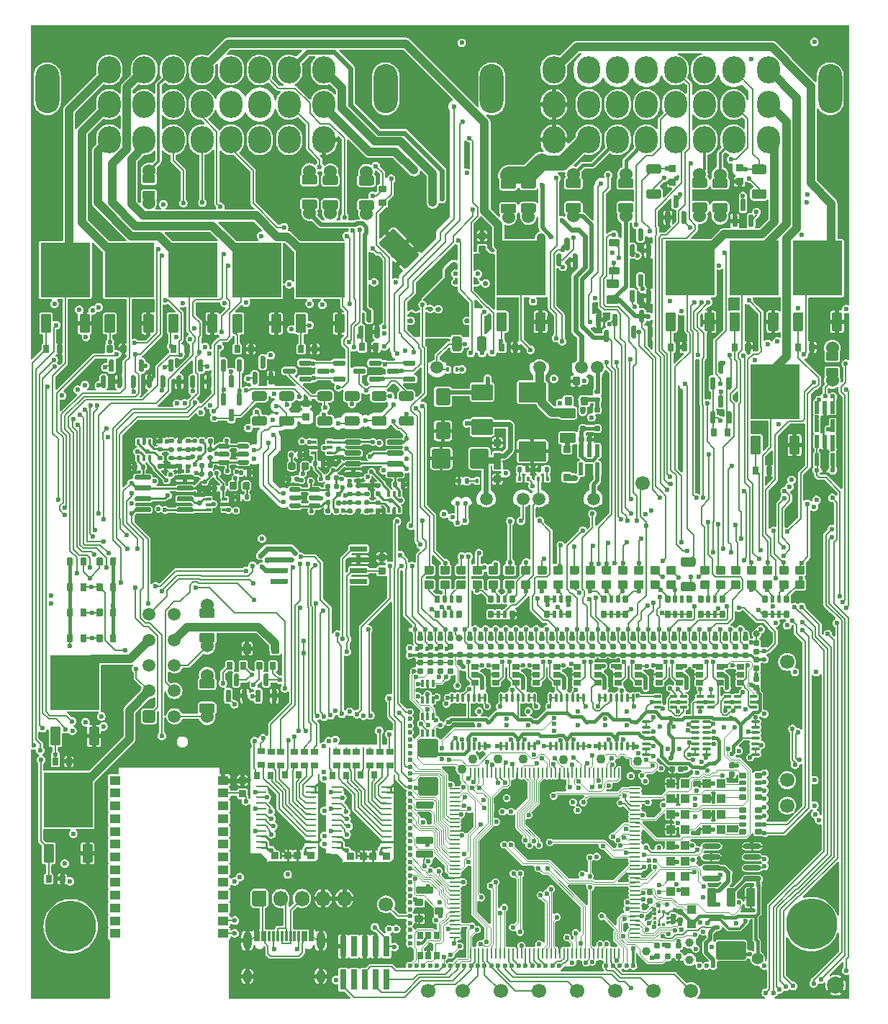
<source format=gtl>
G75*
G70*
%OFA0B0*%
%FSLAX25Y25*%
%IPPOS*%
%LPD*%
%AMOC8*
5,1,8,0,0,1.08239X$1,22.5*
%
%AMM135*
21,1,0.035430,0.030320,-0.000000,-0.000000,270.000000*
21,1,0.028350,0.037400,-0.000000,-0.000000,270.000000*
1,1,0.007090,-0.015160,-0.014170*
1,1,0.007090,-0.015160,0.014170*
1,1,0.007090,0.015160,0.014170*
1,1,0.007090,0.015160,-0.014170*
%
%AMM139*
21,1,0.033470,0.026770,-0.000000,-0.000000,180.000000*
21,1,0.026770,0.033470,-0.000000,-0.000000,180.000000*
1,1,0.006690,-0.013390,0.013390*
1,1,0.006690,0.013390,0.013390*
1,1,0.006690,0.013390,-0.013390*
1,1,0.006690,-0.013390,-0.013390*
%
%AMM167*
21,1,0.086610,0.073230,0.000000,-0.000000,180.000000*
21,1,0.069290,0.090550,0.000000,-0.000000,180.000000*
1,1,0.017320,-0.034650,0.036610*
1,1,0.017320,0.034650,0.036610*
1,1,0.017320,0.034650,-0.036610*
1,1,0.017320,-0.034650,-0.036610*
%
%AMM168*
21,1,0.094490,0.111020,0.000000,-0.000000,270.000000*
21,1,0.075590,0.129920,0.000000,-0.000000,270.000000*
1,1,0.018900,-0.055510,-0.037800*
1,1,0.018900,-0.055510,0.037800*
1,1,0.018900,0.055510,0.037800*
1,1,0.018900,0.055510,-0.037800*
%
%AMM169*
21,1,0.074800,0.083460,0.000000,-0.000000,270.000000*
21,1,0.059840,0.098430,0.000000,-0.000000,270.000000*
1,1,0.014960,-0.041730,-0.029920*
1,1,0.014960,-0.041730,0.029920*
1,1,0.014960,0.041730,0.029920*
1,1,0.014960,0.041730,-0.029920*
%
%AMM170*
21,1,0.078740,0.053540,0.000000,-0.000000,90.000000*
21,1,0.065350,0.066930,0.000000,-0.000000,90.000000*
1,1,0.013390,0.026770,0.032680*
1,1,0.013390,0.026770,-0.032680*
1,1,0.013390,-0.026770,-0.032680*
1,1,0.013390,-0.026770,0.032680*
%
%AMM171*
21,1,0.035430,0.030320,0.000000,-0.000000,0.000000*
21,1,0.028350,0.037400,0.000000,-0.000000,0.000000*
1,1,0.007090,0.014170,-0.015160*
1,1,0.007090,-0.014170,-0.015160*
1,1,0.007090,-0.014170,0.015160*
1,1,0.007090,0.014170,0.015160*
%
%AMM172*
21,1,0.021650,0.052760,0.000000,-0.000000,180.000000*
21,1,0.017320,0.057090,0.000000,-0.000000,180.000000*
1,1,0.004330,-0.008660,0.026380*
1,1,0.004330,0.008660,0.026380*
1,1,0.004330,0.008660,-0.026380*
1,1,0.004330,-0.008660,-0.026380*
%
%AMM173*
21,1,0.035830,0.026770,0.000000,-0.000000,270.000000*
21,1,0.029130,0.033470,0.000000,-0.000000,270.000000*
1,1,0.006690,-0.013390,-0.014570*
1,1,0.006690,-0.013390,0.014570*
1,1,0.006690,0.013390,0.014570*
1,1,0.006690,0.013390,-0.014570*
%
%AMM174*
21,1,0.070870,0.036220,0.000000,-0.000000,0.000000*
21,1,0.061810,0.045280,0.000000,-0.000000,0.000000*
1,1,0.009060,0.030910,-0.018110*
1,1,0.009060,-0.030910,-0.018110*
1,1,0.009060,-0.030910,0.018110*
1,1,0.009060,0.030910,0.018110*
%
%AMM175*
21,1,0.033470,0.026770,0.000000,-0.000000,270.000000*
21,1,0.026770,0.033470,0.000000,-0.000000,270.000000*
1,1,0.006690,-0.013390,-0.013390*
1,1,0.006690,-0.013390,0.013390*
1,1,0.006690,0.013390,0.013390*
1,1,0.006690,0.013390,-0.013390*
%
%AMM176*
21,1,0.015750,0.016540,0.000000,-0.000000,180.000000*
21,1,0.012600,0.019680,0.000000,-0.000000,180.000000*
1,1,0.003150,-0.006300,0.008270*
1,1,0.003150,0.006300,0.008270*
1,1,0.003150,0.006300,-0.008270*
1,1,0.003150,-0.006300,-0.008270*
%
%AMM177*
21,1,0.023620,0.018900,0.000000,-0.000000,0.000000*
21,1,0.018900,0.023620,0.000000,-0.000000,0.000000*
1,1,0.004720,0.009450,-0.009450*
1,1,0.004720,-0.009450,-0.009450*
1,1,0.004720,-0.009450,0.009450*
1,1,0.004720,0.009450,0.009450*
%
%AMM178*
21,1,0.019680,0.019680,0.000000,-0.000000,270.000000*
21,1,0.015750,0.023620,0.000000,-0.000000,270.000000*
1,1,0.003940,-0.009840,-0.007870*
1,1,0.003940,-0.009840,0.007870*
1,1,0.003940,0.009840,0.007870*
1,1,0.003940,0.009840,-0.007870*
%
%AMM179*
21,1,0.019680,0.019680,0.000000,-0.000000,180.000000*
21,1,0.015750,0.023620,0.000000,-0.000000,180.000000*
1,1,0.003940,-0.007870,0.009840*
1,1,0.003940,0.007870,0.009840*
1,1,0.003940,0.007870,-0.009840*
1,1,0.003940,-0.007870,-0.009840*
%
%AMM208*
21,1,0.027560,0.030710,-0.000000,-0.000000,180.000000*
21,1,0.022050,0.036220,-0.000000,-0.000000,180.000000*
1,1,0.005510,-0.011020,0.015350*
1,1,0.005510,0.011020,0.015350*
1,1,0.005510,0.011020,-0.015350*
1,1,0.005510,-0.011020,-0.015350*
%
%AMM209*
21,1,0.027560,0.030710,-0.000000,-0.000000,90.000000*
21,1,0.022050,0.036220,-0.000000,-0.000000,90.000000*
1,1,0.005510,0.015350,0.011020*
1,1,0.005510,0.015350,-0.011020*
1,1,0.005510,-0.015350,-0.011020*
1,1,0.005510,-0.015350,0.011020*
%
%AMM210*
21,1,0.015750,0.009840,-0.000000,-0.000000,225.000000*
1,1,0.009840,0.005570,0.005570*
1,1,0.009840,-0.005570,-0.005570*
%
%AMM266*
21,1,0.043310,0.075980,-0.000000,-0.000000,180.000000*
21,1,0.034650,0.084650,-0.000000,-0.000000,180.000000*
1,1,0.008660,-0.017320,0.037990*
1,1,0.008660,0.017320,0.037990*
1,1,0.008660,0.017320,-0.037990*
1,1,0.008660,-0.017320,-0.037990*
%
%AMM267*
21,1,0.043310,0.075990,-0.000000,-0.000000,180.000000*
21,1,0.034650,0.084650,-0.000000,-0.000000,180.000000*
1,1,0.008660,-0.017320,0.037990*
1,1,0.008660,0.017320,0.037990*
1,1,0.008660,0.017320,-0.037990*
1,1,0.008660,-0.017320,-0.037990*
%
%AMM268*
21,1,0.137800,0.067720,-0.000000,-0.000000,180.000000*
21,1,0.120870,0.084650,-0.000000,-0.000000,180.000000*
1,1,0.016930,-0.060430,0.033860*
1,1,0.016930,0.060430,0.033860*
1,1,0.016930,0.060430,-0.033860*
1,1,0.016930,-0.060430,-0.033860*
%
%AMM269*
21,1,0.039370,0.035430,-0.000000,-0.000000,180.000000*
21,1,0.031500,0.043310,-0.000000,-0.000000,180.000000*
1,1,0.007870,-0.015750,0.017720*
1,1,0.007870,0.015750,0.017720*
1,1,0.007870,0.015750,-0.017720*
1,1,0.007870,-0.015750,-0.017720*
%
%AMM270*
21,1,0.023620,0.030710,-0.000000,-0.000000,0.000000*
21,1,0.018900,0.035430,-0.000000,-0.000000,0.000000*
1,1,0.004720,0.009450,-0.015350*
1,1,0.004720,-0.009450,-0.015350*
1,1,0.004720,-0.009450,0.015350*
1,1,0.004720,0.009450,0.015350*
%
%AMM271*
21,1,0.027560,0.018900,-0.000000,-0.000000,0.000000*
21,1,0.022840,0.023620,-0.000000,-0.000000,0.000000*
1,1,0.004720,0.011420,-0.009450*
1,1,0.004720,-0.011420,-0.009450*
1,1,0.004720,-0.011420,0.009450*
1,1,0.004720,0.011420,0.009450*
%
%AMM272*
21,1,0.023620,0.030710,-0.000000,-0.000000,90.000000*
21,1,0.018900,0.035430,-0.000000,-0.000000,90.000000*
1,1,0.004720,0.015350,0.009450*
1,1,0.004720,0.015350,-0.009450*
1,1,0.004720,-0.015350,-0.009450*
1,1,0.004720,-0.015350,0.009450*
%
%AMM273*
21,1,0.086610,0.073230,-0.000000,-0.000000,270.000000*
21,1,0.069290,0.090550,-0.000000,-0.000000,270.000000*
1,1,0.017320,-0.036610,-0.034650*
1,1,0.017320,-0.036610,0.034650*
1,1,0.017320,0.036610,0.034650*
1,1,0.017320,0.036610,-0.034650*
%
%AMM274*
21,1,0.025590,0.026380,-0.000000,-0.000000,270.000000*
21,1,0.020470,0.031500,-0.000000,-0.000000,270.000000*
1,1,0.005120,-0.013190,-0.010240*
1,1,0.005120,-0.013190,0.010240*
1,1,0.005120,0.013190,0.010240*
1,1,0.005120,0.013190,-0.010240*
%
%AMM275*
21,1,0.017720,0.027950,-0.000000,-0.000000,270.000000*
21,1,0.014170,0.031500,-0.000000,-0.000000,270.000000*
1,1,0.003540,-0.013980,-0.007090*
1,1,0.003540,-0.013980,0.007090*
1,1,0.003540,0.013980,0.007090*
1,1,0.003540,0.013980,-0.007090*
%
%AMM276*
21,1,0.031500,0.072440,-0.000000,-0.000000,270.000000*
21,1,0.025200,0.078740,-0.000000,-0.000000,270.000000*
1,1,0.006300,-0.036220,-0.012600*
1,1,0.006300,-0.036220,0.012600*
1,1,0.006300,0.036220,0.012600*
1,1,0.006300,0.036220,-0.012600*
%
%AMM277*
21,1,0.012600,0.028980,-0.000000,-0.000000,270.000000*
21,1,0.010080,0.031500,-0.000000,-0.000000,270.000000*
1,1,0.002520,-0.014490,-0.005040*
1,1,0.002520,-0.014490,0.005040*
1,1,0.002520,0.014490,0.005040*
1,1,0.002520,0.014490,-0.005040*
%
%AMM278*
21,1,0.012600,0.028980,-0.000000,-0.000000,0.000000*
21,1,0.010080,0.031500,-0.000000,-0.000000,0.000000*
1,1,0.002520,0.005040,-0.014490*
1,1,0.002520,-0.005040,-0.014490*
1,1,0.002520,-0.005040,0.014490*
1,1,0.002520,0.005040,0.014490*
%
%AMM279*
21,1,0.039370,0.035430,-0.000000,-0.000000,90.000000*
21,1,0.031500,0.043310,-0.000000,-0.000000,90.000000*
1,1,0.007870,0.017720,0.015750*
1,1,0.007870,0.017720,-0.015750*
1,1,0.007870,-0.017720,-0.015750*
1,1,0.007870,-0.017720,0.015750*
%
%AMM280*
21,1,0.027560,0.018900,-0.000000,-0.000000,270.000000*
21,1,0.022840,0.023620,-0.000000,-0.000000,270.000000*
1,1,0.004720,-0.009450,-0.011420*
1,1,0.004720,-0.009450,0.011420*
1,1,0.004720,0.009450,0.011420*
1,1,0.004720,0.009450,-0.011420*
%
%ADD10C,0.06693*%
%ADD106C,0.02756*%
%ADD11C,0.06000*%
%ADD12C,0.23622*%
%ADD13R,0.22835X0.25197*%
%ADD136O,0.04961X0.00984*%
%ADD14O,0.06693X0.07283*%
%ADD140O,0.00984X0.40158*%
%ADD145R,0.02559X0.01575*%
%ADD146R,0.01575X0.02559*%
%ADD148O,0.00866X0.05118*%
%ADD149O,0.05118X0.00866*%
%ADD15O,0.11024X0.22835*%
%ADD16O,0.10630X0.12598*%
%ADD161O,0.01181X0.04331*%
%ADD162O,0.04331X0.01181*%
%ADD164O,0.08661X0.02362*%
%ADD166R,0.01476X0.01378*%
%ADD167R,0.01378X0.01476*%
%ADD17R,0.01181X0.04528*%
%ADD170C,0.03100*%
%ADD171C,0.00492*%
%ADD172C,0.03900*%
%ADD173C,0.04331*%
%ADD174C,0.05512*%
%ADD18O,0.03937X0.08268*%
%ADD19O,0.03937X0.06299*%
%ADD20C,0.05906*%
%ADD21C,0.02362*%
%ADD22O,0.12992X0.00787*%
%ADD23O,0.40157X0.00787*%
%ADD238C,0.01850*%
%ADD24O,0.01181X0.00787*%
%ADD25O,0.00787X0.66929*%
%ADD252O,0.40158X0.00787*%
%ADD26O,0.00787X0.60630*%
%ADD27O,0.18898X0.00787*%
%ADD28O,0.10236X0.00787*%
%ADD282M135*%
%ADD286M139*%
%ADD29O,0.03937X0.00787*%
%ADD30O,0.05906X0.00787*%
%ADD31R,0.00984X0.24350*%
%ADD314M167*%
%ADD315M168*%
%ADD316M169*%
%ADD317M170*%
%ADD318M171*%
%ADD319M172*%
%ADD32R,0.00984X0.04390*%
%ADD320M173*%
%ADD321M174*%
%ADD322M175*%
%ADD323M176*%
%ADD324M177*%
%ADD325M178*%
%ADD326M179*%
%ADD33R,0.56201X0.00984*%
%ADD34R,0.59449X0.00984*%
%ADD35R,0.00984X0.20374*%
%ADD36R,0.00787X0.09055*%
%ADD361M208*%
%ADD362M209*%
%ADD363M210*%
%ADD37R,0.00787X0.42126*%
%ADD38R,0.00787X0.08268*%
%ADD39R,0.00787X0.23622*%
%ADD40R,0.00787X0.21260*%
%ADD41R,0.05512X0.00787*%
%ADD42R,0.19685X0.00787*%
%ADD43R,0.26772X0.00787*%
%ADD44R,0.17717X0.00787*%
%ADD444M266*%
%ADD445M267*%
%ADD446M268*%
%ADD447M269*%
%ADD448M270*%
%ADD449M271*%
%ADD45R,0.00787X0.06299*%
%ADD450M272*%
%ADD451M273*%
%ADD452M274*%
%ADD453M275*%
%ADD454M276*%
%ADD455M277*%
%ADD456M278*%
%ADD457M279*%
%ADD458M280*%
%ADD46R,0.00787X0.22441*%
%ADD47R,0.00787X0.07874*%
%ADD48R,0.05118X0.03937*%
%ADD49C,0.07874*%
%ADD50O,0.04823X0.00787*%
%ADD51O,0.00787X0.36614*%
%ADD52O,0.00984X0.40157*%
%ADD53O,0.22835X0.00984*%
%ADD54O,0.00787X0.01575*%
%ADD55R,0.02913X0.09449*%
%ADD56C,0.05118*%
%ADD57C,0.01575*%
%ADD58C,0.00787*%
%ADD59C,0.03937*%
%ADD60C,0.02000*%
%ADD61C,0.01181*%
%ADD62C,0.00800*%
%ADD63C,0.07087*%
%ADD64C,0.03150*%
%ADD71C,0.00984*%
%ADD83C,0.01968*%
X0000000Y0000000D02*
%LPD*%
G01*
D10*
X0350787Y0156299D03*
D11*
X0082047Y0130906D03*
G36*
G01*
X0085591Y0136201D02*
X0085591Y0133484D01*
G75*
G02*
X0084685Y0132579I-000906J0000000D01*
G01*
X0079409Y0132579D01*
G75*
G02*
X0078504Y0133484I0000000J0000906D01*
G01*
X0078504Y0136201D01*
G75*
G02*
X0079409Y0137106I0000906J0000000D01*
G01*
X0084685Y0137106D01*
G75*
G02*
X0085591Y0136201I0000000J-000906D01*
G01*
G37*
G36*
G01*
X0085591Y0147618D02*
X0085591Y0144902D01*
G75*
G02*
X0084685Y0143996I-000906J0000000D01*
G01*
X0079409Y0143996D01*
G75*
G02*
X0078504Y0144902I0000000J0000906D01*
G01*
X0078504Y0147618D01*
G75*
G02*
X0079409Y0148524I0000906J0000000D01*
G01*
X0084685Y0148524D01*
G75*
G02*
X0085591Y0147618I0000000J-000906D01*
G01*
G37*
X0082047Y0150197D03*
G36*
G01*
X0314567Y0190157D02*
X0311024Y0190157D01*
G75*
G02*
X0310630Y0190551I0000000J0000394D01*
G01*
X0310630Y0193701D01*
G75*
G02*
X0311024Y0194094I0000394J0000000D01*
G01*
X0314567Y0194094D01*
G75*
G02*
X0314961Y0193701I0000000J-000394D01*
G01*
X0314961Y0190551D01*
G75*
G02*
X0314567Y0190157I-000394J0000000D01*
G01*
G37*
G36*
G01*
X0314567Y0196850D02*
X0311024Y0196850D01*
G75*
G02*
X0310630Y0197244I0000000J0000394D01*
G01*
X0310630Y0200394D01*
G75*
G02*
X0311024Y0200787I0000394J0000000D01*
G01*
X0314567Y0200787D01*
G75*
G02*
X0314961Y0200394I0000000J-000394D01*
G01*
X0314961Y0197244D01*
G75*
G02*
X0314567Y0196850I-000394J0000000D01*
G01*
G37*
G36*
G01*
X0339173Y0177028D02*
X0339173Y0179665D01*
G75*
G02*
X0339429Y0179921I0000256J0000000D01*
G01*
X0341476Y0179921D01*
G75*
G02*
X0341732Y0179665I0000000J-000256D01*
G01*
X0341732Y0177028D01*
G75*
G02*
X0341476Y0176772I-000256J0000000D01*
G01*
X0339429Y0176772D01*
G75*
G02*
X0339173Y0177028I0000000J0000256D01*
G01*
G37*
G36*
G01*
X0343012Y0176949D02*
X0343012Y0179744D01*
G75*
G02*
X0343189Y0179921I0000177J0000000D01*
G01*
X0344606Y0179921D01*
G75*
G02*
X0344783Y0179744I0000000J-000177D01*
G01*
X0344783Y0176949D01*
G75*
G02*
X0344606Y0176772I-000177J0000000D01*
G01*
X0343189Y0176772D01*
G75*
G02*
X0343012Y0176949I0000000J0000177D01*
G01*
G37*
G36*
G01*
X0346161Y0176949D02*
X0346161Y0179744D01*
G75*
G02*
X0346339Y0179921I0000177J0000000D01*
G01*
X0347756Y0179921D01*
G75*
G02*
X0347933Y0179744I0000000J-000177D01*
G01*
X0347933Y0176949D01*
G75*
G02*
X0347756Y0176772I-000177J0000000D01*
G01*
X0346339Y0176772D01*
G75*
G02*
X0346161Y0176949I0000000J0000177D01*
G01*
G37*
G36*
G01*
X0349213Y0177028D02*
X0349213Y0179665D01*
G75*
G02*
X0349468Y0179921I0000256J0000000D01*
G01*
X0351516Y0179921D01*
G75*
G02*
X0351772Y0179665I0000000J-000256D01*
G01*
X0351772Y0177028D01*
G75*
G02*
X0351516Y0176772I-000256J0000000D01*
G01*
X0349468Y0176772D01*
G75*
G02*
X0349213Y0177028I0000000J0000256D01*
G01*
G37*
G36*
G01*
X0349213Y0184114D02*
X0349213Y0186752D01*
G75*
G02*
X0349468Y0187008I0000256J0000000D01*
G01*
X0351516Y0187008D01*
G75*
G02*
X0351772Y0186752I0000000J-000256D01*
G01*
X0351772Y0184114D01*
G75*
G02*
X0351516Y0183858I-000256J0000000D01*
G01*
X0349468Y0183858D01*
G75*
G02*
X0349213Y0184114I0000000J0000256D01*
G01*
G37*
G36*
G01*
X0346161Y0184035D02*
X0346161Y0186831D01*
G75*
G02*
X0346339Y0187008I0000177J0000000D01*
G01*
X0347756Y0187008D01*
G75*
G02*
X0347933Y0186831I0000000J-000177D01*
G01*
X0347933Y0184035D01*
G75*
G02*
X0347756Y0183858I-000177J0000000D01*
G01*
X0346339Y0183858D01*
G75*
G02*
X0346161Y0184035I0000000J0000177D01*
G01*
G37*
G36*
G01*
X0343012Y0184035D02*
X0343012Y0186831D01*
G75*
G02*
X0343189Y0187008I0000177J0000000D01*
G01*
X0344606Y0187008D01*
G75*
G02*
X0344783Y0186831I0000000J-000177D01*
G01*
X0344783Y0184035D01*
G75*
G02*
X0344606Y0183858I-000177J0000000D01*
G01*
X0343189Y0183858D01*
G75*
G02*
X0343012Y0184035I0000000J0000177D01*
G01*
G37*
G36*
G01*
X0339173Y0184114D02*
X0339173Y0186752D01*
G75*
G02*
X0339429Y0187008I0000256J0000000D01*
G01*
X0341476Y0187008D01*
G75*
G02*
X0341732Y0186752I0000000J-000256D01*
G01*
X0341732Y0184114D01*
G75*
G02*
X0341476Y0183858I-000256J0000000D01*
G01*
X0339429Y0183858D01*
G75*
G02*
X0339173Y0184114I0000000J0000256D01*
G01*
G37*
G36*
G01*
X0201575Y0190157D02*
X0198031Y0190157D01*
G75*
G02*
X0197638Y0190551I0000000J0000394D01*
G01*
X0197638Y0193701D01*
G75*
G02*
X0198031Y0194094I0000394J0000000D01*
G01*
X0201575Y0194094D01*
G75*
G02*
X0201968Y0193701I0000000J-000394D01*
G01*
X0201968Y0190551D01*
G75*
G02*
X0201575Y0190157I-000394J0000000D01*
G01*
G37*
G36*
G01*
X0201575Y0196850D02*
X0198031Y0196850D01*
G75*
G02*
X0197638Y0197244I0000000J0000394D01*
G01*
X0197638Y0200394D01*
G75*
G02*
X0198031Y0200787I0000394J0000000D01*
G01*
X0201575Y0200787D01*
G75*
G02*
X0201968Y0200394I0000000J-000394D01*
G01*
X0201968Y0197244D01*
G75*
G02*
X0201575Y0196850I-000394J0000000D01*
G01*
G37*
D10*
X0235827Y0003937D03*
G36*
G01*
X0203278Y0320794D02*
X0197710Y0315226D01*
G75*
G02*
X0196318Y0315226I-000696J0000696D01*
G01*
X0185461Y0326083D01*
G75*
G02*
X0185461Y0327475I0000696J0000696D01*
G01*
X0191029Y0333043D01*
G75*
G02*
X0192421Y0333043I0000696J-000696D01*
G01*
X0203278Y0322186D01*
G75*
G02*
X0203278Y0320794I-000696J-000696D01*
G01*
G37*
G36*
G01*
X0179893Y0344178D02*
X0174326Y0338611D01*
G75*
G02*
X0172934Y0338611I-000696J0000696D01*
G01*
X0162076Y0349468D01*
G75*
G02*
X0162076Y0350860I0000696J0000696D01*
G01*
X0167644Y0356428D01*
G75*
G02*
X0169036Y0356428I0000696J-000696D01*
G01*
X0179893Y0345570D01*
G75*
G02*
X0179893Y0344178I-000696J-000696D01*
G01*
G37*
G36*
G01*
X0171949Y0281594D02*
X0176870Y0281594D01*
G75*
G02*
X0177854Y0280610I0000000J-000984D01*
G01*
X0177854Y0278150D01*
G75*
G02*
X0176870Y0277165I-000984J0000000D01*
G01*
X0171949Y0277165D01*
G75*
G02*
X0170965Y0278150I0000000J0000984D01*
G01*
X0170965Y0280610D01*
G75*
G02*
X0171949Y0281594I0000984J0000000D01*
G01*
G37*
G36*
G01*
X0171949Y0270079D02*
X0176870Y0270079D01*
G75*
G02*
X0177854Y0269094I0000000J-000984D01*
G01*
X0177854Y0266634D01*
G75*
G02*
X0176870Y0265650I-000984J0000000D01*
G01*
X0171949Y0265650D01*
G75*
G02*
X0170965Y0266634I0000000J0000984D01*
G01*
X0170965Y0269094D01*
G75*
G02*
X0171949Y0270079I0000984J0000000D01*
G01*
G37*
G36*
G01*
X0124213Y0299646D02*
X0124213Y0302717D01*
G75*
G02*
X0124488Y0302992I0000276J0000000D01*
G01*
X0126693Y0302992D01*
G75*
G02*
X0126969Y0302717I0000000J-000276D01*
G01*
X0126969Y0299646D01*
G75*
G02*
X0126693Y0299370I-000276J0000000D01*
G01*
X0124488Y0299370D01*
G75*
G02*
X0124213Y0299646I0000000J0000276D01*
G01*
G37*
G36*
G01*
X0130512Y0299646D02*
X0130512Y0302717D01*
G75*
G02*
X0130787Y0302992I0000276J0000000D01*
G01*
X0132992Y0302992D01*
G75*
G02*
X0133268Y0302717I0000000J-000276D01*
G01*
X0133268Y0299646D01*
G75*
G02*
X0132992Y0299370I-000276J0000000D01*
G01*
X0130787Y0299370D01*
G75*
G02*
X0130512Y0299646I0000000J0000276D01*
G01*
G37*
G36*
G01*
X0291437Y0370768D02*
X0286516Y0370768D01*
G75*
G02*
X0285531Y0371752I0000000J0000984D01*
G01*
X0285531Y0374213D01*
G75*
G02*
X0286516Y0375197I0000984J0000000D01*
G01*
X0291437Y0375197D01*
G75*
G02*
X0292421Y0374213I0000000J-000984D01*
G01*
X0292421Y0371752D01*
G75*
G02*
X0291437Y0370768I-000984J0000000D01*
G01*
G37*
G36*
G01*
X0291437Y0382283D02*
X0286516Y0382283D01*
G75*
G02*
X0285531Y0383268I0000000J0000984D01*
G01*
X0285531Y0385728D01*
G75*
G02*
X0286516Y0386713I0000984J0000000D01*
G01*
X0291437Y0386713D01*
G75*
G02*
X0292421Y0385728I0000000J-000984D01*
G01*
X0292421Y0383268D01*
G75*
G02*
X0291437Y0382283I-000984J0000000D01*
G01*
G37*
G36*
G01*
X0017126Y0165787D02*
X0017126Y0168858D01*
G75*
G02*
X0017402Y0169134I0000276J0000000D01*
G01*
X0019606Y0169134D01*
G75*
G02*
X0019882Y0168858I0000000J-000276D01*
G01*
X0019882Y0165787D01*
G75*
G02*
X0019606Y0165512I-000276J0000000D01*
G01*
X0017402Y0165512D01*
G75*
G02*
X0017126Y0165787I0000000J0000276D01*
G01*
G37*
G36*
G01*
X0023425Y0165787D02*
X0023425Y0168858D01*
G75*
G02*
X0023701Y0169134I0000276J0000000D01*
G01*
X0025906Y0169134D01*
G75*
G02*
X0026181Y0168858I0000000J-000276D01*
G01*
X0026181Y0165787D01*
G75*
G02*
X0025906Y0165512I-000276J0000000D01*
G01*
X0023701Y0165512D01*
G75*
G02*
X0023425Y0165787I0000000J0000276D01*
G01*
G37*
D12*
X0018909Y0033933D03*
G36*
G01*
X0186614Y0190157D02*
X0183071Y0190157D01*
G75*
G02*
X0182677Y0190551I0000000J0000394D01*
G01*
X0182677Y0193701D01*
G75*
G02*
X0183071Y0194094I0000394J0000000D01*
G01*
X0186614Y0194094D01*
G75*
G02*
X0187008Y0193701I0000000J-000394D01*
G01*
X0187008Y0190551D01*
G75*
G02*
X0186614Y0190157I-000394J0000000D01*
G01*
G37*
G36*
G01*
X0186614Y0196850D02*
X0183071Y0196850D01*
G75*
G02*
X0182677Y0197244I0000000J0000394D01*
G01*
X0182677Y0200394D01*
G75*
G02*
X0183071Y0200787I0000394J0000000D01*
G01*
X0186614Y0200787D01*
G75*
G02*
X0187008Y0200394I0000000J-000394D01*
G01*
X0187008Y0197244D01*
G75*
G02*
X0186614Y0196850I-000394J0000000D01*
G01*
G37*
G36*
G01*
X0097953Y0308661D02*
X0094173Y0308661D01*
G75*
G02*
X0093701Y0309134I0000000J0000472D01*
G01*
X0093701Y0316850D01*
G75*
G02*
X0094173Y0317323I0000472J0000000D01*
G01*
X0097953Y0317323D01*
G75*
G02*
X0098425Y0316850I0000000J-000472D01*
G01*
X0098425Y0309134D01*
G75*
G02*
X0097953Y0308661I-000472J0000000D01*
G01*
G37*
D13*
X0105039Y0337795D03*
G36*
G01*
X0115906Y0308661D02*
X0112126Y0308661D01*
G75*
G02*
X0111654Y0309134I0000000J0000472D01*
G01*
X0111654Y0316850D01*
G75*
G02*
X0112126Y0317323I0000472J0000000D01*
G01*
X0115906Y0317323D01*
G75*
G02*
X0116378Y0316850I0000000J-000472D01*
G01*
X0116378Y0309134D01*
G75*
G02*
X0115906Y0308661I-000472J0000000D01*
G01*
G37*
G36*
G01*
X0102953Y0044193D02*
X0102953Y0049508D01*
G75*
G02*
X0103937Y0050492I0000984J0000000D01*
G01*
X0108661Y0050492D01*
G75*
G02*
X0109646Y0049508I0000000J-000984D01*
G01*
X0109646Y0044193D01*
G75*
G02*
X0108661Y0043209I-000984J0000000D01*
G01*
X0103937Y0043209D01*
G75*
G02*
X0102953Y0044193I0000000J0000984D01*
G01*
G37*
D14*
X0116142Y0046850D03*
X0125984Y0046850D03*
X0135827Y0046850D03*
X0145669Y0046850D03*
D11*
X0251772Y0381890D03*
G36*
G01*
X0248228Y0376595D02*
X0248228Y0379311D01*
G75*
G02*
X0249134Y0380217I0000906J0000000D01*
G01*
X0254409Y0380217D01*
G75*
G02*
X0255315Y0379311I0000000J-000906D01*
G01*
X0255315Y0376595D01*
G75*
G02*
X0254409Y0375689I-000906J0000000D01*
G01*
X0249134Y0375689D01*
G75*
G02*
X0248228Y0376595I0000000J0000906D01*
G01*
G37*
G36*
G01*
X0248228Y0365177D02*
X0248228Y0367894D01*
G75*
G02*
X0249134Y0368799I0000906J0000000D01*
G01*
X0254409Y0368799D01*
G75*
G02*
X0255315Y0367894I0000000J-000906D01*
G01*
X0255315Y0365177D01*
G75*
G02*
X0254409Y0364272I-000906J0000000D01*
G01*
X0249134Y0364272D01*
G75*
G02*
X0248228Y0365177I0000000J0000906D01*
G01*
G37*
X0251772Y0362598D03*
G36*
G01*
X0316929Y0266634D02*
X0315748Y0266634D01*
G75*
G02*
X0315157Y0267224I0000000J0000591D01*
G01*
X0315157Y0271850D01*
G75*
G02*
X0315748Y0272441I0000591J0000000D01*
G01*
X0316929Y0272441D01*
G75*
G02*
X0317520Y0271850I0000000J-000591D01*
G01*
X0317520Y0267224D01*
G75*
G02*
X0316929Y0266634I-000591J0000000D01*
G01*
G37*
G36*
G01*
X0320669Y0274016D02*
X0319488Y0274016D01*
G75*
G02*
X0318898Y0274606I0000000J0000591D01*
G01*
X0318898Y0279232D01*
G75*
G02*
X0319488Y0279823I0000591J0000000D01*
G01*
X0320669Y0279823D01*
G75*
G02*
X0321260Y0279232I0000000J-000591D01*
G01*
X0321260Y0274606D01*
G75*
G02*
X0320669Y0274016I-000591J0000000D01*
G01*
G37*
G36*
G01*
X0324409Y0266634D02*
X0323228Y0266634D01*
G75*
G02*
X0322638Y0267224I0000000J0000591D01*
G01*
X0322638Y0271850D01*
G75*
G02*
X0323228Y0272441I0000591J0000000D01*
G01*
X0324409Y0272441D01*
G75*
G02*
X0325000Y0271850I0000000J-000591D01*
G01*
X0325000Y0267224D01*
G75*
G02*
X0324409Y0266634I-000591J0000000D01*
G01*
G37*
X0371654Y0286594D03*
G36*
G01*
X0374114Y0288386D02*
X0369193Y0288386D01*
G75*
G02*
X0368799Y0288780I0000000J0000394D01*
G01*
X0368799Y0291929D01*
G75*
G02*
X0369193Y0292323I0000394J0000000D01*
G01*
X0374114Y0292323D01*
G75*
G02*
X0374508Y0291929I0000000J-000394D01*
G01*
X0374508Y0288780D01*
G75*
G02*
X0374114Y0288386I-000394J0000000D01*
G01*
G37*
G36*
G01*
X0374114Y0295866D02*
X0369193Y0295866D01*
G75*
G02*
X0368799Y0296260I0000000J0000394D01*
G01*
X0368799Y0299410D01*
G75*
G02*
X0369193Y0299803I0000394J0000000D01*
G01*
X0374114Y0299803D01*
G75*
G02*
X0374508Y0299410I0000000J-000394D01*
G01*
X0374508Y0296260D01*
G75*
G02*
X0374114Y0295866I-000394J0000000D01*
G01*
G37*
X0371654Y0301594D03*
G36*
G01*
X0295472Y0300433D02*
X0295472Y0303504D01*
G75*
G02*
X0295748Y0303780I0000276J0000000D01*
G01*
X0297953Y0303780D01*
G75*
G02*
X0298228Y0303504I0000000J-000276D01*
G01*
X0298228Y0300433D01*
G75*
G02*
X0297953Y0300157I-000276J0000000D01*
G01*
X0295748Y0300157D01*
G75*
G02*
X0295472Y0300433I0000000J0000276D01*
G01*
G37*
G36*
G01*
X0301772Y0300433D02*
X0301772Y0303504D01*
G75*
G02*
X0302047Y0303780I0000276J0000000D01*
G01*
X0304252Y0303780D01*
G75*
G02*
X0304528Y0303504I0000000J-000276D01*
G01*
X0304528Y0300433D01*
G75*
G02*
X0304252Y0300157I-000276J0000000D01*
G01*
X0302047Y0300157D01*
G75*
G02*
X0301772Y0300433I0000000J0000276D01*
G01*
G37*
G36*
G01*
X0178642Y0287795D02*
X0178642Y0286614D01*
G75*
G02*
X0178051Y0286024I-000591J0000000D01*
G01*
X0173425Y0286024D01*
G75*
G02*
X0172835Y0286614I0000000J0000591D01*
G01*
X0172835Y0287795D01*
G75*
G02*
X0173425Y0288386I0000591J0000000D01*
G01*
X0178051Y0288386D01*
G75*
G02*
X0178642Y0287795I0000000J-000591D01*
G01*
G37*
G36*
G01*
X0171260Y0291535D02*
X0171260Y0290354D01*
G75*
G02*
X0170669Y0289764I-000591J0000000D01*
G01*
X0166043Y0289764D01*
G75*
G02*
X0165453Y0290354I0000000J0000591D01*
G01*
X0165453Y0291535D01*
G75*
G02*
X0166043Y0292126I0000591J0000000D01*
G01*
X0170669Y0292126D01*
G75*
G02*
X0171260Y0291535I0000000J-000591D01*
G01*
G37*
G36*
G01*
X0178642Y0295276D02*
X0178642Y0294094D01*
G75*
G02*
X0178051Y0293504I-000591J0000000D01*
G01*
X0173425Y0293504D01*
G75*
G02*
X0172835Y0294094I0000000J0000591D01*
G01*
X0172835Y0295276D01*
G75*
G02*
X0173425Y0295866I0000591J0000000D01*
G01*
X0178051Y0295866D01*
G75*
G02*
X0178642Y0295276I0000000J-000591D01*
G01*
G37*
G36*
G01*
X0261417Y0190157D02*
X0257874Y0190157D01*
G75*
G02*
X0257480Y0190551I0000000J0000394D01*
G01*
X0257480Y0193701D01*
G75*
G02*
X0257874Y0194094I0000394J0000000D01*
G01*
X0261417Y0194094D01*
G75*
G02*
X0261811Y0193701I0000000J-000394D01*
G01*
X0261811Y0190551D01*
G75*
G02*
X0261417Y0190157I-000394J0000000D01*
G01*
G37*
G36*
G01*
X0261417Y0196850D02*
X0257874Y0196850D01*
G75*
G02*
X0257480Y0197244I0000000J0000394D01*
G01*
X0257480Y0200394D01*
G75*
G02*
X0257874Y0200787I0000394J0000000D01*
G01*
X0261417Y0200787D01*
G75*
G02*
X0261811Y0200394I0000000J-000394D01*
G01*
X0261811Y0197244D01*
G75*
G02*
X0261417Y0196850I-000394J0000000D01*
G01*
G37*
G36*
G01*
X0327165Y0357579D02*
X0325984Y0357579D01*
G75*
G02*
X0325394Y0358169I0000000J0000591D01*
G01*
X0325394Y0362795D01*
G75*
G02*
X0325984Y0363386I0000591J0000000D01*
G01*
X0327165Y0363386D01*
G75*
G02*
X0327756Y0362795I0000000J-000591D01*
G01*
X0327756Y0358169D01*
G75*
G02*
X0327165Y0357579I-000591J0000000D01*
G01*
G37*
G36*
G01*
X0334646Y0357579D02*
X0333465Y0357579D01*
G75*
G02*
X0332874Y0358169I0000000J0000591D01*
G01*
X0332874Y0362795D01*
G75*
G02*
X0333465Y0363386I0000591J0000000D01*
G01*
X0334646Y0363386D01*
G75*
G02*
X0335236Y0362795I0000000J-000591D01*
G01*
X0335236Y0358169D01*
G75*
G02*
X0334646Y0357579I-000591J0000000D01*
G01*
G37*
G36*
G01*
X0330906Y0364961D02*
X0329724Y0364961D01*
G75*
G02*
X0329134Y0365551I0000000J0000591D01*
G01*
X0329134Y0370177D01*
G75*
G02*
X0329724Y0370768I0000591J0000000D01*
G01*
X0330906Y0370768D01*
G75*
G02*
X0331496Y0370177I0000000J-000591D01*
G01*
X0331496Y0365551D01*
G75*
G02*
X0330906Y0364961I-000591J0000000D01*
G01*
G37*
G36*
G01*
X0354528Y0300433D02*
X0354528Y0303504D01*
G75*
G02*
X0354803Y0303780I0000276J0000000D01*
G01*
X0357008Y0303780D01*
G75*
G02*
X0357283Y0303504I0000000J-000276D01*
G01*
X0357283Y0300433D01*
G75*
G02*
X0357008Y0300157I-000276J0000000D01*
G01*
X0354803Y0300157D01*
G75*
G02*
X0354528Y0300433I0000000J0000276D01*
G01*
G37*
G36*
G01*
X0360827Y0300433D02*
X0360827Y0303504D01*
G75*
G02*
X0361102Y0303780I0000276J0000000D01*
G01*
X0363307Y0303780D01*
G75*
G02*
X0363583Y0303504I0000000J-000276D01*
G01*
X0363583Y0300433D01*
G75*
G02*
X0363307Y0300157I-000276J0000000D01*
G01*
X0361102Y0300157D01*
G75*
G02*
X0360827Y0300433I0000000J0000276D01*
G01*
G37*
G36*
G01*
X0220472Y0309449D02*
X0216693Y0309449D01*
G75*
G02*
X0216220Y0309921I0000000J0000472D01*
G01*
X0216220Y0317638D01*
G75*
G02*
X0216693Y0318110I0000472J0000000D01*
G01*
X0220472Y0318110D01*
G75*
G02*
X0220945Y0317638I0000000J-000472D01*
G01*
X0220945Y0309921D01*
G75*
G02*
X0220472Y0309449I-000472J0000000D01*
G01*
G37*
D13*
X0227559Y0338583D03*
G36*
G01*
X0238425Y0309449D02*
X0234646Y0309449D01*
G75*
G02*
X0234173Y0309921I0000000J0000472D01*
G01*
X0234173Y0317638D01*
G75*
G02*
X0234646Y0318110I0000472J0000000D01*
G01*
X0238425Y0318110D01*
G75*
G02*
X0238898Y0317638I0000000J-000472D01*
G01*
X0238898Y0309921D01*
G75*
G02*
X0238425Y0309449I-000472J0000000D01*
G01*
G37*
G36*
G01*
X0238189Y0177028D02*
X0238189Y0179665D01*
G75*
G02*
X0238445Y0179921I0000256J0000000D01*
G01*
X0240492Y0179921D01*
G75*
G02*
X0240748Y0179665I0000000J-000256D01*
G01*
X0240748Y0177028D01*
G75*
G02*
X0240492Y0176772I-000256J0000000D01*
G01*
X0238445Y0176772D01*
G75*
G02*
X0238189Y0177028I0000000J0000256D01*
G01*
G37*
G36*
G01*
X0242028Y0176949D02*
X0242028Y0179744D01*
G75*
G02*
X0242205Y0179921I0000177J0000000D01*
G01*
X0243622Y0179921D01*
G75*
G02*
X0243799Y0179744I0000000J-000177D01*
G01*
X0243799Y0176949D01*
G75*
G02*
X0243622Y0176772I-000177J0000000D01*
G01*
X0242205Y0176772D01*
G75*
G02*
X0242028Y0176949I0000000J0000177D01*
G01*
G37*
G36*
G01*
X0245177Y0176949D02*
X0245177Y0179744D01*
G75*
G02*
X0245354Y0179921I0000177J0000000D01*
G01*
X0246772Y0179921D01*
G75*
G02*
X0246949Y0179744I0000000J-000177D01*
G01*
X0246949Y0176949D01*
G75*
G02*
X0246772Y0176772I-000177J0000000D01*
G01*
X0245354Y0176772D01*
G75*
G02*
X0245177Y0176949I0000000J0000177D01*
G01*
G37*
G36*
G01*
X0248228Y0177028D02*
X0248228Y0179665D01*
G75*
G02*
X0248484Y0179921I0000256J0000000D01*
G01*
X0250531Y0179921D01*
G75*
G02*
X0250787Y0179665I0000000J-000256D01*
G01*
X0250787Y0177028D01*
G75*
G02*
X0250531Y0176772I-000256J0000000D01*
G01*
X0248484Y0176772D01*
G75*
G02*
X0248228Y0177028I0000000J0000256D01*
G01*
G37*
G36*
G01*
X0248228Y0184114D02*
X0248228Y0186752D01*
G75*
G02*
X0248484Y0187008I0000256J0000000D01*
G01*
X0250531Y0187008D01*
G75*
G02*
X0250787Y0186752I0000000J-000256D01*
G01*
X0250787Y0184114D01*
G75*
G02*
X0250531Y0183858I-000256J0000000D01*
G01*
X0248484Y0183858D01*
G75*
G02*
X0248228Y0184114I0000000J0000256D01*
G01*
G37*
G36*
G01*
X0245177Y0184035D02*
X0245177Y0186831D01*
G75*
G02*
X0245354Y0187008I0000177J0000000D01*
G01*
X0246772Y0187008D01*
G75*
G02*
X0246949Y0186831I0000000J-000177D01*
G01*
X0246949Y0184035D01*
G75*
G02*
X0246772Y0183858I-000177J0000000D01*
G01*
X0245354Y0183858D01*
G75*
G02*
X0245177Y0184035I0000000J0000177D01*
G01*
G37*
G36*
G01*
X0242028Y0184035D02*
X0242028Y0186831D01*
G75*
G02*
X0242205Y0187008I0000177J0000000D01*
G01*
X0243622Y0187008D01*
G75*
G02*
X0243799Y0186831I0000000J-000177D01*
G01*
X0243799Y0184035D01*
G75*
G02*
X0243622Y0183858I-000177J0000000D01*
G01*
X0242205Y0183858D01*
G75*
G02*
X0242028Y0184035I0000000J0000177D01*
G01*
G37*
G36*
G01*
X0238189Y0184114D02*
X0238189Y0186752D01*
G75*
G02*
X0238445Y0187008I0000256J0000000D01*
G01*
X0240492Y0187008D01*
G75*
G02*
X0240748Y0186752I0000000J-000256D01*
G01*
X0240748Y0184114D01*
G75*
G02*
X0240492Y0183858I-000256J0000000D01*
G01*
X0238445Y0183858D01*
G75*
G02*
X0238189Y0184114I0000000J0000256D01*
G01*
G37*
G36*
G01*
X0104764Y0284744D02*
X0103583Y0284744D01*
G75*
G02*
X0102992Y0285335I0000000J0000591D01*
G01*
X0102992Y0289961D01*
G75*
G02*
X0103583Y0290551I0000591J0000000D01*
G01*
X0104764Y0290551D01*
G75*
G02*
X0105354Y0289961I0000000J-000591D01*
G01*
X0105354Y0285335D01*
G75*
G02*
X0104764Y0284744I-000591J0000000D01*
G01*
G37*
G36*
G01*
X0108504Y0292126D02*
X0107323Y0292126D01*
G75*
G02*
X0106732Y0292717I0000000J0000591D01*
G01*
X0106732Y0297343D01*
G75*
G02*
X0107323Y0297933I0000591J0000000D01*
G01*
X0108504Y0297933D01*
G75*
G02*
X0109094Y0297343I0000000J-000591D01*
G01*
X0109094Y0292717D01*
G75*
G02*
X0108504Y0292126I-000591J0000000D01*
G01*
G37*
G36*
G01*
X0112244Y0284744D02*
X0111063Y0284744D01*
G75*
G02*
X0110472Y0285335I0000000J0000591D01*
G01*
X0110472Y0289961D01*
G75*
G02*
X0111063Y0290551I0000591J0000000D01*
G01*
X0112244Y0290551D01*
G75*
G02*
X0112835Y0289961I0000000J-000591D01*
G01*
X0112835Y0285335D01*
G75*
G02*
X0112244Y0284744I-000591J0000000D01*
G01*
G37*
D15*
X0008071Y0421654D03*
X0164764Y0421654D03*
D16*
X0036811Y0398031D03*
X0052953Y0398031D03*
X0066339Y0398031D03*
X0079724Y0398031D03*
X0093110Y0398031D03*
X0106496Y0398031D03*
X0120079Y0398031D03*
X0136220Y0398031D03*
X0036811Y0414370D03*
X0052953Y0414370D03*
X0066339Y0414370D03*
X0079724Y0414370D03*
X0093110Y0414370D03*
X0106496Y0414370D03*
X0120079Y0414370D03*
X0136220Y0414370D03*
X0036811Y0430315D03*
X0052953Y0430315D03*
X0066339Y0430315D03*
X0079724Y0430315D03*
X0093110Y0430315D03*
X0106496Y0430315D03*
X0120079Y0430315D03*
X0136220Y0430315D03*
D10*
X0164961Y0044094D03*
G36*
G01*
X0094685Y0299646D02*
X0094685Y0302717D01*
G75*
G02*
X0094961Y0302992I0000276J0000000D01*
G01*
X0097165Y0302992D01*
G75*
G02*
X0097441Y0302717I0000000J-000276D01*
G01*
X0097441Y0299646D01*
G75*
G02*
X0097165Y0299370I-000276J0000000D01*
G01*
X0094961Y0299370D01*
G75*
G02*
X0094685Y0299646I0000000J0000276D01*
G01*
G37*
G36*
G01*
X0100984Y0299646D02*
X0100984Y0302717D01*
G75*
G02*
X0101260Y0302992I0000276J0000000D01*
G01*
X0103465Y0302992D01*
G75*
G02*
X0103740Y0302717I0000000J-000276D01*
G01*
X0103740Y0299646D01*
G75*
G02*
X0103465Y0299370I-000276J0000000D01*
G01*
X0101260Y0299370D01*
G75*
G02*
X0100984Y0299646I0000000J0000276D01*
G01*
G37*
G36*
G01*
X0146211Y0287795D02*
X0146211Y0286614D01*
G75*
G02*
X0145620Y0286024I-000591J0000000D01*
G01*
X0140994Y0286024D01*
G75*
G02*
X0140404Y0286614I0000000J0000591D01*
G01*
X0140404Y0287795D01*
G75*
G02*
X0140994Y0288386I0000591J0000000D01*
G01*
X0145620Y0288386D01*
G75*
G02*
X0146211Y0287795I0000000J-000591D01*
G01*
G37*
G36*
G01*
X0138829Y0291535D02*
X0138829Y0290354D01*
G75*
G02*
X0138238Y0289764I-000591J0000000D01*
G01*
X0133612Y0289764D01*
G75*
G02*
X0133022Y0290354I0000000J0000591D01*
G01*
X0133022Y0291535D01*
G75*
G02*
X0133612Y0292126I0000591J0000000D01*
G01*
X0138238Y0292126D01*
G75*
G02*
X0138829Y0291535I0000000J-000591D01*
G01*
G37*
G36*
G01*
X0146211Y0295276D02*
X0146211Y0294094D01*
G75*
G02*
X0145620Y0293504I-000591J0000000D01*
G01*
X0140994Y0293504D01*
G75*
G02*
X0140404Y0294094I0000000J0000591D01*
G01*
X0140404Y0295276D01*
G75*
G02*
X0140994Y0295866I0000591J0000000D01*
G01*
X0145620Y0295866D01*
G75*
G02*
X0146211Y0295276I0000000J-000591D01*
G01*
G37*
X0253543Y0003937D03*
D17*
X0104528Y0029469D03*
X0107677Y0029469D03*
X0112795Y0029469D03*
X0116732Y0029469D03*
X0118701Y0029469D03*
X0122638Y0029469D03*
X0127756Y0029469D03*
X0130906Y0029469D03*
X0129724Y0029469D03*
X0126575Y0029469D03*
X0124606Y0029469D03*
X0120669Y0029469D03*
X0114764Y0029469D03*
X0110827Y0029469D03*
X0108858Y0029469D03*
X0105709Y0029469D03*
D18*
X0100709Y0027244D03*
D19*
X0100709Y0010787D03*
D18*
X0134724Y0027244D03*
D19*
X0134724Y0010787D03*
G36*
G01*
X0152559Y0300581D02*
X0152559Y0303652D01*
G75*
G02*
X0152835Y0303927I0000276J0000000D01*
G01*
X0155039Y0303927D01*
G75*
G02*
X0155315Y0303652I0000000J-000276D01*
G01*
X0155315Y0300581D01*
G75*
G02*
X0155039Y0300305I-000276J0000000D01*
G01*
X0152835Y0300305D01*
G75*
G02*
X0152559Y0300581I0000000J0000276D01*
G01*
G37*
G36*
G01*
X0158858Y0300581D02*
X0158858Y0303652D01*
G75*
G02*
X0159134Y0303927I0000276J0000000D01*
G01*
X0161339Y0303927D01*
G75*
G02*
X0161614Y0303652I0000000J-000276D01*
G01*
X0161614Y0300581D01*
G75*
G02*
X0161339Y0300305I-000276J0000000D01*
G01*
X0159134Y0300305D01*
G75*
G02*
X0158858Y0300581I0000000J0000276D01*
G01*
G37*
D10*
X0350787Y0089764D03*
G36*
G01*
X0296063Y0359154D02*
X0294882Y0359154D01*
G75*
G02*
X0294291Y0359744I0000000J0000591D01*
G01*
X0294291Y0364370D01*
G75*
G02*
X0294882Y0364961I0000591J0000000D01*
G01*
X0296063Y0364961D01*
G75*
G02*
X0296654Y0364370I0000000J-000591D01*
G01*
X0296654Y0359744D01*
G75*
G02*
X0296063Y0359154I-000591J0000000D01*
G01*
G37*
G36*
G01*
X0303543Y0359154D02*
X0302362Y0359154D01*
G75*
G02*
X0301772Y0359744I0000000J0000591D01*
G01*
X0301772Y0364370D01*
G75*
G02*
X0302362Y0364961I0000591J0000000D01*
G01*
X0303543Y0364961D01*
G75*
G02*
X0304134Y0364370I0000000J-000591D01*
G01*
X0304134Y0359744D01*
G75*
G02*
X0303543Y0359154I-000591J0000000D01*
G01*
G37*
G36*
G01*
X0299803Y0366535D02*
X0298622Y0366535D01*
G75*
G02*
X0298031Y0367126I0000000J0000591D01*
G01*
X0298031Y0371752D01*
G75*
G02*
X0298622Y0372343I0000591J0000000D01*
G01*
X0299803Y0372343D01*
G75*
G02*
X0300394Y0371752I0000000J-000591D01*
G01*
X0300394Y0367126D01*
G75*
G02*
X0299803Y0366535I-000591J0000000D01*
G01*
G37*
G36*
G01*
X0010630Y0063386D02*
X0006850Y0063386D01*
G75*
G02*
X0006378Y0063858I0000000J0000472D01*
G01*
X0006378Y0071575D01*
G75*
G02*
X0006850Y0072047I0000472J0000000D01*
G01*
X0010630Y0072047D01*
G75*
G02*
X0011102Y0071575I0000000J-000472D01*
G01*
X0011102Y0063858D01*
G75*
G02*
X0010630Y0063386I-000472J0000000D01*
G01*
G37*
D13*
X0017717Y0092520D03*
G36*
G01*
X0028583Y0063386D02*
X0024803Y0063386D01*
G75*
G02*
X0024331Y0063858I0000000J0000472D01*
G01*
X0024331Y0071575D01*
G75*
G02*
X0024803Y0072047I0000472J0000000D01*
G01*
X0028583Y0072047D01*
G75*
G02*
X0029055Y0071575I0000000J-000472D01*
G01*
X0029055Y0063858D01*
G75*
G02*
X0028583Y0063386I-000472J0000000D01*
G01*
G37*
D10*
X0200394Y0003937D03*
G36*
G01*
X0062205Y0283169D02*
X0061024Y0283169D01*
G75*
G02*
X0060433Y0283760I0000000J0000591D01*
G01*
X0060433Y0288386D01*
G75*
G02*
X0061024Y0288976I0000591J0000000D01*
G01*
X0062205Y0288976D01*
G75*
G02*
X0062795Y0288386I0000000J-000591D01*
G01*
X0062795Y0283760D01*
G75*
G02*
X0062205Y0283169I-000591J0000000D01*
G01*
G37*
G36*
G01*
X0065945Y0290551D02*
X0064764Y0290551D01*
G75*
G02*
X0064173Y0291142I0000000J0000591D01*
G01*
X0064173Y0295768D01*
G75*
G02*
X0064764Y0296358I0000591J0000000D01*
G01*
X0065945Y0296358D01*
G75*
G02*
X0066535Y0295768I0000000J-000591D01*
G01*
X0066535Y0291142D01*
G75*
G02*
X0065945Y0290551I-000591J0000000D01*
G01*
G37*
G36*
G01*
X0069685Y0283169D02*
X0068504Y0283169D01*
G75*
G02*
X0067913Y0283760I0000000J0000591D01*
G01*
X0067913Y0288386D01*
G75*
G02*
X0068504Y0288976I0000591J0000000D01*
G01*
X0069685Y0288976D01*
G75*
G02*
X0070276Y0288386I0000000J-000591D01*
G01*
X0070276Y0283760D01*
G75*
G02*
X0069685Y0283169I-000591J0000000D01*
G01*
G37*
G36*
G01*
X0106299Y0137727D02*
X0105118Y0137727D01*
G75*
G02*
X0104528Y0138317I0000000J0000591D01*
G01*
X0104528Y0142943D01*
G75*
G02*
X0105118Y0143534I0000591J0000000D01*
G01*
X0106299Y0143534D01*
G75*
G02*
X0106890Y0142943I0000000J-000591D01*
G01*
X0106890Y0138317D01*
G75*
G02*
X0106299Y0137727I-000591J0000000D01*
G01*
G37*
G36*
G01*
X0110039Y0145109D02*
X0108858Y0145109D01*
G75*
G02*
X0108268Y0145699I0000000J0000591D01*
G01*
X0108268Y0150325D01*
G75*
G02*
X0108858Y0150916I0000591J0000000D01*
G01*
X0110039Y0150916D01*
G75*
G02*
X0110630Y0150325I0000000J-000591D01*
G01*
X0110630Y0145699D01*
G75*
G02*
X0110039Y0145109I-000591J0000000D01*
G01*
G37*
G36*
G01*
X0113780Y0137727D02*
X0112598Y0137727D01*
G75*
G02*
X0112008Y0138317I0000000J0000591D01*
G01*
X0112008Y0142943D01*
G75*
G02*
X0112598Y0143534I0000591J0000000D01*
G01*
X0113780Y0143534D01*
G75*
G02*
X0114370Y0142943I0000000J-000591D01*
G01*
X0114370Y0138317D01*
G75*
G02*
X0113780Y0137727I-000591J0000000D01*
G01*
G37*
G36*
G01*
X0315551Y0261063D02*
X0315551Y0264134D01*
G75*
G02*
X0315827Y0264409I0000276J0000000D01*
G01*
X0318031Y0264409D01*
G75*
G02*
X0318307Y0264134I0000000J-000276D01*
G01*
X0318307Y0261063D01*
G75*
G02*
X0318031Y0260787I-000276J0000000D01*
G01*
X0315827Y0260787D01*
G75*
G02*
X0315551Y0261063I0000000J0000276D01*
G01*
G37*
G36*
G01*
X0321850Y0261063D02*
X0321850Y0264134D01*
G75*
G02*
X0322126Y0264409I0000276J0000000D01*
G01*
X0324331Y0264409D01*
G75*
G02*
X0324606Y0264134I0000000J-000276D01*
G01*
X0324606Y0261063D01*
G75*
G02*
X0324331Y0260787I-000276J0000000D01*
G01*
X0322126Y0260787D01*
G75*
G02*
X0321850Y0261063I0000000J0000276D01*
G01*
G37*
G36*
G01*
X0035630Y0299646D02*
X0035630Y0302717D01*
G75*
G02*
X0035906Y0302992I0000276J0000000D01*
G01*
X0038110Y0302992D01*
G75*
G02*
X0038386Y0302717I0000000J-000276D01*
G01*
X0038386Y0299646D01*
G75*
G02*
X0038110Y0299370I-000276J0000000D01*
G01*
X0035906Y0299370D01*
G75*
G02*
X0035630Y0299646I0000000J0000276D01*
G01*
G37*
G36*
G01*
X0041929Y0299646D02*
X0041929Y0302717D01*
G75*
G02*
X0042205Y0302992I0000276J0000000D01*
G01*
X0044409Y0302992D01*
G75*
G02*
X0044685Y0302717I0000000J-000276D01*
G01*
X0044685Y0299646D01*
G75*
G02*
X0044409Y0299370I-000276J0000000D01*
G01*
X0042205Y0299370D01*
G75*
G02*
X0041929Y0299646I0000000J0000276D01*
G01*
G37*
G36*
G01*
X0298976Y0376713D02*
X0296299Y0376713D01*
G75*
G02*
X0295965Y0377047I0000000J0000335D01*
G01*
X0295965Y0379724D01*
G75*
G02*
X0296299Y0380059I0000335J0000000D01*
G01*
X0298976Y0380059D01*
G75*
G02*
X0299311Y0379724I0000000J-000335D01*
G01*
X0299311Y0377047D01*
G75*
G02*
X0298976Y0376713I-000335J0000000D01*
G01*
G37*
G36*
G01*
X0298976Y0382933D02*
X0296299Y0382933D01*
G75*
G02*
X0295965Y0383268I0000000J0000335D01*
G01*
X0295965Y0385945D01*
G75*
G02*
X0296299Y0386280I0000335J0000000D01*
G01*
X0298976Y0386280D01*
G75*
G02*
X0299311Y0385945I0000000J-000335D01*
G01*
X0299311Y0383268D01*
G75*
G02*
X0298976Y0382933I-000335J0000000D01*
G01*
G37*
G36*
G01*
X0276378Y0190157D02*
X0272835Y0190157D01*
G75*
G02*
X0272441Y0190551I0000000J0000394D01*
G01*
X0272441Y0193701D01*
G75*
G02*
X0272835Y0194094I0000394J0000000D01*
G01*
X0276378Y0194094D01*
G75*
G02*
X0276772Y0193701I0000000J-000394D01*
G01*
X0276772Y0190551D01*
G75*
G02*
X0276378Y0190157I-000394J0000000D01*
G01*
G37*
G36*
G01*
X0276378Y0196850D02*
X0272835Y0196850D01*
G75*
G02*
X0272441Y0197244I0000000J0000394D01*
G01*
X0272441Y0200394D01*
G75*
G02*
X0272835Y0200787I0000394J0000000D01*
G01*
X0276378Y0200787D01*
G75*
G02*
X0276772Y0200394I0000000J-000394D01*
G01*
X0276772Y0197244D01*
G75*
G02*
X0276378Y0196850I-000394J0000000D01*
G01*
G37*
G36*
G01*
X0209055Y0190157D02*
X0205512Y0190157D01*
G75*
G02*
X0205118Y0190551I0000000J0000394D01*
G01*
X0205118Y0193701D01*
G75*
G02*
X0205512Y0194094I0000394J0000000D01*
G01*
X0209055Y0194094D01*
G75*
G02*
X0209449Y0193701I0000000J-000394D01*
G01*
X0209449Y0190551D01*
G75*
G02*
X0209055Y0190157I-000394J0000000D01*
G01*
G37*
G36*
G01*
X0209055Y0196850D02*
X0205512Y0196850D01*
G75*
G02*
X0205118Y0197244I0000000J0000394D01*
G01*
X0205118Y0200394D01*
G75*
G02*
X0205512Y0200787I0000394J0000000D01*
G01*
X0209055Y0200787D01*
G75*
G02*
X0209449Y0200394I0000000J-000394D01*
G01*
X0209449Y0197244D01*
G75*
G02*
X0209055Y0196850I-000394J0000000D01*
G01*
G37*
G36*
G01*
X0017126Y0189409D02*
X0017126Y0192480D01*
G75*
G02*
X0017402Y0192756I0000276J0000000D01*
G01*
X0019606Y0192756D01*
G75*
G02*
X0019882Y0192480I0000000J-000276D01*
G01*
X0019882Y0189409D01*
G75*
G02*
X0019606Y0189134I-000276J0000000D01*
G01*
X0017402Y0189134D01*
G75*
G02*
X0017126Y0189409I0000000J0000276D01*
G01*
G37*
G36*
G01*
X0023425Y0189409D02*
X0023425Y0192480D01*
G75*
G02*
X0023701Y0192756I0000276J0000000D01*
G01*
X0025906Y0192756D01*
G75*
G02*
X0026181Y0192480I0000000J-000276D01*
G01*
X0026181Y0189409D01*
G75*
G02*
X0025906Y0189134I-000276J0000000D01*
G01*
X0023701Y0189134D01*
G75*
G02*
X0023425Y0189409I0000000J0000276D01*
G01*
G37*
G36*
G01*
X0283858Y0190157D02*
X0280315Y0190157D01*
G75*
G02*
X0279921Y0190551I0000000J0000394D01*
G01*
X0279921Y0193701D01*
G75*
G02*
X0280315Y0194094I0000394J0000000D01*
G01*
X0283858Y0194094D01*
G75*
G02*
X0284252Y0193701I0000000J-000394D01*
G01*
X0284252Y0190551D01*
G75*
G02*
X0283858Y0190157I-000394J0000000D01*
G01*
G37*
G36*
G01*
X0283858Y0196850D02*
X0280315Y0196850D01*
G75*
G02*
X0279921Y0197244I0000000J0000394D01*
G01*
X0279921Y0200394D01*
G75*
G02*
X0280315Y0200787I0000394J0000000D01*
G01*
X0283858Y0200787D01*
G75*
G02*
X0284252Y0200394I0000000J-000394D01*
G01*
X0284252Y0197244D01*
G75*
G02*
X0283858Y0196850I-000394J0000000D01*
G01*
G37*
X0184646Y0003937D03*
X0306299Y0003937D03*
G36*
G01*
X0126614Y0277618D02*
X0129291Y0277618D01*
G75*
G02*
X0129626Y0277283I0000000J-000335D01*
G01*
X0129626Y0274606D01*
G75*
G02*
X0129291Y0274272I-000335J0000000D01*
G01*
X0126614Y0274272D01*
G75*
G02*
X0126280Y0274606I0000000J0000335D01*
G01*
X0126280Y0277283D01*
G75*
G02*
X0126614Y0277618I0000335J0000000D01*
G01*
G37*
G36*
G01*
X0126614Y0271398D02*
X0129291Y0271398D01*
G75*
G02*
X0129626Y0271063I0000000J-000335D01*
G01*
X0129626Y0268386D01*
G75*
G02*
X0129291Y0268051I-000335J0000000D01*
G01*
X0126614Y0268051D01*
G75*
G02*
X0126280Y0268386I0000000J0000335D01*
G01*
X0126280Y0271063D01*
G75*
G02*
X0126614Y0271398I0000335J0000000D01*
G01*
G37*
G36*
G01*
X0328740Y0190157D02*
X0325197Y0190157D01*
G75*
G02*
X0324803Y0190551I0000000J0000394D01*
G01*
X0324803Y0193701D01*
G75*
G02*
X0325197Y0194094I0000394J0000000D01*
G01*
X0328740Y0194094D01*
G75*
G02*
X0329134Y0193701I0000000J-000394D01*
G01*
X0329134Y0190551D01*
G75*
G02*
X0328740Y0190157I-000394J0000000D01*
G01*
G37*
G36*
G01*
X0328740Y0196850D02*
X0325197Y0196850D01*
G75*
G02*
X0324803Y0197244I0000000J0000394D01*
G01*
X0324803Y0200394D01*
G75*
G02*
X0325197Y0200787I0000394J0000000D01*
G01*
X0328740Y0200787D01*
G75*
G02*
X0329134Y0200394I0000000J-000394D01*
G01*
X0329134Y0197244D01*
G75*
G02*
X0328740Y0196850I-000394J0000000D01*
G01*
G37*
G36*
G01*
X0238976Y0190157D02*
X0235433Y0190157D01*
G75*
G02*
X0235039Y0190551I0000000J0000394D01*
G01*
X0235039Y0193701D01*
G75*
G02*
X0235433Y0194094I0000394J0000000D01*
G01*
X0238976Y0194094D01*
G75*
G02*
X0239370Y0193701I0000000J-000394D01*
G01*
X0239370Y0190551D01*
G75*
G02*
X0238976Y0190157I-000394J0000000D01*
G01*
G37*
G36*
G01*
X0238976Y0196850D02*
X0235433Y0196850D01*
G75*
G02*
X0235039Y0197244I0000000J0000394D01*
G01*
X0235039Y0200394D01*
G75*
G02*
X0235433Y0200787I0000394J0000000D01*
G01*
X0238976Y0200787D01*
G75*
G02*
X0239370Y0200394I0000000J-000394D01*
G01*
X0239370Y0197244D01*
G75*
G02*
X0238976Y0196850I-000394J0000000D01*
G01*
G37*
G36*
G01*
X0006102Y0299646D02*
X0006102Y0302717D01*
G75*
G02*
X0006378Y0302992I0000276J0000000D01*
G01*
X0008583Y0302992D01*
G75*
G02*
X0008858Y0302717I0000000J-000276D01*
G01*
X0008858Y0299646D01*
G75*
G02*
X0008583Y0299370I-000276J0000000D01*
G01*
X0006378Y0299370D01*
G75*
G02*
X0006102Y0299646I0000000J0000276D01*
G01*
G37*
G36*
G01*
X0012402Y0299646D02*
X0012402Y0302717D01*
G75*
G02*
X0012677Y0302992I0000276J0000000D01*
G01*
X0014882Y0302992D01*
G75*
G02*
X0015157Y0302717I0000000J-000276D01*
G01*
X0015157Y0299646D01*
G75*
G02*
X0014882Y0299370I-000276J0000000D01*
G01*
X0012677Y0299370D01*
G75*
G02*
X0012402Y0299646I0000000J0000276D01*
G01*
G37*
G36*
G01*
X0334843Y0243346D02*
X0334843Y0246417D01*
G75*
G02*
X0335118Y0246693I0000276J0000000D01*
G01*
X0337323Y0246693D01*
G75*
G02*
X0337598Y0246417I0000000J-000276D01*
G01*
X0337598Y0243346D01*
G75*
G02*
X0337323Y0243071I-000276J0000000D01*
G01*
X0335118Y0243071D01*
G75*
G02*
X0334843Y0243346I0000000J0000276D01*
G01*
G37*
G36*
G01*
X0341142Y0243346D02*
X0341142Y0246417D01*
G75*
G02*
X0341417Y0246693I0000276J0000000D01*
G01*
X0343622Y0246693D01*
G75*
G02*
X0343898Y0246417I0000000J-000276D01*
G01*
X0343898Y0243346D01*
G75*
G02*
X0343622Y0243071I-000276J0000000D01*
G01*
X0341417Y0243071D01*
G75*
G02*
X0341142Y0243346I0000000J0000276D01*
G01*
G37*
G36*
G01*
X0253937Y0190157D02*
X0250394Y0190157D01*
G75*
G02*
X0250000Y0190551I0000000J0000394D01*
G01*
X0250000Y0193701D01*
G75*
G02*
X0250394Y0194094I0000394J0000000D01*
G01*
X0253937Y0194094D01*
G75*
G02*
X0254331Y0193701I0000000J-000394D01*
G01*
X0254331Y0190551D01*
G75*
G02*
X0253937Y0190157I-000394J0000000D01*
G01*
G37*
G36*
G01*
X0253937Y0196850D02*
X0250394Y0196850D01*
G75*
G02*
X0250000Y0197244I0000000J0000394D01*
G01*
X0250000Y0200394D01*
G75*
G02*
X0250394Y0200787I0000394J0000000D01*
G01*
X0253937Y0200787D01*
G75*
G02*
X0254331Y0200394I0000000J-000394D01*
G01*
X0254331Y0197244D01*
G75*
G02*
X0253937Y0196850I-000394J0000000D01*
G01*
G37*
G36*
G01*
X0038898Y0308661D02*
X0035118Y0308661D01*
G75*
G02*
X0034646Y0309134I0000000J0000472D01*
G01*
X0034646Y0316850D01*
G75*
G02*
X0035118Y0317323I0000472J0000000D01*
G01*
X0038898Y0317323D01*
G75*
G02*
X0039370Y0316850I0000000J-000472D01*
G01*
X0039370Y0309134D01*
G75*
G02*
X0038898Y0308661I-000472J0000000D01*
G01*
G37*
D13*
X0045984Y0337795D03*
G36*
G01*
X0056850Y0308661D02*
X0053071Y0308661D01*
G75*
G02*
X0052598Y0309134I0000000J0000472D01*
G01*
X0052598Y0316850D01*
G75*
G02*
X0053071Y0317323I0000472J0000000D01*
G01*
X0056850Y0317323D01*
G75*
G02*
X0057323Y0316850I0000000J-000472D01*
G01*
X0057323Y0309134D01*
G75*
G02*
X0056850Y0308661I-000472J0000000D01*
G01*
G37*
G36*
G01*
X0057087Y0128150D02*
X0053150Y0128150D01*
G75*
G02*
X0052165Y0129134I0000000J0000984D01*
G01*
X0052165Y0133071D01*
G75*
G02*
X0053150Y0134055I0000984J0000000D01*
G01*
X0057087Y0134055D01*
G75*
G02*
X0058071Y0133071I0000000J-000984D01*
G01*
X0058071Y0129134D01*
G75*
G02*
X0057087Y0128150I-000984J0000000D01*
G01*
G37*
D20*
X0055118Y0142913D03*
X0055118Y0154724D03*
X0055118Y0166535D03*
X0055118Y0178346D03*
X0066929Y0131102D03*
X0066929Y0142913D03*
X0066929Y0154724D03*
X0066929Y0166535D03*
X0066929Y0178346D03*
G36*
G01*
X0187402Y0177028D02*
X0187402Y0179665D01*
G75*
G02*
X0187657Y0179921I0000256J0000000D01*
G01*
X0189705Y0179921D01*
G75*
G02*
X0189961Y0179665I0000000J-000256D01*
G01*
X0189961Y0177028D01*
G75*
G02*
X0189705Y0176772I-000256J0000000D01*
G01*
X0187657Y0176772D01*
G75*
G02*
X0187402Y0177028I0000000J0000256D01*
G01*
G37*
G36*
G01*
X0191240Y0176949D02*
X0191240Y0179744D01*
G75*
G02*
X0191417Y0179921I0000177J0000000D01*
G01*
X0192835Y0179921D01*
G75*
G02*
X0193012Y0179744I0000000J-000177D01*
G01*
X0193012Y0176949D01*
G75*
G02*
X0192835Y0176772I-000177J0000000D01*
G01*
X0191417Y0176772D01*
G75*
G02*
X0191240Y0176949I0000000J0000177D01*
G01*
G37*
G36*
G01*
X0194390Y0176949D02*
X0194390Y0179744D01*
G75*
G02*
X0194567Y0179921I0000177J0000000D01*
G01*
X0195984Y0179921D01*
G75*
G02*
X0196161Y0179744I0000000J-000177D01*
G01*
X0196161Y0176949D01*
G75*
G02*
X0195984Y0176772I-000177J0000000D01*
G01*
X0194567Y0176772D01*
G75*
G02*
X0194390Y0176949I0000000J0000177D01*
G01*
G37*
G36*
G01*
X0197441Y0177028D02*
X0197441Y0179665D01*
G75*
G02*
X0197697Y0179921I0000256J0000000D01*
G01*
X0199744Y0179921D01*
G75*
G02*
X0200000Y0179665I0000000J-000256D01*
G01*
X0200000Y0177028D01*
G75*
G02*
X0199744Y0176772I-000256J0000000D01*
G01*
X0197697Y0176772D01*
G75*
G02*
X0197441Y0177028I0000000J0000256D01*
G01*
G37*
G36*
G01*
X0197441Y0184114D02*
X0197441Y0186752D01*
G75*
G02*
X0197697Y0187008I0000256J0000000D01*
G01*
X0199744Y0187008D01*
G75*
G02*
X0200000Y0186752I0000000J-000256D01*
G01*
X0200000Y0184114D01*
G75*
G02*
X0199744Y0183858I-000256J0000000D01*
G01*
X0197697Y0183858D01*
G75*
G02*
X0197441Y0184114I0000000J0000256D01*
G01*
G37*
G36*
G01*
X0194390Y0184035D02*
X0194390Y0186831D01*
G75*
G02*
X0194567Y0187008I0000177J0000000D01*
G01*
X0195984Y0187008D01*
G75*
G02*
X0196161Y0186831I0000000J-000177D01*
G01*
X0196161Y0184035D01*
G75*
G02*
X0195984Y0183858I-000177J0000000D01*
G01*
X0194567Y0183858D01*
G75*
G02*
X0194390Y0184035I0000000J0000177D01*
G01*
G37*
G36*
G01*
X0191240Y0184035D02*
X0191240Y0186831D01*
G75*
G02*
X0191417Y0187008I0000177J0000000D01*
G01*
X0192835Y0187008D01*
G75*
G02*
X0193012Y0186831I0000000J-000177D01*
G01*
X0193012Y0184035D01*
G75*
G02*
X0192835Y0183858I-000177J0000000D01*
G01*
X0191417Y0183858D01*
G75*
G02*
X0191240Y0184035I0000000J0000177D01*
G01*
G37*
G36*
G01*
X0187402Y0184114D02*
X0187402Y0186752D01*
G75*
G02*
X0187657Y0187008I0000256J0000000D01*
G01*
X0189705Y0187008D01*
G75*
G02*
X0189961Y0186752I0000000J-000256D01*
G01*
X0189961Y0184114D01*
G75*
G02*
X0189705Y0183858I-000256J0000000D01*
G01*
X0187657Y0183858D01*
G75*
G02*
X0187402Y0184114I0000000J0000256D01*
G01*
G37*
D10*
X0288976Y0003937D03*
G36*
G01*
X0343504Y0190157D02*
X0339961Y0190157D01*
G75*
G02*
X0339567Y0190551I0000000J0000394D01*
G01*
X0339567Y0193701D01*
G75*
G02*
X0339961Y0194094I0000394J0000000D01*
G01*
X0343504Y0194094D01*
G75*
G02*
X0343898Y0193701I0000000J-000394D01*
G01*
X0343898Y0190551D01*
G75*
G02*
X0343504Y0190157I-000394J0000000D01*
G01*
G37*
G36*
G01*
X0343504Y0196850D02*
X0339961Y0196850D01*
G75*
G02*
X0339567Y0197244I0000000J0000394D01*
G01*
X0339567Y0200394D01*
G75*
G02*
X0339961Y0200787I0000394J0000000D01*
G01*
X0343504Y0200787D01*
G75*
G02*
X0343898Y0200394I0000000J-000394D01*
G01*
X0343898Y0197244D01*
G75*
G02*
X0343504Y0196850I-000394J0000000D01*
G01*
G37*
D20*
X0261024Y0231595D03*
X0235827Y0231595D03*
X0228346Y0231595D03*
X0211417Y0231595D03*
D21*
X0201969Y0229823D03*
X0198032Y0229823D03*
D22*
X0245866Y0295177D03*
D23*
X0212402Y0295177D03*
D24*
X0184449Y0295177D03*
D25*
X0184252Y0262106D03*
D26*
X0265354Y0258957D03*
D20*
X0186811Y0231595D03*
D24*
X0265157Y0229035D03*
D27*
X0248622Y0229035D03*
D28*
X0219685Y0229035D03*
D29*
X0205906Y0229035D03*
D30*
X0192913Y0229035D03*
D20*
X0262795Y0292618D03*
X0255512Y0292618D03*
X0236024Y0292618D03*
X0188583Y0292618D03*
G36*
G01*
X0159350Y0281594D02*
X0164272Y0281594D01*
G75*
G02*
X0165256Y0280610I0000000J-000984D01*
G01*
X0165256Y0278150D01*
G75*
G02*
X0164272Y0277165I-000984J0000000D01*
G01*
X0159350Y0277165D01*
G75*
G02*
X0158366Y0278150I0000000J0000984D01*
G01*
X0158366Y0280610D01*
G75*
G02*
X0159350Y0281594I0000984J0000000D01*
G01*
G37*
G36*
G01*
X0159350Y0270079D02*
X0164272Y0270079D01*
G75*
G02*
X0165256Y0269094I0000000J-000984D01*
G01*
X0165256Y0266634D01*
G75*
G02*
X0164272Y0265650I-000984J0000000D01*
G01*
X0159350Y0265650D01*
G75*
G02*
X0158366Y0266634I0000000J0000984D01*
G01*
X0158366Y0269094D01*
G75*
G02*
X0159350Y0270079I0000984J0000000D01*
G01*
G37*
G36*
G01*
X0316929Y0282382D02*
X0315748Y0282382D01*
G75*
G02*
X0315157Y0282972I0000000J0000591D01*
G01*
X0315157Y0287598D01*
G75*
G02*
X0315748Y0288189I0000591J0000000D01*
G01*
X0316929Y0288189D01*
G75*
G02*
X0317520Y0287598I0000000J-000591D01*
G01*
X0317520Y0282972D01*
G75*
G02*
X0316929Y0282382I-000591J0000000D01*
G01*
G37*
G36*
G01*
X0320669Y0289764D02*
X0319488Y0289764D01*
G75*
G02*
X0318898Y0290354I0000000J0000591D01*
G01*
X0318898Y0294980D01*
G75*
G02*
X0319488Y0295571I0000591J0000000D01*
G01*
X0320669Y0295571D01*
G75*
G02*
X0321260Y0294980I0000000J-000591D01*
G01*
X0321260Y0290354D01*
G75*
G02*
X0320669Y0289764I-000591J0000000D01*
G01*
G37*
G36*
G01*
X0324409Y0282382D02*
X0323228Y0282382D01*
G75*
G02*
X0322638Y0282972I0000000J0000591D01*
G01*
X0322638Y0287598D01*
G75*
G02*
X0323228Y0288189I0000591J0000000D01*
G01*
X0324409Y0288189D01*
G75*
G02*
X0325000Y0287598I0000000J-000591D01*
G01*
X0325000Y0282972D01*
G75*
G02*
X0324409Y0282382I-000591J0000000D01*
G01*
G37*
G36*
G01*
X0245669Y0339469D02*
X0244488Y0339469D01*
G75*
G02*
X0243898Y0340059I0000000J0000591D01*
G01*
X0243898Y0344685D01*
G75*
G02*
X0244488Y0345276I0000591J0000000D01*
G01*
X0245669Y0345276D01*
G75*
G02*
X0246260Y0344685I0000000J-000591D01*
G01*
X0246260Y0340059D01*
G75*
G02*
X0245669Y0339469I-000591J0000000D01*
G01*
G37*
G36*
G01*
X0249409Y0346850D02*
X0248228Y0346850D01*
G75*
G02*
X0247638Y0347441I0000000J0000591D01*
G01*
X0247638Y0352067D01*
G75*
G02*
X0248228Y0352657I0000591J0000000D01*
G01*
X0249409Y0352657D01*
G75*
G02*
X0250000Y0352067I0000000J-000591D01*
G01*
X0250000Y0347441D01*
G75*
G02*
X0249409Y0346850I-000591J0000000D01*
G01*
G37*
G36*
G01*
X0253150Y0339469D02*
X0251969Y0339469D01*
G75*
G02*
X0251378Y0340059I0000000J0000591D01*
G01*
X0251378Y0344685D01*
G75*
G02*
X0251969Y0345276I0000591J0000000D01*
G01*
X0253150Y0345276D01*
G75*
G02*
X0253740Y0344685I0000000J-000591D01*
G01*
X0253740Y0340059D01*
G75*
G02*
X0253150Y0339469I-000591J0000000D01*
G01*
G37*
G36*
G01*
X0358465Y0190157D02*
X0354921Y0190157D01*
G75*
G02*
X0354528Y0190551I0000000J0000394D01*
G01*
X0354528Y0193701D01*
G75*
G02*
X0354921Y0194094I0000394J0000000D01*
G01*
X0358465Y0194094D01*
G75*
G02*
X0358858Y0193701I0000000J-000394D01*
G01*
X0358858Y0190551D01*
G75*
G02*
X0358465Y0190157I-000394J0000000D01*
G01*
G37*
G36*
G01*
X0358465Y0196850D02*
X0354921Y0196850D01*
G75*
G02*
X0354528Y0197244I0000000J0000394D01*
G01*
X0354528Y0200394D01*
G75*
G02*
X0354921Y0200787I0000394J0000000D01*
G01*
X0358465Y0200787D01*
G75*
G02*
X0358858Y0200394I0000000J-000394D01*
G01*
X0358858Y0197244D01*
G75*
G02*
X0358465Y0196850I-000394J0000000D01*
G01*
G37*
G36*
G01*
X0103839Y0281594D02*
X0108760Y0281594D01*
G75*
G02*
X0109744Y0280610I0000000J-000984D01*
G01*
X0109744Y0278150D01*
G75*
G02*
X0108760Y0277165I-000984J0000000D01*
G01*
X0103839Y0277165D01*
G75*
G02*
X0102854Y0278150I0000000J0000984D01*
G01*
X0102854Y0280610D01*
G75*
G02*
X0103839Y0281594I0000984J0000000D01*
G01*
G37*
G36*
G01*
X0103839Y0270079D02*
X0108760Y0270079D01*
G75*
G02*
X0109744Y0269094I0000000J-000984D01*
G01*
X0109744Y0266634D01*
G75*
G02*
X0108760Y0265650I-000984J0000000D01*
G01*
X0103839Y0265650D01*
G75*
G02*
X0102854Y0266634I0000000J0000984D01*
G01*
X0102854Y0269094D01*
G75*
G02*
X0103839Y0270079I0000984J0000000D01*
G01*
G37*
G36*
G01*
X0268898Y0190157D02*
X0265354Y0190157D01*
G75*
G02*
X0264961Y0190551I0000000J0000394D01*
G01*
X0264961Y0193701D01*
G75*
G02*
X0265354Y0194094I0000394J0000000D01*
G01*
X0268898Y0194094D01*
G75*
G02*
X0269291Y0193701I0000000J-000394D01*
G01*
X0269291Y0190551D01*
G75*
G02*
X0268898Y0190157I-000394J0000000D01*
G01*
G37*
G36*
G01*
X0268898Y0196850D02*
X0265354Y0196850D01*
G75*
G02*
X0264961Y0197244I0000000J0000394D01*
G01*
X0264961Y0200394D01*
G75*
G02*
X0265354Y0200787I0000394J0000000D01*
G01*
X0268898Y0200787D01*
G75*
G02*
X0269291Y0200394I0000000J-000394D01*
G01*
X0269291Y0197244D01*
G75*
G02*
X0268898Y0196850I-000394J0000000D01*
G01*
G37*
D21*
X0047146Y0234449D03*
X0047146Y0239173D03*
X0047146Y0229724D03*
X0047146Y0225000D03*
D31*
X0104823Y0235502D03*
D32*
X0104823Y0259321D03*
D33*
X0077215Y0223819D03*
D34*
X0075591Y0261024D03*
D35*
X0046358Y0251329D03*
D21*
X0103937Y0250433D03*
X0103937Y0254370D03*
G36*
G01*
X0115354Y0164439D02*
X0115354Y0160424D01*
G75*
G02*
X0115000Y0160069I-000354J0000000D01*
G01*
X0112165Y0160069D01*
G75*
G02*
X0111811Y0160424I0000000J0000354D01*
G01*
X0111811Y0164439D01*
G75*
G02*
X0112165Y0164794I0000354J0000000D01*
G01*
X0115000Y0164794D01*
G75*
G02*
X0115354Y0164439I0000000J-000354D01*
G01*
G37*
G36*
G01*
X0102362Y0164439D02*
X0102362Y0160424D01*
G75*
G02*
X0102008Y0160069I-000354J0000000D01*
G01*
X0099173Y0160069D01*
G75*
G02*
X0098819Y0160424I0000000J0000354D01*
G01*
X0098819Y0164439D01*
G75*
G02*
X0099173Y0164794I0000354J0000000D01*
G01*
X0102008Y0164794D01*
G75*
G02*
X0102362Y0164439I0000000J-000354D01*
G01*
G37*
G36*
G01*
X0307382Y0188878D02*
X0302461Y0188878D01*
G75*
G02*
X0301476Y0189862I0000000J0000984D01*
G01*
X0301476Y0192323D01*
G75*
G02*
X0302461Y0193307I0000984J0000000D01*
G01*
X0307382Y0193307D01*
G75*
G02*
X0308366Y0192323I0000000J-000984D01*
G01*
X0308366Y0189862D01*
G75*
G02*
X0307382Y0188878I-000984J0000000D01*
G01*
G37*
G36*
G01*
X0307382Y0200394D02*
X0302461Y0200394D01*
G75*
G02*
X0301476Y0201378I0000000J0000984D01*
G01*
X0301476Y0203839D01*
G75*
G02*
X0302461Y0204823I0000984J0000000D01*
G01*
X0307382Y0204823D01*
G75*
G02*
X0308366Y0203839I0000000J-000984D01*
G01*
X0308366Y0201378D01*
G75*
G02*
X0307382Y0200394I-000984J0000000D01*
G01*
G37*
G36*
G01*
X0017126Y0177598D02*
X0017126Y0180669D01*
G75*
G02*
X0017402Y0180945I0000276J0000000D01*
G01*
X0019606Y0180945D01*
G75*
G02*
X0019882Y0180669I0000000J-000276D01*
G01*
X0019882Y0177598D01*
G75*
G02*
X0019606Y0177323I-000276J0000000D01*
G01*
X0017402Y0177323D01*
G75*
G02*
X0017126Y0177598I0000000J0000276D01*
G01*
G37*
G36*
G01*
X0023425Y0177598D02*
X0023425Y0180669D01*
G75*
G02*
X0023701Y0180945I0000276J0000000D01*
G01*
X0025906Y0180945D01*
G75*
G02*
X0026181Y0180669I0000000J-000276D01*
G01*
X0026181Y0177598D01*
G75*
G02*
X0025906Y0177323I-000276J0000000D01*
G01*
X0023701Y0177323D01*
G75*
G02*
X0023425Y0177598I0000000J0000276D01*
G01*
G37*
G36*
G01*
X0338110Y0252362D02*
X0334331Y0252362D01*
G75*
G02*
X0333858Y0252835I0000000J0000472D01*
G01*
X0333858Y0260551D01*
G75*
G02*
X0334331Y0261024I0000472J0000000D01*
G01*
X0338110Y0261024D01*
G75*
G02*
X0338583Y0260551I0000000J-000472D01*
G01*
X0338583Y0252835D01*
G75*
G02*
X0338110Y0252362I-000472J0000000D01*
G01*
G37*
D13*
X0345197Y0281496D03*
G36*
G01*
X0356063Y0252362D02*
X0352283Y0252362D01*
G75*
G02*
X0351811Y0252835I0000000J0000472D01*
G01*
X0351811Y0260551D01*
G75*
G02*
X0352283Y0261024I0000472J0000000D01*
G01*
X0356063Y0261024D01*
G75*
G02*
X0356535Y0260551I0000000J-000472D01*
G01*
X0356535Y0252835D01*
G75*
G02*
X0356063Y0252362I-000472J0000000D01*
G01*
G37*
D11*
X0129528Y0383464D03*
G36*
G01*
X0125984Y0378169D02*
X0125984Y0380886D01*
G75*
G02*
X0126890Y0381791I0000906J0000000D01*
G01*
X0132165Y0381791D01*
G75*
G02*
X0133071Y0380886I0000000J-000906D01*
G01*
X0133071Y0378169D01*
G75*
G02*
X0132165Y0377264I-000906J0000000D01*
G01*
X0126890Y0377264D01*
G75*
G02*
X0125984Y0378169I0000000J0000906D01*
G01*
G37*
G36*
G01*
X0125984Y0366752D02*
X0125984Y0369468D01*
G75*
G02*
X0126890Y0370374I0000906J0000000D01*
G01*
X0132165Y0370374D01*
G75*
G02*
X0133071Y0369468I0000000J-000906D01*
G01*
X0133071Y0366752D01*
G75*
G02*
X0132165Y0365846I-000906J0000000D01*
G01*
X0126890Y0365846D01*
G75*
G02*
X0125984Y0366752I0000000J0000906D01*
G01*
G37*
X0129528Y0364173D03*
G36*
G01*
X0340256Y0370620D02*
X0335335Y0370620D01*
G75*
G02*
X0334350Y0371604I0000000J0000984D01*
G01*
X0334350Y0374065D01*
G75*
G02*
X0335335Y0375049I0000984J0000000D01*
G01*
X0340256Y0375049D01*
G75*
G02*
X0341240Y0374065I0000000J-000984D01*
G01*
X0341240Y0371604D01*
G75*
G02*
X0340256Y0370620I-000984J0000000D01*
G01*
G37*
G36*
G01*
X0340256Y0382136D02*
X0335335Y0382136D01*
G75*
G02*
X0334350Y0383120I0000000J0000984D01*
G01*
X0334350Y0385581D01*
G75*
G02*
X0335335Y0386565I0000984J0000000D01*
G01*
X0340256Y0386565D01*
G75*
G02*
X0341240Y0385581I0000000J-000984D01*
G01*
X0341240Y0383120D01*
G75*
G02*
X0340256Y0382136I-000984J0000000D01*
G01*
G37*
G36*
G01*
X0092520Y0137727D02*
X0091339Y0137727D01*
G75*
G02*
X0090748Y0138317I0000000J0000591D01*
G01*
X0090748Y0142943D01*
G75*
G02*
X0091339Y0143534I0000591J0000000D01*
G01*
X0092520Y0143534D01*
G75*
G02*
X0093110Y0142943I0000000J-000591D01*
G01*
X0093110Y0138317D01*
G75*
G02*
X0092520Y0137727I-000591J0000000D01*
G01*
G37*
G36*
G01*
X0096260Y0145109D02*
X0095079Y0145109D01*
G75*
G02*
X0094488Y0145699I0000000J0000591D01*
G01*
X0094488Y0150325D01*
G75*
G02*
X0095079Y0150916I0000591J0000000D01*
G01*
X0096260Y0150916D01*
G75*
G02*
X0096850Y0150325I0000000J-000591D01*
G01*
X0096850Y0145699D01*
G75*
G02*
X0096260Y0145109I-000591J0000000D01*
G01*
G37*
G36*
G01*
X0100000Y0137727D02*
X0098819Y0137727D01*
G75*
G02*
X0098228Y0138317I0000000J0000591D01*
G01*
X0098228Y0142943D01*
G75*
G02*
X0098819Y0143534I0000591J0000000D01*
G01*
X0100000Y0143534D01*
G75*
G02*
X0100591Y0142943I0000000J-000591D01*
G01*
X0100591Y0138317D01*
G75*
G02*
X0100000Y0137727I-000591J0000000D01*
G01*
G37*
G36*
G01*
X0212205Y0177028D02*
X0212205Y0179665D01*
G75*
G02*
X0212461Y0179921I0000256J0000000D01*
G01*
X0214508Y0179921D01*
G75*
G02*
X0214764Y0179665I0000000J-000256D01*
G01*
X0214764Y0177028D01*
G75*
G02*
X0214508Y0176772I-000256J0000000D01*
G01*
X0212461Y0176772D01*
G75*
G02*
X0212205Y0177028I0000000J0000256D01*
G01*
G37*
G36*
G01*
X0216043Y0176949D02*
X0216043Y0179744D01*
G75*
G02*
X0216220Y0179921I0000177J0000000D01*
G01*
X0217638Y0179921D01*
G75*
G02*
X0217815Y0179744I0000000J-000177D01*
G01*
X0217815Y0176949D01*
G75*
G02*
X0217638Y0176772I-000177J0000000D01*
G01*
X0216220Y0176772D01*
G75*
G02*
X0216043Y0176949I0000000J0000177D01*
G01*
G37*
G36*
G01*
X0219193Y0176949D02*
X0219193Y0179744D01*
G75*
G02*
X0219370Y0179921I0000177J0000000D01*
G01*
X0220787Y0179921D01*
G75*
G02*
X0220965Y0179744I0000000J-000177D01*
G01*
X0220965Y0176949D01*
G75*
G02*
X0220787Y0176772I-000177J0000000D01*
G01*
X0219370Y0176772D01*
G75*
G02*
X0219193Y0176949I0000000J0000177D01*
G01*
G37*
G36*
G01*
X0222244Y0177028D02*
X0222244Y0179665D01*
G75*
G02*
X0222500Y0179921I0000256J0000000D01*
G01*
X0224547Y0179921D01*
G75*
G02*
X0224803Y0179665I0000000J-000256D01*
G01*
X0224803Y0177028D01*
G75*
G02*
X0224547Y0176772I-000256J0000000D01*
G01*
X0222500Y0176772D01*
G75*
G02*
X0222244Y0177028I0000000J0000256D01*
G01*
G37*
G36*
G01*
X0222244Y0184114D02*
X0222244Y0186752D01*
G75*
G02*
X0222500Y0187008I0000256J0000000D01*
G01*
X0224547Y0187008D01*
G75*
G02*
X0224803Y0186752I0000000J-000256D01*
G01*
X0224803Y0184114D01*
G75*
G02*
X0224547Y0183858I-000256J0000000D01*
G01*
X0222500Y0183858D01*
G75*
G02*
X0222244Y0184114I0000000J0000256D01*
G01*
G37*
G36*
G01*
X0219193Y0184035D02*
X0219193Y0186831D01*
G75*
G02*
X0219370Y0187008I0000177J0000000D01*
G01*
X0220787Y0187008D01*
G75*
G02*
X0220965Y0186831I0000000J-000177D01*
G01*
X0220965Y0184035D01*
G75*
G02*
X0220787Y0183858I-000177J0000000D01*
G01*
X0219370Y0183858D01*
G75*
G02*
X0219193Y0184035I0000000J0000177D01*
G01*
G37*
G36*
G01*
X0216043Y0184035D02*
X0216043Y0186831D01*
G75*
G02*
X0216220Y0187008I0000177J0000000D01*
G01*
X0217638Y0187008D01*
G75*
G02*
X0217815Y0186831I0000000J-000177D01*
G01*
X0217815Y0184035D01*
G75*
G02*
X0217638Y0183858I-000177J0000000D01*
G01*
X0216220Y0183858D01*
G75*
G02*
X0216043Y0184035I0000000J0000177D01*
G01*
G37*
G36*
G01*
X0212205Y0184114D02*
X0212205Y0186752D01*
G75*
G02*
X0212461Y0187008I0000256J0000000D01*
G01*
X0214508Y0187008D01*
G75*
G02*
X0214764Y0186752I0000000J-000256D01*
G01*
X0214764Y0184114D01*
G75*
G02*
X0214508Y0183858I-000256J0000000D01*
G01*
X0212461Y0183858D01*
G75*
G02*
X0212205Y0184114I0000000J0000256D01*
G01*
G37*
G36*
G01*
X0246457Y0190157D02*
X0242913Y0190157D01*
G75*
G02*
X0242520Y0190551I0000000J0000394D01*
G01*
X0242520Y0193701D01*
G75*
G02*
X0242913Y0194094I0000394J0000000D01*
G01*
X0246457Y0194094D01*
G75*
G02*
X0246850Y0193701I0000000J-000394D01*
G01*
X0246850Y0190551D01*
G75*
G02*
X0246457Y0190157I-000394J0000000D01*
G01*
G37*
G36*
G01*
X0246457Y0196850D02*
X0242913Y0196850D01*
G75*
G02*
X0242520Y0197244I0000000J0000394D01*
G01*
X0242520Y0200394D01*
G75*
G02*
X0242913Y0200787I0000394J0000000D01*
G01*
X0246457Y0200787D01*
G75*
G02*
X0246850Y0200394I0000000J-000394D01*
G01*
X0246850Y0197244D01*
G75*
G02*
X0246457Y0196850I-000394J0000000D01*
G01*
G37*
G36*
G01*
X0321654Y0190157D02*
X0318110Y0190157D01*
G75*
G02*
X0317717Y0190551I0000000J0000394D01*
G01*
X0317717Y0193701D01*
G75*
G02*
X0318110Y0194094I0000394J0000000D01*
G01*
X0321654Y0194094D01*
G75*
G02*
X0322047Y0193701I0000000J-000394D01*
G01*
X0322047Y0190551D01*
G75*
G02*
X0321654Y0190157I-000394J0000000D01*
G01*
G37*
G36*
G01*
X0321654Y0196850D02*
X0318110Y0196850D01*
G75*
G02*
X0317717Y0197244I0000000J0000394D01*
G01*
X0317717Y0200394D01*
G75*
G02*
X0318110Y0200787I0000394J0000000D01*
G01*
X0321654Y0200787D01*
G75*
G02*
X0322047Y0200394I0000000J-000394D01*
G01*
X0322047Y0197244D01*
G75*
G02*
X0321654Y0196850I-000394J0000000D01*
G01*
G37*
G36*
G01*
X0116437Y0281594D02*
X0121358Y0281594D01*
G75*
G02*
X0122343Y0280610I0000000J-000984D01*
G01*
X0122343Y0278150D01*
G75*
G02*
X0121358Y0277165I-000984J0000000D01*
G01*
X0116437Y0277165D01*
G75*
G02*
X0115453Y0278150I0000000J0000984D01*
G01*
X0115453Y0280610D01*
G75*
G02*
X0116437Y0281594I0000984J0000000D01*
G01*
G37*
G36*
G01*
X0116437Y0270079D02*
X0121358Y0270079D01*
G75*
G02*
X0122343Y0269094I0000000J-000984D01*
G01*
X0122343Y0266634D01*
G75*
G02*
X0121358Y0265650I-000984J0000000D01*
G01*
X0116437Y0265650D01*
G75*
G02*
X0115453Y0266634I0000000J0000984D01*
G01*
X0115453Y0269094D01*
G75*
G02*
X0116437Y0270079I0000984J0000000D01*
G01*
G37*
X0055118Y0368681D03*
G36*
G01*
X0057579Y0370472D02*
X0052657Y0370472D01*
G75*
G02*
X0052264Y0370866I0000000J0000394D01*
G01*
X0052264Y0374016D01*
G75*
G02*
X0052657Y0374409I0000394J0000000D01*
G01*
X0057579Y0374409D01*
G75*
G02*
X0057972Y0374016I0000000J-000394D01*
G01*
X0057972Y0370866D01*
G75*
G02*
X0057579Y0370472I-000394J0000000D01*
G01*
G37*
G36*
G01*
X0057579Y0377953D02*
X0052657Y0377953D01*
G75*
G02*
X0052264Y0378347I0000000J0000394D01*
G01*
X0052264Y0381496D01*
G75*
G02*
X0052657Y0381890I0000394J0000000D01*
G01*
X0057579Y0381890D01*
G75*
G02*
X0057972Y0381496I0000000J-000394D01*
G01*
X0057972Y0378347D01*
G75*
G02*
X0057579Y0377953I-000394J0000000D01*
G01*
G37*
X0055118Y0383681D03*
G36*
G01*
X0279724Y0322687D02*
X0278543Y0322687D01*
G75*
G02*
X0277953Y0323278I0000000J0000591D01*
G01*
X0277953Y0327904D01*
G75*
G02*
X0278543Y0328494I0000591J0000000D01*
G01*
X0279724Y0328494D01*
G75*
G02*
X0280315Y0327904I0000000J-000591D01*
G01*
X0280315Y0323278D01*
G75*
G02*
X0279724Y0322687I-000591J0000000D01*
G01*
G37*
G36*
G01*
X0283465Y0330069D02*
X0282283Y0330069D01*
G75*
G02*
X0281693Y0330659I0000000J0000591D01*
G01*
X0281693Y0335285D01*
G75*
G02*
X0282283Y0335876I0000591J0000000D01*
G01*
X0283465Y0335876D01*
G75*
G02*
X0284055Y0335285I0000000J-000591D01*
G01*
X0284055Y0330659D01*
G75*
G02*
X0283465Y0330069I-000591J0000000D01*
G01*
G37*
G36*
G01*
X0287205Y0322687D02*
X0286024Y0322687D01*
G75*
G02*
X0285433Y0323278I0000000J0000591D01*
G01*
X0285433Y0327904D01*
G75*
G02*
X0286024Y0328494I0000591J0000000D01*
G01*
X0287205Y0328494D01*
G75*
G02*
X0287795Y0327904I0000000J-000591D01*
G01*
X0287795Y0323278D01*
G75*
G02*
X0287205Y0322687I-000591J0000000D01*
G01*
G37*
G36*
G01*
X0068425Y0308661D02*
X0064646Y0308661D01*
G75*
G02*
X0064173Y0309134I0000000J0000472D01*
G01*
X0064173Y0316850D01*
G75*
G02*
X0064646Y0317323I0000472J0000000D01*
G01*
X0068425Y0317323D01*
G75*
G02*
X0068898Y0316850I0000000J-000472D01*
G01*
X0068898Y0309134D01*
G75*
G02*
X0068425Y0308661I-000472J0000000D01*
G01*
G37*
D13*
X0075512Y0337795D03*
G36*
G01*
X0086378Y0308661D02*
X0082598Y0308661D01*
G75*
G02*
X0082126Y0309134I0000000J0000472D01*
G01*
X0082126Y0316850D01*
G75*
G02*
X0082598Y0317323I0000472J0000000D01*
G01*
X0086378Y0317323D01*
G75*
G02*
X0086850Y0316850I0000000J-000472D01*
G01*
X0086850Y0309134D01*
G75*
G02*
X0086378Y0308661I-000472J0000000D01*
G01*
G37*
G36*
G01*
X0216535Y0190157D02*
X0212992Y0190157D01*
G75*
G02*
X0212598Y0190551I0000000J0000394D01*
G01*
X0212598Y0193701D01*
G75*
G02*
X0212992Y0194094I0000394J0000000D01*
G01*
X0216535Y0194094D01*
G75*
G02*
X0216929Y0193701I0000000J-000394D01*
G01*
X0216929Y0190551D01*
G75*
G02*
X0216535Y0190157I-000394J0000000D01*
G01*
G37*
G36*
G01*
X0216535Y0196850D02*
X0212992Y0196850D01*
G75*
G02*
X0212598Y0197244I0000000J0000394D01*
G01*
X0212598Y0200394D01*
G75*
G02*
X0212992Y0200787I0000394J0000000D01*
G01*
X0216535Y0200787D01*
G75*
G02*
X0216929Y0200394I0000000J-000394D01*
G01*
X0216929Y0197244D01*
G75*
G02*
X0216535Y0196850I-000394J0000000D01*
G01*
G37*
G36*
G01*
X0030906Y0165787D02*
X0030906Y0168858D01*
G75*
G02*
X0031181Y0169134I0000276J0000000D01*
G01*
X0033386Y0169134D01*
G75*
G02*
X0033661Y0168858I0000000J-000276D01*
G01*
X0033661Y0165787D01*
G75*
G02*
X0033386Y0165512I-000276J0000000D01*
G01*
X0031181Y0165512D01*
G75*
G02*
X0030906Y0165787I0000000J0000276D01*
G01*
G37*
G36*
G01*
X0037205Y0165787D02*
X0037205Y0168858D01*
G75*
G02*
X0037480Y0169134I0000276J0000000D01*
G01*
X0039685Y0169134D01*
G75*
G02*
X0039961Y0168858I0000000J-000276D01*
G01*
X0039961Y0165787D01*
G75*
G02*
X0039685Y0165512I-000276J0000000D01*
G01*
X0037480Y0165512D01*
G75*
G02*
X0037205Y0165787I0000000J0000276D01*
G01*
G37*
D21*
X0175984Y0025984D03*
X0175984Y0029134D03*
X0175984Y0032283D03*
X0175984Y0035433D03*
X0175984Y0038583D03*
X0175984Y0041732D03*
X0175984Y0044882D03*
X0175984Y0048032D03*
X0175984Y0051181D03*
X0175984Y0054331D03*
X0175984Y0057480D03*
X0175984Y0060630D03*
X0175984Y0063780D03*
X0175984Y0066929D03*
X0175984Y0070079D03*
X0175984Y0073228D03*
X0175984Y0076378D03*
X0175984Y0079528D03*
X0175984Y0082677D03*
X0175984Y0085827D03*
X0175984Y0088976D03*
X0175984Y0092126D03*
X0175984Y0095276D03*
X0175984Y0098425D03*
X0175984Y0101575D03*
X0175984Y0104724D03*
X0175984Y0107874D03*
X0175984Y0111024D03*
X0175984Y0114173D03*
X0175984Y0117323D03*
X0175984Y0120472D03*
X0175984Y0123622D03*
X0175984Y0126772D03*
X0175984Y0129921D03*
X0175984Y0133071D03*
X0175984Y0159449D03*
X0175984Y0162598D03*
D36*
X0340945Y0167913D03*
D37*
X0340945Y0038780D03*
D38*
X0340945Y0071063D03*
D39*
X0340945Y0118504D03*
D40*
X0340945Y0144882D03*
D41*
X0333858Y0172047D03*
D42*
X0328346Y0014961D03*
D43*
X0294882Y0014961D03*
D44*
X0256102Y0014961D03*
D45*
X0175197Y0020866D03*
D46*
X0175197Y0146260D03*
D47*
X0175197Y0168504D03*
D21*
X0175984Y0015748D03*
X0179134Y0015748D03*
X0182283Y0015748D03*
X0185433Y0015748D03*
X0188583Y0015748D03*
X0191732Y0015748D03*
X0194882Y0015748D03*
X0198031Y0015748D03*
X0201181Y0015748D03*
X0204331Y0015748D03*
X0207480Y0015748D03*
X0210630Y0015748D03*
X0213780Y0015748D03*
X0216929Y0015748D03*
X0220079Y0015748D03*
X0223228Y0015748D03*
X0226378Y0015748D03*
X0229528Y0015748D03*
X0232677Y0015748D03*
X0235827Y0015748D03*
X0238976Y0015748D03*
X0242126Y0015748D03*
X0245276Y0015748D03*
X0266929Y0015748D03*
X0270079Y0015748D03*
X0273228Y0015748D03*
X0276378Y0015748D03*
X0279528Y0015748D03*
X0310236Y0015748D03*
X0313386Y0015748D03*
X0316535Y0015748D03*
X0340157Y0015748D03*
X0178346Y0171260D03*
X0183071Y0171260D03*
X0187795Y0171260D03*
X0192520Y0171260D03*
X0197244Y0171260D03*
X0201575Y0171260D03*
X0206299Y0171260D03*
X0211024Y0171260D03*
X0215748Y0171260D03*
X0220472Y0171260D03*
X0225197Y0171260D03*
X0229921Y0171260D03*
X0234646Y0171260D03*
X0239370Y0171260D03*
X0244094Y0171260D03*
X0248819Y0171260D03*
X0253543Y0171260D03*
X0258268Y0171260D03*
X0262992Y0171260D03*
X0267717Y0171260D03*
X0272441Y0171260D03*
X0277165Y0171260D03*
X0281890Y0171260D03*
X0286614Y0171260D03*
X0291339Y0171260D03*
X0296063Y0171260D03*
X0300787Y0171260D03*
X0305512Y0171260D03*
X0310236Y0171260D03*
X0314961Y0171260D03*
X0319685Y0171260D03*
X0324409Y0171260D03*
X0329134Y0171260D03*
X0338583Y0171260D03*
X0340157Y0161417D03*
X0340157Y0157480D03*
X0340157Y0132283D03*
X0340157Y0104724D03*
X0340157Y0100787D03*
X0340157Y0096850D03*
X0340157Y0092913D03*
X0340157Y0088976D03*
X0340157Y0085039D03*
X0340157Y0081102D03*
X0340157Y0077165D03*
X0340157Y0064961D03*
X0340157Y0061811D03*
G36*
G01*
X0100197Y0156093D02*
X0100197Y0153022D01*
G75*
G02*
X0099921Y0152746I-000276J0000000D01*
G01*
X0097717Y0152746D01*
G75*
G02*
X0097441Y0153022I0000000J0000276D01*
G01*
X0097441Y0156093D01*
G75*
G02*
X0097717Y0156368I0000276J0000000D01*
G01*
X0099921Y0156368D01*
G75*
G02*
X0100197Y0156093I0000000J-000276D01*
G01*
G37*
G36*
G01*
X0093898Y0156093D02*
X0093898Y0153022D01*
G75*
G02*
X0093622Y0152746I-000276J0000000D01*
G01*
X0091417Y0152746D01*
G75*
G02*
X0091142Y0153022I0000000J0000276D01*
G01*
X0091142Y0156093D01*
G75*
G02*
X0091417Y0156368I0000276J0000000D01*
G01*
X0093622Y0156368D01*
G75*
G02*
X0093898Y0156093I0000000J-000276D01*
G01*
G37*
G36*
G01*
X0156260Y0194680D02*
X0156260Y0192682D01*
G75*
G02*
X0156097Y0192520I-000163J0000000D01*
G01*
X0148470Y0192520D01*
G75*
G02*
X0148307Y0192682I0000000J0000163D01*
G01*
X0148307Y0194680D01*
G75*
G02*
X0148470Y0194843I0000163J0000000D01*
G01*
X0156097Y0194843D01*
G75*
G02*
X0156260Y0194680I0000000J-000163D01*
G01*
G37*
G36*
G01*
X0156260Y0199680D02*
X0156260Y0197682D01*
G75*
G02*
X0156097Y0197520I-000163J0000000D01*
G01*
X0148470Y0197520D01*
G75*
G02*
X0148307Y0197682I0000000J0000163D01*
G01*
X0148307Y0199680D01*
G75*
G02*
X0148470Y0199843I0000163J0000000D01*
G01*
X0156097Y0199843D01*
G75*
G02*
X0156260Y0199680I0000000J-000163D01*
G01*
G37*
G36*
G01*
X0156260Y0204680D02*
X0156260Y0202682D01*
G75*
G02*
X0156097Y0202520I-000163J0000000D01*
G01*
X0148470Y0202520D01*
G75*
G02*
X0148307Y0202682I0000000J0000163D01*
G01*
X0148307Y0204680D01*
G75*
G02*
X0148470Y0204843I0000163J0000000D01*
G01*
X0156097Y0204843D01*
G75*
G02*
X0156260Y0204680I0000000J-000163D01*
G01*
G37*
G36*
G01*
X0156260Y0209680D02*
X0156260Y0207682D01*
G75*
G02*
X0156097Y0207520I-000163J0000000D01*
G01*
X0148470Y0207520D01*
G75*
G02*
X0148307Y0207682I0000000J0000163D01*
G01*
X0148307Y0209680D01*
G75*
G02*
X0148470Y0209843I0000163J0000000D01*
G01*
X0156097Y0209843D01*
G75*
G02*
X0156260Y0209680I0000000J-000163D01*
G01*
G37*
G36*
G01*
X0119409Y0209680D02*
X0119409Y0207682D01*
G75*
G02*
X0119247Y0207520I-000163J0000000D01*
G01*
X0111619Y0207520D01*
G75*
G02*
X0111457Y0207682I0000000J0000163D01*
G01*
X0111457Y0209680D01*
G75*
G02*
X0111619Y0209843I0000163J0000000D01*
G01*
X0119247Y0209843D01*
G75*
G02*
X0119409Y0209680I0000000J-000163D01*
G01*
G37*
G36*
G01*
X0119409Y0204680D02*
X0119409Y0202682D01*
G75*
G02*
X0119247Y0202520I-000163J0000000D01*
G01*
X0111619Y0202520D01*
G75*
G02*
X0111457Y0202682I0000000J0000163D01*
G01*
X0111457Y0204680D01*
G75*
G02*
X0111619Y0204843I0000163J0000000D01*
G01*
X0119247Y0204843D01*
G75*
G02*
X0119409Y0204680I0000000J-000163D01*
G01*
G37*
G36*
G01*
X0119409Y0199680D02*
X0119409Y0197682D01*
G75*
G02*
X0119247Y0197520I-000163J0000000D01*
G01*
X0111619Y0197520D01*
G75*
G02*
X0111457Y0197682I0000000J0000163D01*
G01*
X0111457Y0199680D01*
G75*
G02*
X0111619Y0199843I0000163J0000000D01*
G01*
X0119247Y0199843D01*
G75*
G02*
X0119409Y0199680I0000000J-000163D01*
G01*
G37*
G36*
G01*
X0119409Y0194680D02*
X0119409Y0192682D01*
G75*
G02*
X0119247Y0192520I-000163J0000000D01*
G01*
X0111619Y0192520D01*
G75*
G02*
X0111457Y0192682I0000000J0000163D01*
G01*
X0111457Y0194680D01*
G75*
G02*
X0111619Y0194843I0000163J0000000D01*
G01*
X0119247Y0194843D01*
G75*
G02*
X0119409Y0194680I0000000J-000163D01*
G01*
G37*
G36*
G01*
X0030906Y0189409D02*
X0030906Y0192480D01*
G75*
G02*
X0031181Y0192756I0000276J0000000D01*
G01*
X0033386Y0192756D01*
G75*
G02*
X0033661Y0192480I0000000J-000276D01*
G01*
X0033661Y0189409D01*
G75*
G02*
X0033386Y0189134I-000276J0000000D01*
G01*
X0031181Y0189134D01*
G75*
G02*
X0030906Y0189409I0000000J0000276D01*
G01*
G37*
G36*
G01*
X0037205Y0189409D02*
X0037205Y0192480D01*
G75*
G02*
X0037480Y0192756I0000276J0000000D01*
G01*
X0039685Y0192756D01*
G75*
G02*
X0039961Y0192480I0000000J-000276D01*
G01*
X0039961Y0189409D01*
G75*
G02*
X0039685Y0189134I-000276J0000000D01*
G01*
X0037480Y0189134D01*
G75*
G02*
X0037205Y0189409I0000000J0000276D01*
G01*
G37*
G36*
G01*
X0013701Y0117717D02*
X0009921Y0117717D01*
G75*
G02*
X0009449Y0118189I0000000J0000472D01*
G01*
X0009449Y0125906D01*
G75*
G02*
X0009921Y0126378I0000472J0000000D01*
G01*
X0013701Y0126378D01*
G75*
G02*
X0014173Y0125906I0000000J-000472D01*
G01*
X0014173Y0118189D01*
G75*
G02*
X0013701Y0117717I-000472J0000000D01*
G01*
G37*
D13*
X0020787Y0146850D03*
G36*
G01*
X0031654Y0117717D02*
X0027874Y0117717D01*
G75*
G02*
X0027402Y0118189I0000000J0000472D01*
G01*
X0027402Y0125906D01*
G75*
G02*
X0027874Y0126378I0000472J0000000D01*
G01*
X0031654Y0126378D01*
G75*
G02*
X0032126Y0125906I0000000J-000472D01*
G01*
X0032126Y0118189D01*
G75*
G02*
X0031654Y0117717I-000472J0000000D01*
G01*
G37*
G36*
G01*
X0113976Y0156093D02*
X0113976Y0153022D01*
G75*
G02*
X0113701Y0152746I-000276J0000000D01*
G01*
X0111496Y0152746D01*
G75*
G02*
X0111220Y0153022I0000000J0000276D01*
G01*
X0111220Y0156093D01*
G75*
G02*
X0111496Y0156368I0000276J0000000D01*
G01*
X0113701Y0156368D01*
G75*
G02*
X0113976Y0156093I0000000J-000276D01*
G01*
G37*
G36*
G01*
X0107677Y0156093D02*
X0107677Y0153022D01*
G75*
G02*
X0107402Y0152746I-000276J0000000D01*
G01*
X0105197Y0152746D01*
G75*
G02*
X0104921Y0153022I0000000J0000276D01*
G01*
X0104921Y0156093D01*
G75*
G02*
X0105197Y0156368I0000276J0000000D01*
G01*
X0107402Y0156368D01*
G75*
G02*
X0107677Y0156093I0000000J-000276D01*
G01*
G37*
D48*
X0089370Y0030610D03*
X0089370Y0036516D03*
X0089370Y0042421D03*
X0089370Y0048327D03*
X0089370Y0054232D03*
X0089370Y0060138D03*
X0089370Y0066043D03*
X0089370Y0071949D03*
X0089370Y0077854D03*
X0089370Y0083760D03*
X0089370Y0089665D03*
X0089370Y0095571D03*
X0089370Y0101476D03*
X0039370Y0101476D03*
X0039370Y0095571D03*
X0039370Y0089665D03*
X0039370Y0083760D03*
X0039370Y0077854D03*
X0039370Y0071949D03*
X0039370Y0066043D03*
X0039370Y0060138D03*
X0039370Y0054232D03*
X0039370Y0048327D03*
X0039370Y0042421D03*
X0039370Y0036516D03*
X0039370Y0030610D03*
G36*
G01*
X0325000Y0300433D02*
X0325000Y0303504D01*
G75*
G02*
X0325276Y0303780I0000276J0000000D01*
G01*
X0327480Y0303780D01*
G75*
G02*
X0327756Y0303504I0000000J-000276D01*
G01*
X0327756Y0300433D01*
G75*
G02*
X0327480Y0300157I-000276J0000000D01*
G01*
X0325276Y0300157D01*
G75*
G02*
X0325000Y0300433I0000000J0000276D01*
G01*
G37*
G36*
G01*
X0331299Y0300433D02*
X0331299Y0303504D01*
G75*
G02*
X0331575Y0303780I0000276J0000000D01*
G01*
X0333780Y0303780D01*
G75*
G02*
X0334055Y0303504I0000000J-000276D01*
G01*
X0334055Y0300433D01*
G75*
G02*
X0333780Y0300157I-000276J0000000D01*
G01*
X0331575Y0300157D01*
G75*
G02*
X0331299Y0300433I0000000J0000276D01*
G01*
G37*
G36*
G01*
X0162894Y0287795D02*
X0162894Y0286614D01*
G75*
G02*
X0162303Y0286024I-000591J0000000D01*
G01*
X0157677Y0286024D01*
G75*
G02*
X0157087Y0286614I0000000J0000591D01*
G01*
X0157087Y0287795D01*
G75*
G02*
X0157677Y0288386I0000591J0000000D01*
G01*
X0162303Y0288386D01*
G75*
G02*
X0162894Y0287795I0000000J-000591D01*
G01*
G37*
G36*
G01*
X0155512Y0291535D02*
X0155512Y0290354D01*
G75*
G02*
X0154921Y0289764I-000591J0000000D01*
G01*
X0150295Y0289764D01*
G75*
G02*
X0149705Y0290354I0000000J0000591D01*
G01*
X0149705Y0291535D01*
G75*
G02*
X0150295Y0292126I0000591J0000000D01*
G01*
X0154921Y0292126D01*
G75*
G02*
X0155512Y0291535I0000000J-000591D01*
G01*
G37*
G36*
G01*
X0162894Y0295276D02*
X0162894Y0294094D01*
G75*
G02*
X0162303Y0293504I-000591J0000000D01*
G01*
X0157677Y0293504D01*
G75*
G02*
X0157087Y0294094I0000000J0000591D01*
G01*
X0157087Y0295276D01*
G75*
G02*
X0157677Y0295866I0000591J0000000D01*
G01*
X0162303Y0295866D01*
G75*
G02*
X0162894Y0295276I0000000J-000591D01*
G01*
G37*
D11*
X0319669Y0381870D03*
G36*
G01*
X0316126Y0376575D02*
X0316126Y0379291D01*
G75*
G02*
X0317031Y0380197I0000906J0000000D01*
G01*
X0322307Y0380197D01*
G75*
G02*
X0323213Y0379291I0000000J-000906D01*
G01*
X0323213Y0376575D01*
G75*
G02*
X0322307Y0375669I-000906J0000000D01*
G01*
X0317031Y0375669D01*
G75*
G02*
X0316126Y0376575I0000000J0000906D01*
G01*
G37*
G36*
G01*
X0316126Y0365157D02*
X0316126Y0367874D01*
G75*
G02*
X0317031Y0368779I0000906J0000000D01*
G01*
X0322307Y0368779D01*
G75*
G02*
X0323213Y0367874I0000000J-000906D01*
G01*
X0323213Y0365157D01*
G75*
G02*
X0322307Y0364252I-000906J0000000D01*
G01*
X0317031Y0364252D01*
G75*
G02*
X0316126Y0365157I0000000J0000906D01*
G01*
G37*
X0319669Y0362579D03*
G36*
G01*
X0164921Y0367520D02*
X0161850Y0367520D01*
G75*
G02*
X0161575Y0367795I0000000J0000276D01*
G01*
X0161575Y0370000D01*
G75*
G02*
X0161850Y0370276I0000276J0000000D01*
G01*
X0164921Y0370276D01*
G75*
G02*
X0165197Y0370000I0000000J-000276D01*
G01*
X0165197Y0367795D01*
G75*
G02*
X0164921Y0367520I-000276J0000000D01*
G01*
G37*
G36*
G01*
X0164921Y0373819D02*
X0161850Y0373819D01*
G75*
G02*
X0161575Y0374094I0000000J0000276D01*
G01*
X0161575Y0376299D01*
G75*
G02*
X0161850Y0376575I0000276J0000000D01*
G01*
X0164921Y0376575D01*
G75*
G02*
X0165197Y0376299I0000000J-000276D01*
G01*
X0165197Y0374094D01*
G75*
G02*
X0164921Y0373819I-000276J0000000D01*
G01*
G37*
G36*
G01*
X0350984Y0190157D02*
X0347441Y0190157D01*
G75*
G02*
X0347047Y0190551I0000000J0000394D01*
G01*
X0347047Y0193701D01*
G75*
G02*
X0347441Y0194094I0000394J0000000D01*
G01*
X0350984Y0194094D01*
G75*
G02*
X0351378Y0193701I0000000J-000394D01*
G01*
X0351378Y0190551D01*
G75*
G02*
X0350984Y0190157I-000394J0000000D01*
G01*
G37*
G36*
G01*
X0350984Y0196850D02*
X0347441Y0196850D01*
G75*
G02*
X0347047Y0197244I0000000J0000394D01*
G01*
X0347047Y0200394D01*
G75*
G02*
X0347441Y0200787I0000394J0000000D01*
G01*
X0350984Y0200787D01*
G75*
G02*
X0351378Y0200394I0000000J-000394D01*
G01*
X0351378Y0197244D01*
G75*
G02*
X0350984Y0196850I-000394J0000000D01*
G01*
G37*
G36*
G01*
X0030906Y0201220D02*
X0030906Y0204291D01*
G75*
G02*
X0031181Y0204567I0000276J0000000D01*
G01*
X0033386Y0204567D01*
G75*
G02*
X0033661Y0204291I0000000J-000276D01*
G01*
X0033661Y0201220D01*
G75*
G02*
X0033386Y0200945I-000276J0000000D01*
G01*
X0031181Y0200945D01*
G75*
G02*
X0030906Y0201220I0000000J0000276D01*
G01*
G37*
G36*
G01*
X0037205Y0201220D02*
X0037205Y0204291D01*
G75*
G02*
X0037480Y0204567I0000276J0000000D01*
G01*
X0039685Y0204567D01*
G75*
G02*
X0039961Y0204291I0000000J-000276D01*
G01*
X0039961Y0201220D01*
G75*
G02*
X0039685Y0200945I-000276J0000000D01*
G01*
X0037480Y0200945D01*
G75*
G02*
X0037205Y0201220I0000000J0000276D01*
G01*
G37*
X0275984Y0381890D03*
G36*
G01*
X0272441Y0376595D02*
X0272441Y0379311D01*
G75*
G02*
X0273346Y0380217I0000906J0000000D01*
G01*
X0278622Y0380217D01*
G75*
G02*
X0279528Y0379311I0000000J-000906D01*
G01*
X0279528Y0376595D01*
G75*
G02*
X0278622Y0375689I-000906J0000000D01*
G01*
X0273346Y0375689D01*
G75*
G02*
X0272441Y0376595I0000000J0000906D01*
G01*
G37*
G36*
G01*
X0272441Y0365177D02*
X0272441Y0367894D01*
G75*
G02*
X0273346Y0368799I0000906J0000000D01*
G01*
X0278622Y0368799D01*
G75*
G02*
X0279528Y0367894I0000000J-000906D01*
G01*
X0279528Y0365177D01*
G75*
G02*
X0278622Y0364272I-000906J0000000D01*
G01*
X0273346Y0364272D01*
G75*
G02*
X0272441Y0365177I0000000J0000906D01*
G01*
G37*
X0275984Y0362598D03*
G36*
G01*
X0211516Y0306004D02*
X0211516Y0301083D01*
G75*
G02*
X0210531Y0300098I-000984J0000000D01*
G01*
X0208071Y0300098D01*
G75*
G02*
X0207087Y0301083I0000000J0000984D01*
G01*
X0207087Y0306004D01*
G75*
G02*
X0208071Y0306988I0000984J0000000D01*
G01*
X0210531Y0306988D01*
G75*
G02*
X0211516Y0306004I0000000J-000984D01*
G01*
G37*
G36*
G01*
X0200000Y0306004D02*
X0200000Y0301083D01*
G75*
G02*
X0199016Y0300098I-000984J0000000D01*
G01*
X0196555Y0300098D01*
G75*
G02*
X0195571Y0301083I0000000J0000984D01*
G01*
X0195571Y0306004D01*
G75*
G02*
X0196555Y0306988I0000984J0000000D01*
G01*
X0199016Y0306988D01*
G75*
G02*
X0200000Y0306004I0000000J-000984D01*
G01*
G37*
G36*
G01*
X0328268Y0309449D02*
X0324488Y0309449D01*
G75*
G02*
X0324016Y0309921I0000000J0000472D01*
G01*
X0324016Y0317638D01*
G75*
G02*
X0324488Y0318110I0000472J0000000D01*
G01*
X0328268Y0318110D01*
G75*
G02*
X0328740Y0317638I0000000J-000472D01*
G01*
X0328740Y0309921D01*
G75*
G02*
X0328268Y0309449I-000472J0000000D01*
G01*
G37*
D13*
X0335354Y0338583D03*
G36*
G01*
X0346220Y0309449D02*
X0342441Y0309449D01*
G75*
G02*
X0341969Y0309921I0000000J0000472D01*
G01*
X0341969Y0317638D01*
G75*
G02*
X0342441Y0318110I0000472J0000000D01*
G01*
X0346220Y0318110D01*
G75*
G02*
X0346693Y0317638I0000000J-000472D01*
G01*
X0346693Y0309921D01*
G75*
G02*
X0346220Y0309449I-000472J0000000D01*
G01*
G37*
G36*
G01*
X0298740Y0309449D02*
X0294961Y0309449D01*
G75*
G02*
X0294488Y0309921I0000000J0000472D01*
G01*
X0294488Y0317638D01*
G75*
G02*
X0294961Y0318110I0000472J0000000D01*
G01*
X0298740Y0318110D01*
G75*
G02*
X0299213Y0317638I0000000J-000472D01*
G01*
X0299213Y0309921D01*
G75*
G02*
X0298740Y0309449I-000472J0000000D01*
G01*
G37*
X0305827Y0338583D03*
G36*
G01*
X0316693Y0309449D02*
X0312913Y0309449D01*
G75*
G02*
X0312441Y0309921I0000000J0000472D01*
G01*
X0312441Y0317638D01*
G75*
G02*
X0312913Y0318110I0000472J0000000D01*
G01*
X0316693Y0318110D01*
G75*
G02*
X0317165Y0317638I0000000J-000472D01*
G01*
X0317165Y0309921D01*
G75*
G02*
X0316693Y0309449I-000472J0000000D01*
G01*
G37*
D49*
X0373228Y0006693D03*
D10*
X0218110Y0003937D03*
G36*
G01*
X0231496Y0190157D02*
X0227953Y0190157D01*
G75*
G02*
X0227559Y0190551I0000000J0000394D01*
G01*
X0227559Y0193701D01*
G75*
G02*
X0227953Y0194094I0000394J0000000D01*
G01*
X0231496Y0194094D01*
G75*
G02*
X0231890Y0193701I0000000J-000394D01*
G01*
X0231890Y0190551D01*
G75*
G02*
X0231496Y0190157I-000394J0000000D01*
G01*
G37*
G36*
G01*
X0231496Y0196850D02*
X0227953Y0196850D01*
G75*
G02*
X0227559Y0197244I0000000J0000394D01*
G01*
X0227559Y0200394D01*
G75*
G02*
X0227953Y0200787I0000394J0000000D01*
G01*
X0231496Y0200787D01*
G75*
G02*
X0231890Y0200394I0000000J-000394D01*
G01*
X0231890Y0197244D01*
G75*
G02*
X0231496Y0196850I-000394J0000000D01*
G01*
G37*
G36*
G01*
X0272677Y0335581D02*
X0268661Y0335581D01*
G75*
G02*
X0268307Y0335935I0000000J0000354D01*
G01*
X0268307Y0338770D01*
G75*
G02*
X0268661Y0339124I0000354J0000000D01*
G01*
X0272677Y0339124D01*
G75*
G02*
X0273031Y0338770I0000000J-000354D01*
G01*
X0273031Y0335935D01*
G75*
G02*
X0272677Y0335581I-000354J0000000D01*
G01*
G37*
G36*
G01*
X0272677Y0348573D02*
X0268661Y0348573D01*
G75*
G02*
X0268307Y0348927I0000000J0000354D01*
G01*
X0268307Y0351762D01*
G75*
G02*
X0268661Y0352116I0000354J0000000D01*
G01*
X0272677Y0352116D01*
G75*
G02*
X0273031Y0351762I0000000J-000354D01*
G01*
X0273031Y0348927D01*
G75*
G02*
X0272677Y0348573I-000354J0000000D01*
G01*
G37*
G36*
G01*
X0127480Y0308661D02*
X0123701Y0308661D01*
G75*
G02*
X0123228Y0309134I0000000J0000472D01*
G01*
X0123228Y0316850D01*
G75*
G02*
X0123701Y0317323I0000472J0000000D01*
G01*
X0127480Y0317323D01*
G75*
G02*
X0127953Y0316850I0000000J-000472D01*
G01*
X0127953Y0309134D01*
G75*
G02*
X0127480Y0308661I-000472J0000000D01*
G01*
G37*
D13*
X0134567Y0337795D03*
G36*
G01*
X0145433Y0308661D02*
X0141654Y0308661D01*
G75*
G02*
X0141181Y0309134I0000000J0000472D01*
G01*
X0141181Y0316850D01*
G75*
G02*
X0141654Y0317323I0000472J0000000D01*
G01*
X0145433Y0317323D01*
G75*
G02*
X0145906Y0316850I0000000J-000472D01*
G01*
X0145906Y0309134D01*
G75*
G02*
X0145433Y0308661I-000472J0000000D01*
G01*
G37*
G36*
G01*
X0007362Y0054370D02*
X0007362Y0057441D01*
G75*
G02*
X0007638Y0057717I0000276J0000000D01*
G01*
X0009843Y0057717D01*
G75*
G02*
X0010118Y0057441I0000000J-000276D01*
G01*
X0010118Y0054370D01*
G75*
G02*
X0009843Y0054094I-000276J0000000D01*
G01*
X0007638Y0054094D01*
G75*
G02*
X0007362Y0054370I0000000J0000276D01*
G01*
G37*
G36*
G01*
X0013661Y0054370D02*
X0013661Y0057441D01*
G75*
G02*
X0013937Y0057717I0000276J0000000D01*
G01*
X0016142Y0057717D01*
G75*
G02*
X0016417Y0057441I0000000J-000276D01*
G01*
X0016417Y0054370D01*
G75*
G02*
X0016142Y0054094I-000276J0000000D01*
G01*
X0013937Y0054094D01*
G75*
G02*
X0013661Y0054370I0000000J0000276D01*
G01*
G37*
D12*
X0362000Y0034933D03*
G36*
G01*
X0294094Y0177028D02*
X0294094Y0179665D01*
G75*
G02*
X0294350Y0179921I0000256J0000000D01*
G01*
X0296398Y0179921D01*
G75*
G02*
X0296654Y0179665I0000000J-000256D01*
G01*
X0296654Y0177028D01*
G75*
G02*
X0296398Y0176772I-000256J0000000D01*
G01*
X0294350Y0176772D01*
G75*
G02*
X0294094Y0177028I0000000J0000256D01*
G01*
G37*
G36*
G01*
X0297933Y0176949D02*
X0297933Y0179744D01*
G75*
G02*
X0298110Y0179921I0000177J0000000D01*
G01*
X0299528Y0179921D01*
G75*
G02*
X0299705Y0179744I0000000J-000177D01*
G01*
X0299705Y0176949D01*
G75*
G02*
X0299528Y0176772I-000177J0000000D01*
G01*
X0298110Y0176772D01*
G75*
G02*
X0297933Y0176949I0000000J0000177D01*
G01*
G37*
G36*
G01*
X0301083Y0176949D02*
X0301083Y0179744D01*
G75*
G02*
X0301260Y0179921I0000177J0000000D01*
G01*
X0302677Y0179921D01*
G75*
G02*
X0302854Y0179744I0000000J-000177D01*
G01*
X0302854Y0176949D01*
G75*
G02*
X0302677Y0176772I-000177J0000000D01*
G01*
X0301260Y0176772D01*
G75*
G02*
X0301083Y0176949I0000000J0000177D01*
G01*
G37*
G36*
G01*
X0304134Y0177028D02*
X0304134Y0179665D01*
G75*
G02*
X0304390Y0179921I0000256J0000000D01*
G01*
X0306437Y0179921D01*
G75*
G02*
X0306693Y0179665I0000000J-000256D01*
G01*
X0306693Y0177028D01*
G75*
G02*
X0306437Y0176772I-000256J0000000D01*
G01*
X0304390Y0176772D01*
G75*
G02*
X0304134Y0177028I0000000J0000256D01*
G01*
G37*
G36*
G01*
X0304134Y0184114D02*
X0304134Y0186752D01*
G75*
G02*
X0304390Y0187008I0000256J0000000D01*
G01*
X0306437Y0187008D01*
G75*
G02*
X0306693Y0186752I0000000J-000256D01*
G01*
X0306693Y0184114D01*
G75*
G02*
X0306437Y0183858I-000256J0000000D01*
G01*
X0304390Y0183858D01*
G75*
G02*
X0304134Y0184114I0000000J0000256D01*
G01*
G37*
G36*
G01*
X0301083Y0184035D02*
X0301083Y0186831D01*
G75*
G02*
X0301260Y0187008I0000177J0000000D01*
G01*
X0302677Y0187008D01*
G75*
G02*
X0302854Y0186831I0000000J-000177D01*
G01*
X0302854Y0184035D01*
G75*
G02*
X0302677Y0183858I-000177J0000000D01*
G01*
X0301260Y0183858D01*
G75*
G02*
X0301083Y0184035I0000000J0000177D01*
G01*
G37*
G36*
G01*
X0297933Y0184035D02*
X0297933Y0186831D01*
G75*
G02*
X0298110Y0187008I0000177J0000000D01*
G01*
X0299528Y0187008D01*
G75*
G02*
X0299705Y0186831I0000000J-000177D01*
G01*
X0299705Y0184035D01*
G75*
G02*
X0299528Y0183858I-000177J0000000D01*
G01*
X0298110Y0183858D01*
G75*
G02*
X0297933Y0184035I0000000J0000177D01*
G01*
G37*
G36*
G01*
X0294094Y0184114D02*
X0294094Y0186752D01*
G75*
G02*
X0294350Y0187008I0000256J0000000D01*
G01*
X0296398Y0187008D01*
G75*
G02*
X0296654Y0186752I0000000J-000256D01*
G01*
X0296654Y0184114D01*
G75*
G02*
X0296398Y0183858I-000256J0000000D01*
G01*
X0294350Y0183858D01*
G75*
G02*
X0294094Y0184114I0000000J0000256D01*
G01*
G37*
G36*
G01*
X0146752Y0281594D02*
X0151673Y0281594D01*
G75*
G02*
X0152657Y0280610I0000000J-000984D01*
G01*
X0152657Y0278150D01*
G75*
G02*
X0151673Y0277165I-000984J0000000D01*
G01*
X0146752Y0277165D01*
G75*
G02*
X0145768Y0278150I0000000J0000984D01*
G01*
X0145768Y0280610D01*
G75*
G02*
X0146752Y0281594I0000984J0000000D01*
G01*
G37*
G36*
G01*
X0146752Y0270079D02*
X0151673Y0270079D01*
G75*
G02*
X0152657Y0269094I0000000J-000984D01*
G01*
X0152657Y0266634D01*
G75*
G02*
X0151673Y0265650I-000984J0000000D01*
G01*
X0146752Y0265650D01*
G75*
G02*
X0145768Y0266634I0000000J0000984D01*
G01*
X0145768Y0269094D01*
G75*
G02*
X0146752Y0270079I0000984J0000000D01*
G01*
G37*
G36*
G01*
X0194094Y0190157D02*
X0190551Y0190157D01*
G75*
G02*
X0190157Y0190551I0000000J0000394D01*
G01*
X0190157Y0193701D01*
G75*
G02*
X0190551Y0194094I0000394J0000000D01*
G01*
X0194094Y0194094D01*
G75*
G02*
X0194488Y0193701I0000000J-000394D01*
G01*
X0194488Y0190551D01*
G75*
G02*
X0194094Y0190157I-000394J0000000D01*
G01*
G37*
G36*
G01*
X0194094Y0196850D02*
X0190551Y0196850D01*
G75*
G02*
X0190157Y0197244I0000000J0000394D01*
G01*
X0190157Y0200394D01*
G75*
G02*
X0190551Y0200787I0000394J0000000D01*
G01*
X0194094Y0200787D01*
G75*
G02*
X0194488Y0200394I0000000J-000394D01*
G01*
X0194488Y0197244D01*
G75*
G02*
X0194094Y0196850I-000394J0000000D01*
G01*
G37*
G36*
G01*
X0270276Y0317470D02*
X0271457Y0317470D01*
G75*
G02*
X0272047Y0316880I0000000J-000591D01*
G01*
X0272047Y0312254D01*
G75*
G02*
X0271457Y0311663I-000591J0000000D01*
G01*
X0270276Y0311663D01*
G75*
G02*
X0269685Y0312254I0000000J0000591D01*
G01*
X0269685Y0316880D01*
G75*
G02*
X0270276Y0317470I0000591J0000000D01*
G01*
G37*
G36*
G01*
X0266535Y0310089D02*
X0267717Y0310089D01*
G75*
G02*
X0268307Y0309498I0000000J-000591D01*
G01*
X0268307Y0304872D01*
G75*
G02*
X0267717Y0304281I-000591J0000000D01*
G01*
X0266535Y0304281D01*
G75*
G02*
X0265945Y0304872I0000000J0000591D01*
G01*
X0265945Y0309498D01*
G75*
G02*
X0266535Y0310089I0000591J0000000D01*
G01*
G37*
G36*
G01*
X0262795Y0317470D02*
X0263976Y0317470D01*
G75*
G02*
X0264567Y0316880I0000000J-000591D01*
G01*
X0264567Y0312254D01*
G75*
G02*
X0263976Y0311663I-000591J0000000D01*
G01*
X0262795Y0311663D01*
G75*
G02*
X0262205Y0312254I0000000J0000591D01*
G01*
X0262205Y0316880D01*
G75*
G02*
X0262795Y0317470I0000591J0000000D01*
G01*
G37*
G36*
G01*
X0267421Y0333415D02*
X0272343Y0333415D01*
G75*
G02*
X0272736Y0333022I0000000J-000394D01*
G01*
X0272736Y0329872D01*
G75*
G02*
X0272343Y0329478I-000394J0000000D01*
G01*
X0267421Y0329478D01*
G75*
G02*
X0267028Y0329872I0000000J0000394D01*
G01*
X0267028Y0333022D01*
G75*
G02*
X0267421Y0333415I0000394J0000000D01*
G01*
G37*
G36*
G01*
X0267421Y0325935D02*
X0272343Y0325935D01*
G75*
G02*
X0272736Y0325541I0000000J-000394D01*
G01*
X0272736Y0322392D01*
G75*
G02*
X0272343Y0321998I-000394J0000000D01*
G01*
X0267421Y0321998D01*
G75*
G02*
X0267028Y0322392I0000000J0000394D01*
G01*
X0267028Y0325541D01*
G75*
G02*
X0267421Y0325935I0000394J0000000D01*
G01*
G37*
G36*
G01*
X0096457Y0296506D02*
X0097638Y0296506D01*
G75*
G02*
X0098228Y0295915I0000000J-000591D01*
G01*
X0098228Y0291289D01*
G75*
G02*
X0097638Y0290699I-000591J0000000D01*
G01*
X0096457Y0290699D01*
G75*
G02*
X0095866Y0291289I0000000J0000591D01*
G01*
X0095866Y0295915D01*
G75*
G02*
X0096457Y0296506I0000591J0000000D01*
G01*
G37*
G36*
G01*
X0092717Y0289124D02*
X0093898Y0289124D01*
G75*
G02*
X0094488Y0288533I0000000J-000591D01*
G01*
X0094488Y0283907D01*
G75*
G02*
X0093898Y0283317I-000591J0000000D01*
G01*
X0092717Y0283317D01*
G75*
G02*
X0092126Y0283907I0000000J0000591D01*
G01*
X0092126Y0288533D01*
G75*
G02*
X0092717Y0289124I0000591J0000000D01*
G01*
G37*
G36*
G01*
X0088976Y0296506D02*
X0090157Y0296506D01*
G75*
G02*
X0090748Y0295915I0000000J-000591D01*
G01*
X0090748Y0291289D01*
G75*
G02*
X0090157Y0290699I-000591J0000000D01*
G01*
X0088976Y0290699D01*
G75*
G02*
X0088386Y0291289I0000000J0000591D01*
G01*
X0088386Y0295915D01*
G75*
G02*
X0088976Y0296506I0000591J0000000D01*
G01*
G37*
G36*
G01*
X0030906Y0177598D02*
X0030906Y0180669D01*
G75*
G02*
X0031181Y0180945I0000276J0000000D01*
G01*
X0033386Y0180945D01*
G75*
G02*
X0033661Y0180669I0000000J-000276D01*
G01*
X0033661Y0177598D01*
G75*
G02*
X0033386Y0177323I-000276J0000000D01*
G01*
X0031181Y0177323D01*
G75*
G02*
X0030906Y0177598I0000000J0000276D01*
G01*
G37*
G36*
G01*
X0037205Y0177598D02*
X0037205Y0180669D01*
G75*
G02*
X0037480Y0180945I0000276J0000000D01*
G01*
X0039685Y0180945D01*
G75*
G02*
X0039961Y0180669I0000000J-000276D01*
G01*
X0039961Y0177598D01*
G75*
G02*
X0039685Y0177323I-000276J0000000D01*
G01*
X0037480Y0177323D01*
G75*
G02*
X0037205Y0177598I0000000J0000276D01*
G01*
G37*
G36*
G01*
X0010433Y0108701D02*
X0010433Y0111772D01*
G75*
G02*
X0010709Y0112047I0000276J0000000D01*
G01*
X0012913Y0112047D01*
G75*
G02*
X0013189Y0111772I0000000J-000276D01*
G01*
X0013189Y0108701D01*
G75*
G02*
X0012913Y0108425I-000276J0000000D01*
G01*
X0010709Y0108425D01*
G75*
G02*
X0010433Y0108701I0000000J0000276D01*
G01*
G37*
G36*
G01*
X0016732Y0108701D02*
X0016732Y0111772D01*
G75*
G02*
X0017008Y0112047I0000276J0000000D01*
G01*
X0019213Y0112047D01*
G75*
G02*
X0019488Y0111772I0000000J-000276D01*
G01*
X0019488Y0108701D01*
G75*
G02*
X0019213Y0108425I-000276J0000000D01*
G01*
X0017008Y0108425D01*
G75*
G02*
X0016732Y0108701I0000000J0000276D01*
G01*
G37*
D11*
X0155906Y0383071D03*
G36*
G01*
X0152362Y0377776D02*
X0152362Y0380492D01*
G75*
G02*
X0153268Y0381398I0000906J0000000D01*
G01*
X0158543Y0381398D01*
G75*
G02*
X0159449Y0380492I0000000J-000906D01*
G01*
X0159449Y0377776D01*
G75*
G02*
X0158543Y0376870I-000906J0000000D01*
G01*
X0153268Y0376870D01*
G75*
G02*
X0152362Y0377776I0000000J0000906D01*
G01*
G37*
G36*
G01*
X0152362Y0366358D02*
X0152362Y0369075D01*
G75*
G02*
X0153268Y0369980I0000906J0000000D01*
G01*
X0158543Y0369980D01*
G75*
G02*
X0159449Y0369075I0000000J-000906D01*
G01*
X0159449Y0366358D01*
G75*
G02*
X0158543Y0365453I-000906J0000000D01*
G01*
X0153268Y0365453D01*
G75*
G02*
X0152362Y0366358I0000000J0000906D01*
G01*
G37*
X0155906Y0363779D03*
D10*
X0271260Y0003937D03*
D21*
X0371949Y0244980D03*
D50*
X0364173Y0280020D03*
D51*
X0374311Y0262106D03*
X0362106Y0262106D03*
D21*
X0368209Y0244980D03*
X0364469Y0244980D03*
X0368406Y0279232D03*
X0371949Y0279232D03*
D52*
X0168898Y0084154D03*
G36*
G01*
X0169212Y0064980D02*
X0169212Y0064980D01*
G75*
G02*
X0169212Y0064284I-000348J-000348D01*
G01*
X0168098Y0063170D01*
G75*
G02*
X0167402Y0063170I-000348J0000348D01*
G01*
X0167402Y0063170D01*
G75*
G02*
X0167402Y0063866I0000348J0000348D01*
G01*
X0168516Y0064980D01*
G75*
G02*
X0169212Y0064980I0000348J-000348D01*
G01*
G37*
D53*
X0156644Y0063484D03*
D54*
X0138878Y0116140D03*
X0141870Y0116140D03*
X0146496Y0116140D03*
X0151122Y0116140D03*
X0154429Y0116140D03*
X0157382Y0116140D03*
X0162008Y0116140D03*
X0166634Y0116140D03*
D21*
X0146791Y0076378D03*
X0139567Y0078051D03*
X0147638Y0080217D03*
X0146791Y0083661D03*
X0146496Y0087008D03*
X0139567Y0088287D03*
X0144724Y0093405D03*
X0139567Y0095965D03*
X0162894Y0067717D03*
X0146850Y0068898D03*
G36*
G01*
X0017126Y0201220D02*
X0017126Y0204291D01*
G75*
G02*
X0017402Y0204567I0000276J0000000D01*
G01*
X0019606Y0204567D01*
G75*
G02*
X0019882Y0204291I0000000J-000276D01*
G01*
X0019882Y0201220D01*
G75*
G02*
X0019606Y0200945I-000276J0000000D01*
G01*
X0017402Y0200945D01*
G75*
G02*
X0017126Y0201220I0000000J0000276D01*
G01*
G37*
G36*
G01*
X0023425Y0201220D02*
X0023425Y0204291D01*
G75*
G02*
X0023701Y0204567I0000276J0000000D01*
G01*
X0025906Y0204567D01*
G75*
G02*
X0026181Y0204291I0000000J-000276D01*
G01*
X0026181Y0201220D01*
G75*
G02*
X0025906Y0200945I-000276J0000000D01*
G01*
X0023701Y0200945D01*
G75*
G02*
X0023425Y0201220I0000000J0000276D01*
G01*
G37*
G36*
G01*
X0153937Y0306152D02*
X0152756Y0306152D01*
G75*
G02*
X0152165Y0306742I0000000J0000591D01*
G01*
X0152165Y0311368D01*
G75*
G02*
X0152756Y0311959I0000591J0000000D01*
G01*
X0153937Y0311959D01*
G75*
G02*
X0154528Y0311368I0000000J-000591D01*
G01*
X0154528Y0306742D01*
G75*
G02*
X0153937Y0306152I-000591J0000000D01*
G01*
G37*
G36*
G01*
X0157677Y0313533D02*
X0156496Y0313533D01*
G75*
G02*
X0155906Y0314124I0000000J0000591D01*
G01*
X0155906Y0318750D01*
G75*
G02*
X0156496Y0319341I0000591J0000000D01*
G01*
X0157677Y0319341D01*
G75*
G02*
X0158268Y0318750I0000000J-000591D01*
G01*
X0158268Y0314124D01*
G75*
G02*
X0157677Y0313533I-000591J0000000D01*
G01*
G37*
G36*
G01*
X0161417Y0306152D02*
X0160236Y0306152D01*
G75*
G02*
X0159646Y0306742I0000000J0000591D01*
G01*
X0159646Y0311368D01*
G75*
G02*
X0160236Y0311959I0000591J0000000D01*
G01*
X0161417Y0311959D01*
G75*
G02*
X0162008Y0311368I0000000J-000591D01*
G01*
X0162008Y0306742D01*
G75*
G02*
X0161417Y0306152I-000591J0000000D01*
G01*
G37*
G36*
G01*
X0208110Y0355177D02*
X0210787Y0355177D01*
G75*
G02*
X0211122Y0354843I0000000J-000335D01*
G01*
X0211122Y0352165D01*
G75*
G02*
X0210787Y0351831I-000335J0000000D01*
G01*
X0208110Y0351831D01*
G75*
G02*
X0207776Y0352165I0000000J0000335D01*
G01*
X0207776Y0354843D01*
G75*
G02*
X0208110Y0355177I0000335J0000000D01*
G01*
G37*
G36*
G01*
X0208110Y0348957D02*
X0210787Y0348957D01*
G75*
G02*
X0211122Y0348622I0000000J-000335D01*
G01*
X0211122Y0345945D01*
G75*
G02*
X0210787Y0345610I-000335J0000000D01*
G01*
X0208110Y0345610D01*
G75*
G02*
X0207776Y0345945I0000000J0000335D01*
G01*
X0207776Y0348622D01*
G75*
G02*
X0208110Y0348957I0000335J0000000D01*
G01*
G37*
G36*
G01*
X0097087Y0103209D02*
X0099764Y0103209D01*
G75*
G02*
X0100098Y0102874I0000000J-000335D01*
G01*
X0100098Y0100197D01*
G75*
G02*
X0099764Y0099862I-000335J0000000D01*
G01*
X0097087Y0099862D01*
G75*
G02*
X0096752Y0100197I0000000J0000335D01*
G01*
X0096752Y0102874D01*
G75*
G02*
X0097087Y0103209I0000335J0000000D01*
G01*
G37*
G36*
G01*
X0097087Y0096988D02*
X0099764Y0096988D01*
G75*
G02*
X0100098Y0096654I0000000J-000335D01*
G01*
X0100098Y0093976D01*
G75*
G02*
X0099764Y0093642I-000335J0000000D01*
G01*
X0097087Y0093642D01*
G75*
G02*
X0096752Y0093976I0000000J0000335D01*
G01*
X0096752Y0096654D01*
G75*
G02*
X0097087Y0096988I0000335J0000000D01*
G01*
G37*
G36*
G01*
X0298819Y0190157D02*
X0295276Y0190157D01*
G75*
G02*
X0294882Y0190551I0000000J0000394D01*
G01*
X0294882Y0193701D01*
G75*
G02*
X0295276Y0194094I0000394J0000000D01*
G01*
X0298819Y0194094D01*
G75*
G02*
X0299213Y0193701I0000000J-000394D01*
G01*
X0299213Y0190551D01*
G75*
G02*
X0298819Y0190157I-000394J0000000D01*
G01*
G37*
G36*
G01*
X0298819Y0196850D02*
X0295276Y0196850D01*
G75*
G02*
X0294882Y0197244I0000000J0000394D01*
G01*
X0294882Y0200394D01*
G75*
G02*
X0295276Y0200787I0000394J0000000D01*
G01*
X0298819Y0200787D01*
G75*
G02*
X0299213Y0200394I0000000J-000394D01*
G01*
X0299213Y0197244D01*
G75*
G02*
X0298819Y0196850I-000394J0000000D01*
G01*
G37*
G36*
G01*
X0330079Y0377106D02*
X0327402Y0377106D01*
G75*
G02*
X0327067Y0377441I0000000J0000335D01*
G01*
X0327067Y0380118D01*
G75*
G02*
X0327402Y0380453I0000335J0000000D01*
G01*
X0330079Y0380453D01*
G75*
G02*
X0330413Y0380118I0000000J-000335D01*
G01*
X0330413Y0377441D01*
G75*
G02*
X0330079Y0377106I-000335J0000000D01*
G01*
G37*
G36*
G01*
X0330079Y0383327D02*
X0327402Y0383327D01*
G75*
G02*
X0327067Y0383661I0000000J0000335D01*
G01*
X0327067Y0386339D01*
G75*
G02*
X0327402Y0386673I0000335J0000000D01*
G01*
X0330079Y0386673D01*
G75*
G02*
X0330413Y0386339I0000000J-000335D01*
G01*
X0330413Y0383661D01*
G75*
G02*
X0330079Y0383327I-000335J0000000D01*
G01*
G37*
G36*
G01*
X0130463Y0287795D02*
X0130463Y0286614D01*
G75*
G02*
X0129872Y0286024I-000591J0000000D01*
G01*
X0125246Y0286024D01*
G75*
G02*
X0124656Y0286614I0000000J0000591D01*
G01*
X0124656Y0287795D01*
G75*
G02*
X0125246Y0288386I0000591J0000000D01*
G01*
X0129872Y0288386D01*
G75*
G02*
X0130463Y0287795I0000000J-000591D01*
G01*
G37*
G36*
G01*
X0123081Y0291535D02*
X0123081Y0290354D01*
G75*
G02*
X0122490Y0289764I-000591J0000000D01*
G01*
X0117864Y0289764D01*
G75*
G02*
X0117274Y0290354I0000000J0000591D01*
G01*
X0117274Y0291535D01*
G75*
G02*
X0117864Y0292126I0000591J0000000D01*
G01*
X0122490Y0292126D01*
G75*
G02*
X0123081Y0291535I0000000J-000591D01*
G01*
G37*
G36*
G01*
X0130463Y0295276D02*
X0130463Y0294094D01*
G75*
G02*
X0129872Y0293504I-000591J0000000D01*
G01*
X0125246Y0293504D01*
G75*
G02*
X0124656Y0294094I0000000J0000591D01*
G01*
X0124656Y0295276D01*
G75*
G02*
X0125246Y0295866I0000591J0000000D01*
G01*
X0129872Y0295866D01*
G75*
G02*
X0130463Y0295276I0000000J-000591D01*
G01*
G37*
G36*
G01*
X0096457Y0280758D02*
X0097638Y0280758D01*
G75*
G02*
X0098228Y0280167I0000000J-000591D01*
G01*
X0098228Y0275541D01*
G75*
G02*
X0097638Y0274951I-000591J0000000D01*
G01*
X0096457Y0274951D01*
G75*
G02*
X0095866Y0275541I0000000J0000591D01*
G01*
X0095866Y0280167D01*
G75*
G02*
X0096457Y0280758I0000591J0000000D01*
G01*
G37*
G36*
G01*
X0092717Y0273376D02*
X0093898Y0273376D01*
G75*
G02*
X0094488Y0272785I0000000J-000591D01*
G01*
X0094488Y0268159D01*
G75*
G02*
X0093898Y0267569I-000591J0000000D01*
G01*
X0092717Y0267569D01*
G75*
G02*
X0092126Y0268159I0000000J0000591D01*
G01*
X0092126Y0272785D01*
G75*
G02*
X0092717Y0273376I0000591J0000000D01*
G01*
G37*
G36*
G01*
X0088976Y0280758D02*
X0090157Y0280758D01*
G75*
G02*
X0090748Y0280167I0000000J-000591D01*
G01*
X0090748Y0275541D01*
G75*
G02*
X0090157Y0274951I-000591J0000000D01*
G01*
X0088976Y0274951D01*
G75*
G02*
X0088386Y0275541I0000000J0000591D01*
G01*
X0088386Y0280167D01*
G75*
G02*
X0088976Y0280758I0000591J0000000D01*
G01*
G37*
G36*
G01*
X0291339Y0190157D02*
X0287795Y0190157D01*
G75*
G02*
X0287402Y0190551I0000000J0000394D01*
G01*
X0287402Y0193701D01*
G75*
G02*
X0287795Y0194094I0000394J0000000D01*
G01*
X0291339Y0194094D01*
G75*
G02*
X0291732Y0193701I0000000J-000394D01*
G01*
X0291732Y0190551D01*
G75*
G02*
X0291339Y0190157I-000394J0000000D01*
G01*
G37*
G36*
G01*
X0291339Y0196850D02*
X0287795Y0196850D01*
G75*
G02*
X0287402Y0197244I0000000J0000394D01*
G01*
X0287402Y0200394D01*
G75*
G02*
X0287795Y0200787I0000394J0000000D01*
G01*
X0291339Y0200787D01*
G75*
G02*
X0291732Y0200394I0000000J-000394D01*
G01*
X0291732Y0197244D01*
G75*
G02*
X0291339Y0196850I-000394J0000000D01*
G01*
G37*
G36*
G01*
X0357795Y0309449D02*
X0354016Y0309449D01*
G75*
G02*
X0353543Y0309921I0000000J0000472D01*
G01*
X0353543Y0317638D01*
G75*
G02*
X0354016Y0318110I0000472J0000000D01*
G01*
X0357795Y0318110D01*
G75*
G02*
X0358268Y0317638I0000000J-000472D01*
G01*
X0358268Y0309921D01*
G75*
G02*
X0357795Y0309449I-000472J0000000D01*
G01*
G37*
D13*
X0364882Y0338583D03*
G36*
G01*
X0375748Y0309449D02*
X0371969Y0309449D01*
G75*
G02*
X0371496Y0309921I0000000J0000472D01*
G01*
X0371496Y0317638D01*
G75*
G02*
X0371969Y0318110I0000472J0000000D01*
G01*
X0375748Y0318110D01*
G75*
G02*
X0376220Y0317638I0000000J-000472D01*
G01*
X0376220Y0309921D01*
G75*
G02*
X0375748Y0309449I-000472J0000000D01*
G01*
G37*
D21*
X0174409Y0250344D03*
X0174409Y0245620D03*
X0174409Y0255069D03*
X0174409Y0259793D03*
D31*
X0116732Y0249291D03*
D32*
X0116732Y0225472D03*
D33*
X0144341Y0260974D03*
D34*
X0145965Y0223770D03*
D35*
X0175197Y0233465D03*
D21*
X0117618Y0234360D03*
X0117618Y0230423D03*
G36*
G01*
X0217205Y0300433D02*
X0217205Y0303504D01*
G75*
G02*
X0217480Y0303780I0000276J0000000D01*
G01*
X0219685Y0303780D01*
G75*
G02*
X0219961Y0303504I0000000J-000276D01*
G01*
X0219961Y0300433D01*
G75*
G02*
X0219685Y0300157I-000276J0000000D01*
G01*
X0217480Y0300157D01*
G75*
G02*
X0217205Y0300433I0000000J0000276D01*
G01*
G37*
G36*
G01*
X0223504Y0300433D02*
X0223504Y0303504D01*
G75*
G02*
X0223780Y0303780I0000276J0000000D01*
G01*
X0225984Y0303780D01*
G75*
G02*
X0226260Y0303504I0000000J-000276D01*
G01*
X0226260Y0300433D01*
G75*
G02*
X0225984Y0300157I-000276J0000000D01*
G01*
X0223780Y0300157D01*
G75*
G02*
X0223504Y0300433I0000000J0000276D01*
G01*
G37*
G36*
G01*
X0065157Y0299646D02*
X0065157Y0302717D01*
G75*
G02*
X0065433Y0302992I0000276J0000000D01*
G01*
X0067638Y0302992D01*
G75*
G02*
X0067913Y0302717I0000000J-000276D01*
G01*
X0067913Y0299646D01*
G75*
G02*
X0067638Y0299370I-000276J0000000D01*
G01*
X0065433Y0299370D01*
G75*
G02*
X0065157Y0299646I0000000J0000276D01*
G01*
G37*
G36*
G01*
X0071457Y0299646D02*
X0071457Y0302717D01*
G75*
G02*
X0071732Y0302992I0000276J0000000D01*
G01*
X0073937Y0302992D01*
G75*
G02*
X0074213Y0302717I0000000J-000276D01*
G01*
X0074213Y0299646D01*
G75*
G02*
X0073937Y0299370I-000276J0000000D01*
G01*
X0071732Y0299370D01*
G75*
G02*
X0071457Y0299646I0000000J0000276D01*
G01*
G37*
G36*
G01*
X0280315Y0306102D02*
X0279134Y0306102D01*
G75*
G02*
X0278543Y0306693I0000000J0000591D01*
G01*
X0278543Y0311319D01*
G75*
G02*
X0279134Y0311909I0000591J0000000D01*
G01*
X0280315Y0311909D01*
G75*
G02*
X0280906Y0311319I0000000J-000591D01*
G01*
X0280906Y0306693D01*
G75*
G02*
X0280315Y0306102I-000591J0000000D01*
G01*
G37*
G36*
G01*
X0284055Y0313484D02*
X0282874Y0313484D01*
G75*
G02*
X0282283Y0314075I0000000J0000591D01*
G01*
X0282283Y0318701D01*
G75*
G02*
X0282874Y0319291I0000591J0000000D01*
G01*
X0284055Y0319291D01*
G75*
G02*
X0284646Y0318701I0000000J-000591D01*
G01*
X0284646Y0314075D01*
G75*
G02*
X0284055Y0313484I-000591J0000000D01*
G01*
G37*
G36*
G01*
X0287795Y0306102D02*
X0286614Y0306102D01*
G75*
G02*
X0286024Y0306693I0000000J0000591D01*
G01*
X0286024Y0311319D01*
G75*
G02*
X0286614Y0311909I0000591J0000000D01*
G01*
X0287795Y0311909D01*
G75*
G02*
X0288386Y0311319I0000000J-000591D01*
G01*
X0288386Y0306693D01*
G75*
G02*
X0287795Y0306102I-000591J0000000D01*
G01*
G37*
D11*
X0139173Y0383268D03*
G36*
G01*
X0135630Y0377972D02*
X0135630Y0380689D01*
G75*
G02*
X0136535Y0381594I0000906J0000000D01*
G01*
X0141811Y0381594D01*
G75*
G02*
X0142717Y0380689I0000000J-000906D01*
G01*
X0142717Y0377972D01*
G75*
G02*
X0141811Y0377067I-000906J0000000D01*
G01*
X0136535Y0377067D01*
G75*
G02*
X0135630Y0377972I0000000J0000906D01*
G01*
G37*
G36*
G01*
X0135630Y0366555D02*
X0135630Y0369272D01*
G75*
G02*
X0136535Y0370177I0000906J0000000D01*
G01*
X0141811Y0370177D01*
G75*
G02*
X0142717Y0369272I0000000J-000906D01*
G01*
X0142717Y0366555D01*
G75*
G02*
X0141811Y0365649I-000906J0000000D01*
G01*
X0136535Y0365649D01*
G75*
G02*
X0135630Y0366555I0000000J0000906D01*
G01*
G37*
X0139173Y0363976D03*
G36*
G01*
X0224016Y0190157D02*
X0220472Y0190157D01*
G75*
G02*
X0220079Y0190551I0000000J0000394D01*
G01*
X0220079Y0193701D01*
G75*
G02*
X0220472Y0194094I0000394J0000000D01*
G01*
X0224016Y0194094D01*
G75*
G02*
X0224409Y0193701I0000000J-000394D01*
G01*
X0224409Y0190551D01*
G75*
G02*
X0224016Y0190157I-000394J0000000D01*
G01*
G37*
G36*
G01*
X0224016Y0196850D02*
X0220472Y0196850D01*
G75*
G02*
X0220079Y0197244I0000000J0000394D01*
G01*
X0220079Y0200394D01*
G75*
G02*
X0220472Y0200787I0000394J0000000D01*
G01*
X0224016Y0200787D01*
G75*
G02*
X0224409Y0200394I0000000J-000394D01*
G01*
X0224409Y0197244D01*
G75*
G02*
X0224016Y0196850I-000394J0000000D01*
G01*
G37*
G36*
G01*
X0309449Y0177028D02*
X0309449Y0179665D01*
G75*
G02*
X0309705Y0179921I0000256J0000000D01*
G01*
X0311752Y0179921D01*
G75*
G02*
X0312008Y0179665I0000000J-000256D01*
G01*
X0312008Y0177028D01*
G75*
G02*
X0311752Y0176772I-000256J0000000D01*
G01*
X0309705Y0176772D01*
G75*
G02*
X0309449Y0177028I0000000J0000256D01*
G01*
G37*
G36*
G01*
X0313287Y0176949D02*
X0313287Y0179744D01*
G75*
G02*
X0313465Y0179921I0000177J0000000D01*
G01*
X0314882Y0179921D01*
G75*
G02*
X0315059Y0179744I0000000J-000177D01*
G01*
X0315059Y0176949D01*
G75*
G02*
X0314882Y0176772I-000177J0000000D01*
G01*
X0313465Y0176772D01*
G75*
G02*
X0313287Y0176949I0000000J0000177D01*
G01*
G37*
G36*
G01*
X0316437Y0176949D02*
X0316437Y0179744D01*
G75*
G02*
X0316614Y0179921I0000177J0000000D01*
G01*
X0318031Y0179921D01*
G75*
G02*
X0318209Y0179744I0000000J-000177D01*
G01*
X0318209Y0176949D01*
G75*
G02*
X0318031Y0176772I-000177J0000000D01*
G01*
X0316614Y0176772D01*
G75*
G02*
X0316437Y0176949I0000000J0000177D01*
G01*
G37*
G36*
G01*
X0319488Y0177028D02*
X0319488Y0179665D01*
G75*
G02*
X0319744Y0179921I0000256J0000000D01*
G01*
X0321791Y0179921D01*
G75*
G02*
X0322047Y0179665I0000000J-000256D01*
G01*
X0322047Y0177028D01*
G75*
G02*
X0321791Y0176772I-000256J0000000D01*
G01*
X0319744Y0176772D01*
G75*
G02*
X0319488Y0177028I0000000J0000256D01*
G01*
G37*
G36*
G01*
X0319488Y0184114D02*
X0319488Y0186752D01*
G75*
G02*
X0319744Y0187008I0000256J0000000D01*
G01*
X0321791Y0187008D01*
G75*
G02*
X0322047Y0186752I0000000J-000256D01*
G01*
X0322047Y0184114D01*
G75*
G02*
X0321791Y0183858I-000256J0000000D01*
G01*
X0319744Y0183858D01*
G75*
G02*
X0319488Y0184114I0000000J0000256D01*
G01*
G37*
G36*
G01*
X0316437Y0184035D02*
X0316437Y0186831D01*
G75*
G02*
X0316614Y0187008I0000177J0000000D01*
G01*
X0318031Y0187008D01*
G75*
G02*
X0318209Y0186831I0000000J-000177D01*
G01*
X0318209Y0184035D01*
G75*
G02*
X0318031Y0183858I-000177J0000000D01*
G01*
X0316614Y0183858D01*
G75*
G02*
X0316437Y0184035I0000000J0000177D01*
G01*
G37*
G36*
G01*
X0313287Y0184035D02*
X0313287Y0186831D01*
G75*
G02*
X0313465Y0187008I0000177J0000000D01*
G01*
X0314882Y0187008D01*
G75*
G02*
X0315059Y0186831I0000000J-000177D01*
G01*
X0315059Y0184035D01*
G75*
G02*
X0314882Y0183858I-000177J0000000D01*
G01*
X0313465Y0183858D01*
G75*
G02*
X0313287Y0184035I0000000J0000177D01*
G01*
G37*
G36*
G01*
X0309449Y0184114D02*
X0309449Y0186752D01*
G75*
G02*
X0309705Y0187008I0000256J0000000D01*
G01*
X0311752Y0187008D01*
G75*
G02*
X0312008Y0186752I0000000J-000256D01*
G01*
X0312008Y0184114D01*
G75*
G02*
X0311752Y0183858I-000256J0000000D01*
G01*
X0309705Y0183858D01*
G75*
G02*
X0309449Y0184114I0000000J0000256D01*
G01*
G37*
G36*
G01*
X0279724Y0343799D02*
X0278543Y0343799D01*
G75*
G02*
X0277953Y0344390I0000000J0000591D01*
G01*
X0277953Y0349016D01*
G75*
G02*
X0278543Y0349606I0000591J0000000D01*
G01*
X0279724Y0349606D01*
G75*
G02*
X0280315Y0349016I0000000J-000591D01*
G01*
X0280315Y0344390D01*
G75*
G02*
X0279724Y0343799I-000591J0000000D01*
G01*
G37*
G36*
G01*
X0283465Y0351181D02*
X0282283Y0351181D01*
G75*
G02*
X0281693Y0351772I0000000J0000591D01*
G01*
X0281693Y0356398D01*
G75*
G02*
X0282283Y0356988I0000591J0000000D01*
G01*
X0283465Y0356988D01*
G75*
G02*
X0284055Y0356398I0000000J-000591D01*
G01*
X0284055Y0351772D01*
G75*
G02*
X0283465Y0351181I-000591J0000000D01*
G01*
G37*
G36*
G01*
X0287205Y0343799D02*
X0286024Y0343799D01*
G75*
G02*
X0285433Y0344390I0000000J0000591D01*
G01*
X0285433Y0349016D01*
G75*
G02*
X0286024Y0349606I0000591J0000000D01*
G01*
X0287205Y0349606D01*
G75*
G02*
X0287795Y0349016I0000000J-000591D01*
G01*
X0287795Y0344390D01*
G75*
G02*
X0287205Y0343799I-000591J0000000D01*
G01*
G37*
D10*
X0350787Y0101575D03*
G36*
G01*
X0009370Y0308661D02*
X0005591Y0308661D01*
G75*
G02*
X0005118Y0309134I0000000J0000472D01*
G01*
X0005118Y0316850D01*
G75*
G02*
X0005591Y0317323I0000472J0000000D01*
G01*
X0009370Y0317323D01*
G75*
G02*
X0009843Y0316850I0000000J-000472D01*
G01*
X0009843Y0309134D01*
G75*
G02*
X0009370Y0308661I-000472J0000000D01*
G01*
G37*
D13*
X0016457Y0337795D03*
G36*
G01*
X0027323Y0308661D02*
X0023543Y0308661D01*
G75*
G02*
X0023071Y0309134I0000000J0000472D01*
G01*
X0023071Y0316850D01*
G75*
G02*
X0023543Y0317323I0000472J0000000D01*
G01*
X0027323Y0317323D01*
G75*
G02*
X0027795Y0316850I0000000J-000472D01*
G01*
X0027795Y0309134D01*
G75*
G02*
X0027323Y0308661I-000472J0000000D01*
G01*
G37*
G36*
G01*
X0034646Y0283169D02*
X0033465Y0283169D01*
G75*
G02*
X0032874Y0283760I0000000J0000591D01*
G01*
X0032874Y0288386D01*
G75*
G02*
X0033465Y0288976I0000591J0000000D01*
G01*
X0034646Y0288976D01*
G75*
G02*
X0035236Y0288386I0000000J-000591D01*
G01*
X0035236Y0283760D01*
G75*
G02*
X0034646Y0283169I-000591J0000000D01*
G01*
G37*
G36*
G01*
X0038386Y0290551D02*
X0037205Y0290551D01*
G75*
G02*
X0036614Y0291142I0000000J0000591D01*
G01*
X0036614Y0295768D01*
G75*
G02*
X0037205Y0296358I0000591J0000000D01*
G01*
X0038386Y0296358D01*
G75*
G02*
X0038976Y0295768I0000000J-000591D01*
G01*
X0038976Y0291142D01*
G75*
G02*
X0038386Y0290551I-000591J0000000D01*
G01*
G37*
G36*
G01*
X0042126Y0283169D02*
X0040945Y0283169D01*
G75*
G02*
X0040354Y0283760I0000000J0000591D01*
G01*
X0040354Y0288386D01*
G75*
G02*
X0040945Y0288976I0000591J0000000D01*
G01*
X0042126Y0288976D01*
G75*
G02*
X0042717Y0288386I0000000J-000591D01*
G01*
X0042717Y0283760D01*
G75*
G02*
X0042126Y0283169I-000591J0000000D01*
G01*
G37*
G36*
G01*
X0075984Y0283169D02*
X0074803Y0283169D01*
G75*
G02*
X0074213Y0283760I0000000J0000591D01*
G01*
X0074213Y0288386D01*
G75*
G02*
X0074803Y0288976I0000591J0000000D01*
G01*
X0075984Y0288976D01*
G75*
G02*
X0076575Y0288386I0000000J-000591D01*
G01*
X0076575Y0283760D01*
G75*
G02*
X0075984Y0283169I-000591J0000000D01*
G01*
G37*
G36*
G01*
X0079724Y0290551D02*
X0078543Y0290551D01*
G75*
G02*
X0077953Y0291142I0000000J0000591D01*
G01*
X0077953Y0295768D01*
G75*
G02*
X0078543Y0296358I0000591J0000000D01*
G01*
X0079724Y0296358D01*
G75*
G02*
X0080315Y0295768I0000000J-000591D01*
G01*
X0080315Y0291142D01*
G75*
G02*
X0079724Y0290551I-000591J0000000D01*
G01*
G37*
G36*
G01*
X0083465Y0283169D02*
X0082283Y0283169D01*
G75*
G02*
X0081693Y0283760I0000000J0000591D01*
G01*
X0081693Y0288386D01*
G75*
G02*
X0082283Y0288976I0000591J0000000D01*
G01*
X0083465Y0288976D01*
G75*
G02*
X0084055Y0288386I0000000J-000591D01*
G01*
X0084055Y0283760D01*
G75*
G02*
X0083465Y0283169I-000591J0000000D01*
G01*
G37*
D15*
X0213976Y0421654D03*
X0370669Y0421654D03*
D16*
X0242717Y0398031D03*
X0258858Y0398031D03*
X0272244Y0398031D03*
X0285630Y0398031D03*
X0299016Y0398031D03*
X0312402Y0398031D03*
X0325984Y0398031D03*
X0342126Y0398031D03*
X0242717Y0414370D03*
X0258858Y0414370D03*
X0272244Y0414370D03*
X0285630Y0414370D03*
X0299016Y0414370D03*
X0312402Y0414370D03*
X0325984Y0414370D03*
X0342126Y0414370D03*
X0242717Y0430315D03*
X0258858Y0430315D03*
X0272244Y0430315D03*
X0285630Y0430315D03*
X0299016Y0430315D03*
X0312402Y0430315D03*
X0325984Y0430315D03*
X0342126Y0430315D03*
D11*
X0221654Y0381496D03*
G36*
G01*
X0218110Y0376201D02*
X0218110Y0378917D01*
G75*
G02*
X0219016Y0379823I0000906J0000000D01*
G01*
X0224291Y0379823D01*
G75*
G02*
X0225197Y0378917I0000000J-000906D01*
G01*
X0225197Y0376201D01*
G75*
G02*
X0224291Y0375295I-000906J0000000D01*
G01*
X0219016Y0375295D01*
G75*
G02*
X0218110Y0376201I0000000J0000906D01*
G01*
G37*
G36*
G01*
X0218110Y0364783D02*
X0218110Y0367500D01*
G75*
G02*
X0219016Y0368405I0000906J0000000D01*
G01*
X0224291Y0368405D01*
G75*
G02*
X0225197Y0367500I0000000J-000906D01*
G01*
X0225197Y0364783D01*
G75*
G02*
X0224291Y0363878I-000906J0000000D01*
G01*
X0219016Y0363878D01*
G75*
G02*
X0218110Y0364783I0000000J0000906D01*
G01*
G37*
X0221654Y0362205D03*
G36*
G01*
X0161654Y0206358D02*
X0164331Y0206358D01*
G75*
G02*
X0164665Y0206024I0000000J-000335D01*
G01*
X0164665Y0203346D01*
G75*
G02*
X0164331Y0203012I-000335J0000000D01*
G01*
X0161654Y0203012D01*
G75*
G02*
X0161319Y0203346I0000000J0000335D01*
G01*
X0161319Y0206024D01*
G75*
G02*
X0161654Y0206358I0000335J0000000D01*
G01*
G37*
G36*
G01*
X0161654Y0200138D02*
X0164331Y0200138D01*
G75*
G02*
X0164665Y0199803I0000000J-000335D01*
G01*
X0164665Y0197126D01*
G75*
G02*
X0164331Y0196791I-000335J0000000D01*
G01*
X0161654Y0196791D01*
G75*
G02*
X0161319Y0197126I0000000J0000335D01*
G01*
X0161319Y0199803D01*
G75*
G02*
X0161654Y0200138I0000335J0000000D01*
G01*
G37*
D52*
X0133937Y0084299D03*
G36*
G01*
X0134252Y0065125D02*
X0134252Y0065125D01*
G75*
G02*
X0134252Y0064429I-000348J-000348D01*
G01*
X0133138Y0063315D01*
G75*
G02*
X0132442Y0063315I-000348J0000348D01*
G01*
X0132442Y0063315D01*
G75*
G02*
X0132442Y0064011I0000348J0000348D01*
G01*
X0133556Y0065125D01*
G75*
G02*
X0134252Y0065125I0000348J-000348D01*
G01*
G37*
D53*
X0121684Y0063629D03*
D54*
X0103918Y0116285D03*
X0106910Y0116285D03*
X0111536Y0116285D03*
X0116162Y0116285D03*
X0119469Y0116285D03*
X0122422Y0116285D03*
X0127048Y0116285D03*
X0131674Y0116285D03*
D21*
X0111831Y0076523D03*
X0104607Y0078196D03*
X0112678Y0080362D03*
X0111831Y0083806D03*
X0111536Y0087153D03*
X0104607Y0088433D03*
X0109764Y0093551D03*
X0104607Y0096110D03*
X0127934Y0067862D03*
X0111890Y0069043D03*
D10*
X0283858Y0238976D03*
G36*
G01*
X0336024Y0190157D02*
X0332480Y0190157D01*
G75*
G02*
X0332087Y0190551I0000000J0000394D01*
G01*
X0332087Y0193701D01*
G75*
G02*
X0332480Y0194094I0000394J0000000D01*
G01*
X0336024Y0194094D01*
G75*
G02*
X0336417Y0193701I0000000J-000394D01*
G01*
X0336417Y0190551D01*
G75*
G02*
X0336024Y0190157I-000394J0000000D01*
G01*
G37*
G36*
G01*
X0336024Y0196850D02*
X0332480Y0196850D01*
G75*
G02*
X0332087Y0197244I0000000J0000394D01*
G01*
X0332087Y0200394D01*
G75*
G02*
X0332480Y0200787I0000394J0000000D01*
G01*
X0336024Y0200787D01*
G75*
G02*
X0336417Y0200394I0000000J-000394D01*
G01*
X0336417Y0197244D01*
G75*
G02*
X0336024Y0196850I-000394J0000000D01*
G01*
G37*
G36*
G01*
X0048425Y0283169D02*
X0047244Y0283169D01*
G75*
G02*
X0046654Y0283760I0000000J0000591D01*
G01*
X0046654Y0288386D01*
G75*
G02*
X0047244Y0288976I0000591J0000000D01*
G01*
X0048425Y0288976D01*
G75*
G02*
X0049016Y0288386I0000000J-000591D01*
G01*
X0049016Y0283760D01*
G75*
G02*
X0048425Y0283169I-000591J0000000D01*
G01*
G37*
G36*
G01*
X0052165Y0290551D02*
X0050984Y0290551D01*
G75*
G02*
X0050394Y0291142I0000000J0000591D01*
G01*
X0050394Y0295768D01*
G75*
G02*
X0050984Y0296358I0000591J0000000D01*
G01*
X0052165Y0296358D01*
G75*
G02*
X0052756Y0295768I0000000J-000591D01*
G01*
X0052756Y0291142D01*
G75*
G02*
X0052165Y0290551I-000591J0000000D01*
G01*
G37*
G36*
G01*
X0055906Y0283169D02*
X0054724Y0283169D01*
G75*
G02*
X0054134Y0283760I0000000J0000591D01*
G01*
X0054134Y0288386D01*
G75*
G02*
X0054724Y0288976I0000591J0000000D01*
G01*
X0055906Y0288976D01*
G75*
G02*
X0056496Y0288386I0000000J-000591D01*
G01*
X0056496Y0283760D01*
G75*
G02*
X0055906Y0283169I-000591J0000000D01*
G01*
G37*
D55*
X0165118Y0024606D03*
X0165118Y0009252D03*
X0160118Y0024606D03*
X0160118Y0009252D03*
X0155118Y0024606D03*
X0155118Y0009252D03*
X0150118Y0024606D03*
X0150118Y0009252D03*
X0145118Y0024606D03*
X0145118Y0009252D03*
D11*
X0230906Y0381673D03*
G36*
G01*
X0227362Y0376378D02*
X0227362Y0379095D01*
G75*
G02*
X0228268Y0380000I0000906J0000000D01*
G01*
X0233543Y0380000D01*
G75*
G02*
X0234449Y0379095I0000000J-000906D01*
G01*
X0234449Y0376378D01*
G75*
G02*
X0233543Y0375472I-000906J0000000D01*
G01*
X0228268Y0375472D01*
G75*
G02*
X0227362Y0376378I0000000J0000906D01*
G01*
G37*
G36*
G01*
X0227362Y0364961D02*
X0227362Y0367677D01*
G75*
G02*
X0228268Y0368583I0000906J0000000D01*
G01*
X0233543Y0368583D01*
G75*
G02*
X0234449Y0367677I0000000J-000906D01*
G01*
X0234449Y0364961D01*
G75*
G02*
X0233543Y0364055I-000906J0000000D01*
G01*
X0228268Y0364055D01*
G75*
G02*
X0227362Y0364961I0000000J0000906D01*
G01*
G37*
X0230906Y0362382D03*
G36*
G01*
X0134154Y0281594D02*
X0139075Y0281594D01*
G75*
G02*
X0140059Y0280610I0000000J-000984D01*
G01*
X0140059Y0278150D01*
G75*
G02*
X0139075Y0277165I-000984J0000000D01*
G01*
X0134154Y0277165D01*
G75*
G02*
X0133169Y0278150I0000000J0000984D01*
G01*
X0133169Y0280610D01*
G75*
G02*
X0134154Y0281594I0000984J0000000D01*
G01*
G37*
G36*
G01*
X0134154Y0270079D02*
X0139075Y0270079D01*
G75*
G02*
X0140059Y0269094I0000000J-000984D01*
G01*
X0140059Y0266634D01*
G75*
G02*
X0139075Y0265650I-000984J0000000D01*
G01*
X0134154Y0265650D01*
G75*
G02*
X0133169Y0266634I0000000J0000984D01*
G01*
X0133169Y0269094D01*
G75*
G02*
X0134154Y0270079I0000984J0000000D01*
G01*
G37*
G36*
G01*
X0264567Y0177028D02*
X0264567Y0179665D01*
G75*
G02*
X0264823Y0179921I0000256J0000000D01*
G01*
X0266870Y0179921D01*
G75*
G02*
X0267126Y0179665I0000000J-000256D01*
G01*
X0267126Y0177028D01*
G75*
G02*
X0266870Y0176772I-000256J0000000D01*
G01*
X0264823Y0176772D01*
G75*
G02*
X0264567Y0177028I0000000J0000256D01*
G01*
G37*
G36*
G01*
X0268406Y0176949D02*
X0268406Y0179744D01*
G75*
G02*
X0268583Y0179921I0000177J0000000D01*
G01*
X0270000Y0179921D01*
G75*
G02*
X0270177Y0179744I0000000J-000177D01*
G01*
X0270177Y0176949D01*
G75*
G02*
X0270000Y0176772I-000177J0000000D01*
G01*
X0268583Y0176772D01*
G75*
G02*
X0268406Y0176949I0000000J0000177D01*
G01*
G37*
G36*
G01*
X0271555Y0176949D02*
X0271555Y0179744D01*
G75*
G02*
X0271732Y0179921I0000177J0000000D01*
G01*
X0273150Y0179921D01*
G75*
G02*
X0273327Y0179744I0000000J-000177D01*
G01*
X0273327Y0176949D01*
G75*
G02*
X0273150Y0176772I-000177J0000000D01*
G01*
X0271732Y0176772D01*
G75*
G02*
X0271555Y0176949I0000000J0000177D01*
G01*
G37*
G36*
G01*
X0274606Y0177028D02*
X0274606Y0179665D01*
G75*
G02*
X0274862Y0179921I0000256J0000000D01*
G01*
X0276909Y0179921D01*
G75*
G02*
X0277165Y0179665I0000000J-000256D01*
G01*
X0277165Y0177028D01*
G75*
G02*
X0276909Y0176772I-000256J0000000D01*
G01*
X0274862Y0176772D01*
G75*
G02*
X0274606Y0177028I0000000J0000256D01*
G01*
G37*
G36*
G01*
X0274606Y0184114D02*
X0274606Y0186752D01*
G75*
G02*
X0274862Y0187008I0000256J0000000D01*
G01*
X0276909Y0187008D01*
G75*
G02*
X0277165Y0186752I0000000J-000256D01*
G01*
X0277165Y0184114D01*
G75*
G02*
X0276909Y0183858I-000256J0000000D01*
G01*
X0274862Y0183858D01*
G75*
G02*
X0274606Y0184114I0000000J0000256D01*
G01*
G37*
G36*
G01*
X0271555Y0184035D02*
X0271555Y0186831D01*
G75*
G02*
X0271732Y0187008I0000177J0000000D01*
G01*
X0273150Y0187008D01*
G75*
G02*
X0273327Y0186831I0000000J-000177D01*
G01*
X0273327Y0184035D01*
G75*
G02*
X0273150Y0183858I-000177J0000000D01*
G01*
X0271732Y0183858D01*
G75*
G02*
X0271555Y0184035I0000000J0000177D01*
G01*
G37*
G36*
G01*
X0268406Y0184035D02*
X0268406Y0186831D01*
G75*
G02*
X0268583Y0187008I0000177J0000000D01*
G01*
X0270000Y0187008D01*
G75*
G02*
X0270177Y0186831I0000000J-000177D01*
G01*
X0270177Y0184035D01*
G75*
G02*
X0270000Y0183858I-000177J0000000D01*
G01*
X0268583Y0183858D01*
G75*
G02*
X0268406Y0184035I0000000J0000177D01*
G01*
G37*
G36*
G01*
X0264567Y0184114D02*
X0264567Y0186752D01*
G75*
G02*
X0264823Y0187008I0000256J0000000D01*
G01*
X0266870Y0187008D01*
G75*
G02*
X0267126Y0186752I0000000J-000256D01*
G01*
X0267126Y0184114D01*
G75*
G02*
X0266870Y0183858I-000256J0000000D01*
G01*
X0264823Y0183858D01*
G75*
G02*
X0264567Y0184114I0000000J0000256D01*
G01*
G37*
X0082047Y0163583D03*
G36*
G01*
X0085591Y0168878D02*
X0085591Y0166161D01*
G75*
G02*
X0084685Y0165256I-000906J0000000D01*
G01*
X0079409Y0165256D01*
G75*
G02*
X0078504Y0166161I0000000J0000906D01*
G01*
X0078504Y0168878D01*
G75*
G02*
X0079409Y0169783I0000906J0000000D01*
G01*
X0084685Y0169783D01*
G75*
G02*
X0085591Y0168878I0000000J-000906D01*
G01*
G37*
G36*
G01*
X0085591Y0180295D02*
X0085591Y0177579D01*
G75*
G02*
X0084685Y0176673I-000906J0000000D01*
G01*
X0079409Y0176673D01*
G75*
G02*
X0078504Y0177579I0000000J0000906D01*
G01*
X0078504Y0180295D01*
G75*
G02*
X0079409Y0181201I0000906J0000000D01*
G01*
X0084685Y0181201D01*
G75*
G02*
X0085591Y0180295I0000000J-000906D01*
G01*
G37*
X0082047Y0182874D03*
X0310236Y0382067D03*
G36*
G01*
X0306693Y0376772D02*
X0306693Y0379488D01*
G75*
G02*
X0307598Y0380394I0000906J0000000D01*
G01*
X0312874Y0380394D01*
G75*
G02*
X0313780Y0379488I0000000J-000906D01*
G01*
X0313780Y0376772D01*
G75*
G02*
X0312874Y0375866I-000906J0000000D01*
G01*
X0307598Y0375866D01*
G75*
G02*
X0306693Y0376772I0000000J0000906D01*
G01*
G37*
G36*
G01*
X0306693Y0365354D02*
X0306693Y0368071D01*
G75*
G02*
X0307598Y0368976I0000906J0000000D01*
G01*
X0312874Y0368976D01*
G75*
G02*
X0313780Y0368071I0000000J-000906D01*
G01*
X0313780Y0365354D01*
G75*
G02*
X0312874Y0364449I-000906J0000000D01*
G01*
X0307598Y0364449D01*
G75*
G02*
X0306693Y0365354I0000000J0000906D01*
G01*
G37*
X0310236Y0362776D03*
D21*
X0042913Y0305512D03*
X0052756Y0306299D03*
X0093701Y0295276D03*
X0195276Y0298031D03*
X0020866Y0306693D03*
X0376969Y0405315D03*
X0221260Y0406693D03*
X0172835Y0170866D03*
X0285384Y0337882D03*
X0363776Y0071260D03*
D56*
X0140157Y0202362D03*
D21*
X0159627Y0335984D03*
X0328346Y0013780D03*
X0129134Y0352362D03*
X0305512Y0435433D03*
X0301181Y0253937D03*
X0228346Y0178346D03*
X0374016Y0307480D03*
X0178346Y0284072D03*
X0354724Y0064567D03*
X0019488Y0422638D03*
X0365748Y0002362D03*
X0071654Y0303937D03*
X0197029Y0332047D03*
X0096457Y0369291D03*
X0102362Y0157480D03*
X0228740Y0300787D03*
X0149213Y0041732D03*
X0013780Y0304724D03*
X0111024Y0230709D03*
X0170697Y0358375D03*
X0140760Y0049475D03*
X0005315Y0445866D03*
X0206871Y0332047D03*
X0373228Y0058661D03*
X0076205Y0382336D03*
D56*
X0185433Y0333071D03*
D21*
X0170866Y0384252D03*
X0344094Y0048425D03*
X0008268Y0381890D03*
X0100394Y0109843D03*
X0181130Y0331240D03*
X0336272Y0313780D03*
X0142522Y0321258D03*
X0268110Y0448402D03*
X0349606Y0117717D03*
X0128346Y0425197D03*
X0176378Y0314173D03*
X0229186Y0389435D03*
X0138583Y0312992D03*
D56*
X0182677Y0353150D03*
D21*
X0002756Y0302756D03*
X0114173Y0057874D03*
X0139370Y0303937D03*
X0320472Y0271260D03*
X0285433Y0321260D03*
X0172835Y0166149D03*
X0065748Y0370472D03*
X0202768Y0390551D03*
X0101181Y0101575D03*
X0181890Y0348425D03*
X0229548Y0396457D03*
X0374803Y0320079D03*
X0350036Y0261775D03*
X0225787Y0413976D03*
X0283465Y0346850D03*
X0286679Y0312850D03*
X0124409Y0008268D03*
X0177953Y0352756D03*
X0014961Y0051181D03*
X0229921Y0309055D03*
X0351969Y0016929D03*
X0077953Y0321656D03*
X0123622Y0275984D03*
X0034646Y0121654D03*
X0144094Y0017323D03*
X0031102Y0343307D03*
X0061417Y0299447D03*
X0090157Y0130315D03*
X0083465Y0304289D03*
X0168504Y0283858D03*
X0026528Y0057905D03*
X0179134Y0411811D03*
X0377953Y0001969D03*
X0207480Y0222441D03*
X0219291Y0227165D03*
X0311563Y0313525D03*
X0031496Y0067717D03*
X0185433Y0319685D03*
X0225591Y0433071D03*
X0158524Y0203681D03*
X0030709Y0330315D03*
X0266931Y0315748D03*
X0340551Y0258173D03*
X0069685Y0281102D03*
X0365354Y0301969D03*
X0357480Y0003543D03*
X0159248Y0343353D03*
X0117323Y0381102D03*
X0022047Y0067717D03*
X0150000Y0166929D03*
X0029528Y0362205D03*
X0301183Y0264173D03*
X0240551Y0315354D03*
X0245276Y0296457D03*
X0258661Y0380709D03*
X0169470Y0339921D03*
X0364567Y0138583D03*
X0344488Y0056693D03*
X0124803Y0222423D03*
X0220866Y0353150D03*
X0259449Y0368504D03*
X0082094Y0281292D03*
X0108268Y0372441D03*
X0164173Y0055512D03*
X0263385Y0318503D03*
X0078346Y0118898D03*
X0044488Y0251181D03*
X0173228Y0155906D03*
X0113386Y0008268D03*
X0203543Y0424803D03*
X0113780Y0285827D03*
X0187536Y0356852D03*
X0159843Y0262598D03*
X0211024Y0331496D03*
X0095669Y0142520D03*
X0024409Y0123622D03*
X0170472Y0368110D03*
X0189224Y0319539D03*
X0224016Y0357087D03*
X0019687Y0319291D03*
X0209449Y0357480D03*
X0115748Y0140945D03*
X0292126Y0361811D03*
X0157484Y0306689D03*
X0336324Y0301099D03*
X0163386Y0356693D03*
X0350394Y0140157D03*
X0315958Y0306674D03*
X0207501Y0321083D03*
X0083858Y0140157D03*
X0217760Y0220872D03*
X0309449Y0273622D03*
X0370866Y0050000D03*
X0319685Y0323622D03*
X0020079Y0311417D03*
X0108443Y0285433D03*
X0172047Y0021260D03*
X0319842Y0313780D03*
X0110236Y0224803D03*
X0094882Y0382283D03*
X0018104Y0115545D03*
X0364961Y0281102D03*
X0250000Y0014173D03*
X0037219Y0355474D03*
X0101575Y0137402D03*
X0052756Y0285433D03*
X0083858Y0321654D03*
X0113798Y0242520D03*
X0319291Y0333465D03*
X0221063Y0389435D03*
X0173228Y0142913D03*
X0251575Y0338189D03*
X0087402Y0118504D03*
X0367323Y0239370D03*
X0088386Y0405512D03*
X0053937Y0119685D03*
X0343390Y0307332D03*
X0267162Y0240945D03*
X0376772Y0357087D03*
X0332295Y0306693D03*
X0301181Y0273228D03*
X0340945Y0362205D03*
X0364567Y0116929D03*
X0299608Y0380096D03*
X0160236Y0447244D03*
X0088386Y0422638D03*
X0096457Y0162598D03*
X0235827Y0423228D03*
X0301181Y0308268D03*
X0319488Y0448402D03*
X0165354Y0168898D03*
X0060433Y0445472D03*
X0009759Y0357348D03*
X0142913Y0303953D03*
X0229921Y0315748D03*
X0202465Y0448401D03*
X0034584Y0306299D03*
X0320472Y0404724D03*
X0349606Y0254331D03*
X0319685Y0422047D03*
X0342913Y0167717D03*
X0129528Y0283858D03*
X0111049Y0446445D03*
X0330315Y0359843D03*
X0029528Y0075197D03*
X0202362Y0314173D03*
X0344094Y0122441D03*
X0337795Y0323622D03*
X0107874Y0380709D03*
X0369291Y0020866D03*
X0048819Y0310236D03*
X0347638Y0257874D03*
X0326772Y0278346D03*
X0156693Y0031890D03*
X0220866Y0322835D03*
X0130709Y0044094D03*
X0120943Y0328076D03*
X0075591Y0370866D03*
X0335433Y0265354D03*
X0178346Y0425591D03*
X0147244Y0201969D03*
X0149213Y0145669D03*
X0351969Y0246850D03*
X0342126Y0249606D03*
X0326378Y0324016D03*
X0188394Y0338760D03*
X0363780Y0105906D03*
X0343307Y0150000D03*
X0001969Y0345276D03*
X0169470Y0335984D03*
X0075591Y0353150D03*
X0024409Y0120472D03*
X0369291Y0313386D03*
X0156693Y0420823D03*
X0371850Y0446654D03*
X0300000Y0298031D03*
X0360630Y0235433D03*
X0100000Y0303937D03*
X0371283Y0223768D03*
X0037795Y0287402D03*
X0374299Y0240157D03*
X0135827Y0081496D03*
X0266929Y0287795D03*
X0055118Y0323228D03*
X0072441Y0142913D03*
X0192520Y0366929D03*
X0116142Y0372047D03*
X0334646Y0174016D03*
X0250787Y0403346D03*
X0295276Y0014173D03*
X0101181Y0354331D03*
X0003543Y0406693D03*
X0162598Y0221654D03*
X0178740Y0319685D03*
X0120866Y0341339D03*
X0064567Y0381496D03*
X0343701Y0072047D03*
X0197638Y0437008D03*
X0164567Y0145276D03*
X0159627Y0339921D03*
X0364567Y0095669D03*
X0327167Y0370079D03*
X0220451Y0396457D03*
X0266929Y0262205D03*
X0114148Y0250832D03*
X0318909Y0220150D03*
X0176442Y0219426D03*
X0285447Y0219528D03*
X0278646Y0180711D03*
X0292913Y0179134D03*
X0337441Y0180396D03*
X0244572Y0181666D03*
X0229724Y0188976D03*
X0281339Y0344498D03*
X0336614Y0364567D03*
X0305906Y0357480D03*
X0140157Y0290945D03*
X0090157Y0322441D03*
X0172049Y0290945D03*
X0205118Y0365748D03*
X0093307Y0290551D03*
X0101181Y0287402D03*
X0141695Y0009055D03*
X0100000Y0091732D03*
X0239764Y0182677D03*
X0237205Y0188976D03*
X0348425Y0189762D03*
X0357087Y0194884D03*
X0126772Y0160236D03*
X0272835Y0343307D03*
X0173977Y0300481D03*
X0054652Y0183244D03*
X0363234Y0228085D03*
X0210587Y0318429D03*
X0038583Y0182283D03*
X0124803Y0279136D03*
X0168504Y0267717D03*
X0127953Y0124419D03*
X0235039Y0185827D03*
X0354331Y0151575D03*
X0126772Y0166140D03*
X0100227Y0281951D03*
X0146850Y0161024D03*
X0209449Y0299213D03*
X0364194Y0151575D03*
X0318951Y0181100D03*
X0101181Y0264567D03*
X0036132Y0260236D03*
X0349248Y0202362D03*
X0018110Y0353150D03*
X0344488Y0216929D03*
X0012994Y0231326D03*
X0334252Y0189762D03*
X0304377Y0207729D03*
X0132283Y0201187D03*
X0128749Y0201566D03*
X0321298Y0208728D03*
X0371655Y0232269D03*
X0378152Y0013386D03*
X0371363Y0217753D03*
X0287887Y0226252D03*
X0362992Y0007480D03*
X0227512Y0221659D03*
X0357871Y0171125D03*
X0349549Y0235317D03*
X0307922Y0322835D03*
X0308660Y0232282D03*
X0349248Y0205512D03*
X0314288Y0322835D03*
X0353218Y0175439D03*
X0349608Y0232180D03*
X0349248Y0209449D03*
X0311967Y0232313D03*
X0267904Y0211413D03*
X0267294Y0201659D03*
X0329475Y0213535D03*
X0259987Y0201770D03*
X0260767Y0209989D03*
X0301700Y0211701D03*
X0360072Y0229470D03*
X0246496Y0304724D03*
X0357555Y0202206D03*
X0237285Y0377165D03*
X0278346Y0231705D03*
X0241528Y0353181D03*
X0278125Y0296463D03*
X0246708Y0347022D03*
X0350549Y0297650D03*
X0341732Y0202362D03*
X0324803Y0388976D03*
X0378077Y0181226D03*
X0319884Y0285039D03*
X0322835Y0181890D03*
X0378152Y0282283D03*
X0321970Y0345669D03*
X0377951Y0294291D03*
X0243799Y0380315D03*
X0335775Y0296075D03*
X0243714Y0306200D03*
X0307859Y0181954D03*
X0376553Y0183969D03*
X0330462Y0298032D03*
X0334252Y0202362D03*
X0371260Y0352756D03*
X0358449Y0298586D03*
X0293307Y0203150D03*
X0238174Y0203963D03*
X0286614Y0316142D03*
X0036592Y0206552D03*
X0190833Y0181580D03*
X0125197Y0181498D03*
X0119357Y0057884D03*
X0079315Y0271866D03*
X0081226Y0302090D03*
X0124409Y0124419D03*
X0023223Y0270853D03*
X0341339Y0189762D03*
X0259646Y0188976D03*
X0267126Y0188976D03*
X0011417Y0322047D03*
X0111613Y0298227D03*
X0129621Y0322045D03*
X0346848Y0266378D03*
X0233064Y0323221D03*
X0033071Y0131102D03*
X0341748Y0303423D03*
X0301742Y0318586D03*
X0269685Y0345817D03*
X0100067Y0322669D03*
X0089370Y0146457D03*
X0103632Y0145585D03*
X0020079Y0076772D03*
X0306299Y0387008D03*
X0356625Y0110956D03*
X0296612Y0241983D03*
X0355906Y0123622D03*
X0352762Y0240575D03*
X0353287Y0125368D03*
X0351869Y0237429D03*
X0296918Y0238587D03*
X0354398Y0108729D03*
X0215753Y0201403D03*
X0270925Y0202014D03*
X0256528Y0311024D03*
X0365561Y0083152D03*
X0360211Y0372876D03*
X0214764Y0189368D03*
X0168506Y0275431D03*
X0155514Y0267913D03*
X0200394Y0406280D03*
X0177841Y0299728D03*
X0112801Y0261431D03*
X0196457Y0413386D03*
X0170274Y0299142D03*
X0110630Y0257545D03*
X0142913Y0266597D03*
X0229921Y0202362D03*
X0270472Y0340945D03*
X0359843Y0369188D03*
X0363820Y0085774D03*
X0330709Y0203543D03*
X0295183Y0235968D03*
X0330732Y0235427D03*
X0328346Y0181496D03*
X0018504Y0163780D03*
X0244685Y0188976D03*
X0278398Y0225122D03*
X0267913Y0381713D03*
X0236140Y0221620D03*
X0326772Y0219685D03*
X0256037Y0217064D03*
X0249501Y0182594D03*
X0254359Y0188308D03*
X0207277Y0189370D03*
X0200000Y0205138D03*
X0035521Y0264238D03*
X0034252Y0222441D03*
X0171561Y0205836D03*
X0222244Y0188976D03*
X0112992Y0280315D03*
X0107480Y0213380D03*
X0245405Y0200642D03*
X0142913Y0283465D03*
X0121652Y0350761D03*
X0245925Y0210230D03*
X0274606Y0188976D03*
X0207991Y0206695D03*
X0044866Y0214972D03*
X0092124Y0350694D03*
X0210630Y0200000D03*
X0282087Y0188976D03*
X0273815Y0222536D03*
X0222441Y0202362D03*
X0236725Y0352672D03*
X0231888Y0300794D03*
X0222549Y0221524D03*
X0271820Y0294892D03*
X0113501Y0164963D03*
X0286129Y0182283D03*
X0375152Y0186777D03*
X0049213Y0153150D03*
X0028072Y0102694D03*
X0293226Y0195751D03*
X0034252Y0157874D03*
X0300504Y0195353D03*
X0259055Y0185433D03*
X0144882Y0166929D03*
X0283067Y0213264D03*
X0016142Y0227577D03*
X0282087Y0201969D03*
X0112992Y0023228D03*
X0252165Y0209811D03*
X0155118Y0320079D03*
X0181890Y0321656D03*
X0180966Y0210604D03*
X0373657Y0174323D03*
X0353543Y0006299D03*
X0280315Y0320866D03*
X0378152Y0319685D03*
X0136175Y0130999D03*
X0083465Y0275197D03*
X0135808Y0179908D03*
X0083065Y0299054D03*
X0186017Y0180700D03*
X0029772Y0206047D03*
X0020077Y0268551D03*
X0350785Y0216551D03*
X0125197Y0201575D03*
X0125454Y0204947D03*
X0139274Y0131553D03*
X0268504Y0312598D03*
X0276976Y0221813D03*
X0350137Y0005964D03*
X0291964Y0232539D03*
X0369632Y0169237D03*
X0364349Y0231266D03*
X0282155Y0308992D03*
X0190945Y0370591D03*
X0246457Y0360780D03*
X0061100Y0122073D03*
X0141564Y0133712D03*
X0178969Y0273635D03*
X0049824Y0208640D03*
X0112598Y0268504D03*
X0114177Y0274807D03*
X0123821Y0023242D03*
X0192520Y0201992D03*
X0177063Y0200673D03*
X0181892Y0274803D03*
X0198032Y0220868D03*
X0181951Y0221616D03*
X0292126Y0189764D03*
X0274856Y0201969D03*
X0276489Y0211701D03*
X0031892Y0225060D03*
X0298819Y0189764D03*
X0149237Y0275804D03*
X0166870Y0279390D03*
X0076757Y0190844D03*
X0159843Y0033465D03*
X0118110Y0144094D03*
X0107087Y0353543D03*
X0168896Y0024362D03*
X0316547Y0206909D03*
X0151495Y0132115D03*
X0313980Y0275929D03*
X0166714Y0200766D03*
X0027756Y0195079D03*
X0058174Y0191337D03*
X0100104Y0198423D03*
X0048819Y0190549D03*
X0044094Y0161811D03*
X0028498Y0190945D03*
X0103150Y0200787D03*
X0061024Y0188976D03*
X0028740Y0179134D03*
X0103347Y0192803D03*
X0363386Y0089764D03*
X0166441Y0032583D03*
X0094826Y0054678D03*
X0028740Y0167323D03*
X0103937Y0184937D03*
X0363386Y0101575D03*
X0097244Y0056693D03*
X0169685Y0032677D03*
X0366364Y0009227D03*
X0371338Y0213991D03*
X0285202Y0224605D03*
X0201575Y0221654D03*
X0309544Y0298427D03*
X0324163Y0298427D03*
X0152756Y0356299D03*
X0160236Y0385827D03*
X0150000Y0301969D03*
X0311140Y0322833D03*
X0201575Y0303543D03*
X0158661Y0372165D03*
X0069679Y0298411D03*
X0027953Y0200000D03*
X0071063Y0368681D03*
X0062779Y0323735D03*
X0021654Y0197244D03*
X0061205Y0344464D03*
X0048914Y0298821D03*
X0061811Y0368110D03*
X0089781Y0344979D03*
X0088189Y0366929D03*
X0078344Y0299795D03*
X0042126Y0192909D03*
X0048425Y0303937D03*
X0040157Y0298731D03*
X0059449Y0347244D03*
X0203148Y0205138D03*
X0016142Y0224430D03*
X0281130Y0221813D03*
X0314197Y0221146D03*
X0280930Y0358663D03*
X0270472Y0354083D03*
X0091656Y0339764D03*
X0030315Y0217323D03*
X0031131Y0275203D03*
X0088974Y0308978D03*
X0068178Y0275917D03*
X0079921Y0368898D03*
X0067659Y0306619D03*
X0029075Y0214430D03*
X0147741Y0304433D03*
X0074244Y0305726D03*
X0027993Y0274962D03*
X0149608Y0355906D03*
X0071657Y0276059D03*
X0145669Y0362205D03*
X0035340Y0200093D03*
X0085039Y0272441D03*
X0022102Y0266068D03*
X0164282Y0302360D03*
X0087808Y0302092D03*
X0167323Y0379921D03*
X0134252Y0385433D03*
X0076619Y0276245D03*
X0121189Y0310246D03*
X0076024Y0310590D03*
X0045270Y0208678D03*
X0117712Y0357538D03*
X0251849Y0352834D03*
X0018504Y0054724D03*
X0246916Y0339206D03*
X0022835Y0319291D03*
X0148008Y0322070D03*
X0146850Y0353543D03*
X0152644Y0306995D03*
X0025982Y0306693D03*
X0016142Y0062992D03*
X0194094Y0181496D03*
X0133067Y0131496D03*
X0132590Y0183365D03*
X0034258Y0212039D03*
X0025618Y0272895D03*
X0144551Y0132274D03*
X0142471Y0168955D03*
X0031890Y0320474D03*
X0009843Y0183465D03*
X0104108Y0119591D03*
X0012205Y0312205D03*
X0129528Y0312205D03*
X0004878Y0115356D03*
X0001970Y0117717D03*
X0108010Y0120928D03*
X0195669Y0223232D03*
X0170079Y0221311D03*
X0095282Y0308968D03*
X0164173Y0308268D03*
X0121656Y0200128D03*
X0338571Y0208127D03*
X0218125Y0304790D03*
X0122441Y0121654D03*
X0011417Y0292913D03*
X0016535Y0125197D03*
X0065459Y0302474D03*
X0005906Y0125591D03*
X0119685Y0120079D03*
X0011024Y0296063D03*
X0037020Y0304321D03*
X0022065Y0282352D03*
X0025685Y0128441D03*
X0061235Y0282072D03*
X0148146Y0133240D03*
X0034038Y0126417D03*
X0025514Y0284444D03*
X0048006Y0281521D03*
X0154564Y0131416D03*
X0075318Y0281668D03*
X0014876Y0279612D03*
X0019685Y0124409D03*
X0019571Y0128839D03*
X0008268Y0283858D03*
X0031888Y0284252D03*
X0198425Y0351420D03*
X0278346Y0005512D03*
X0204228Y0299217D03*
X0357919Y0174858D03*
X0340945Y0003150D03*
X0354258Y0181708D03*
X0164173Y0311417D03*
X0158661Y0347795D03*
X0344488Y0003150D03*
X0191861Y0224762D03*
X0260588Y0224903D03*
X0363386Y0443307D03*
X0136273Y0117358D03*
X0136396Y0087402D03*
X0136396Y0072049D03*
X0136396Y0102362D03*
X0136417Y0075808D03*
X0136220Y0105512D03*
X0186614Y0368878D03*
X0169470Y0332047D03*
X0159449Y0332047D03*
X0177953Y0383878D03*
X0197029Y0335984D03*
X0207480Y0335984D03*
X0119215Y0275394D03*
X0122835Y0206693D03*
X0106693Y0205512D03*
X0109843Y0203543D03*
X0121201Y0203800D03*
X0107480Y0200394D03*
X0011811Y0113386D03*
X0161793Y0124412D03*
X0166535Y0122835D03*
X0005118Y0111024D03*
X0141479Y0120161D03*
X0138375Y0119697D03*
X0166535Y0139474D03*
X0103098Y0140330D03*
X0094662Y0136678D03*
X0171260Y0132677D03*
X0094882Y0036614D03*
X0094882Y0030709D03*
X0214173Y0299602D03*
X0262171Y0185878D03*
X0203543Y0398819D03*
X0263409Y0201775D03*
X0267096Y0295150D03*
X0345472Y0195002D03*
X0362992Y0285827D03*
X0344094Y0181886D03*
X0334252Y0435433D03*
X0200000Y0442913D03*
X0333071Y0323622D03*
X0202362Y0382677D03*
X0345349Y0174409D03*
X0350787Y0173228D03*
X0337795Y0203937D03*
X0115748Y0148031D03*
X0062473Y0292645D03*
X0053547Y0293212D03*
X0319855Y0268173D03*
X0320079Y0281496D03*
X0321228Y0294553D03*
X0102687Y0150392D03*
X0283711Y0328995D03*
X0082283Y0292913D03*
X0034914Y0292645D03*
X0131102Y0294488D03*
X0131648Y0287742D03*
X0163574Y0287385D03*
X0164419Y0294146D03*
X0097016Y0281646D03*
X0089764Y0282283D03*
X0120079Y0331102D03*
X0136803Y0274124D03*
X0136030Y0270864D03*
X0174625Y0271073D03*
X0105122Y0272008D03*
X0198819Y0311811D03*
X0212006Y0310232D03*
X0212729Y0322818D03*
X0179144Y0311371D03*
X0213199Y0343100D03*
X0212205Y0313780D03*
X0211024Y0340945D03*
X0192126Y0311811D03*
X0185433Y0311811D03*
X0196637Y0340041D03*
X0207700Y0339921D03*
X0135433Y0321654D03*
X0155773Y0282022D03*
X0085516Y0269208D03*
X0070866Y0322441D03*
X0330315Y0372047D03*
X0301181Y0372835D03*
X0009843Y0187008D03*
X0319291Y0339764D03*
X0029104Y0319009D03*
X0261811Y0324803D03*
X0157710Y0131505D03*
X0156693Y0171260D03*
X0346030Y0304692D03*
X0357395Y0181750D03*
X0355906Y0320079D03*
X0347244Y0004724D03*
X0357496Y0353925D03*
X0333044Y0380166D03*
X0293865Y0380406D03*
X0306299Y0195669D03*
X0288976Y0183858D03*
X0291732Y0186247D03*
X0287143Y0355605D03*
X0295175Y0384606D03*
X0296457Y0323228D03*
X0303543Y0285039D03*
X0259451Y0313780D03*
X0331596Y0384350D03*
X0324803Y0206936D03*
X0325232Y0246934D03*
X0264567Y0377665D03*
X0309809Y0195725D03*
X0314567Y0252446D03*
X0172047Y0200787D03*
D57*
X0055315Y0286073D02*
X0056277Y0287035D01*
D21*
X0152283Y0203681D02*
X0158524Y0203681D01*
D57*
X0084488Y0312992D02*
X0081890Y0312992D01*
D21*
X0170985Y0347519D02*
X0170985Y0341436D01*
X0170985Y0349094D02*
X0163386Y0356693D01*
D58*
X0134724Y0027244D02*
X0133130Y0027244D01*
D21*
X0098425Y0101535D02*
X0089567Y0101535D01*
X0089567Y0101535D02*
X0089567Y0101476D01*
X0158524Y0203681D02*
X0158524Y0203681D01*
X0098465Y0101575D02*
X0098425Y0101535D01*
D57*
X0131890Y0301181D02*
X0131890Y0298189D01*
D21*
X0180984Y0347519D02*
X0181890Y0348425D01*
D57*
X0131890Y0298189D02*
X0131496Y0297795D01*
X0057087Y0295116D02*
X0061417Y0299447D01*
D21*
X0152283Y0203681D02*
X0148957Y0203681D01*
X0170985Y0341436D02*
X0169470Y0339921D01*
X0101181Y0101575D02*
X0098465Y0101575D01*
D58*
X0102303Y0027244D02*
X0104528Y0029469D01*
D57*
X0263386Y0314567D02*
X0265750Y0314567D01*
X0265750Y0314567D02*
X0266931Y0315748D01*
D21*
X0170985Y0347519D02*
X0180984Y0347519D01*
D58*
X0287205Y0312324D02*
X0286679Y0312850D01*
D57*
X0082874Y0282073D02*
X0082094Y0281292D01*
D58*
X0100709Y0027244D02*
X0102303Y0027244D01*
D57*
X0077953Y0316929D02*
X0077953Y0321656D01*
D21*
X0263386Y0314567D02*
X0263386Y0318503D01*
D57*
X0056277Y0287035D02*
X0056277Y0287773D01*
D21*
X0072835Y0301181D02*
X0072835Y0302680D01*
X0055315Y0286073D02*
X0053396Y0286073D01*
D57*
X0082874Y0286073D02*
X0082874Y0282073D01*
D58*
X0287205Y0309006D02*
X0287205Y0312324D01*
D21*
X0252559Y0339173D02*
X0251575Y0338189D01*
X0252559Y0342372D02*
X0252559Y0339173D01*
X0224882Y0301969D02*
X0227559Y0301969D01*
D58*
X0129724Y0029469D02*
X0130906Y0029469D01*
D21*
X0111654Y0287648D02*
X0111959Y0287648D01*
X0263386Y0318503D02*
X0263385Y0318503D01*
D57*
X0081890Y0312992D02*
X0077953Y0316929D01*
D21*
X0111959Y0287648D02*
X0113780Y0285827D01*
X0170985Y0347519D02*
X0170985Y0349094D01*
X0072835Y0302680D02*
X0071616Y0303899D01*
D57*
X0056277Y0287773D02*
X0057087Y0288583D01*
D21*
X0099409Y0140630D02*
X0099409Y0139567D01*
X0099409Y0139567D02*
X0101575Y0137402D01*
D58*
X0104528Y0029469D02*
X0105709Y0029469D01*
D57*
X0112556Y0301181D02*
X0102362Y0301181D01*
D58*
X0133130Y0027244D02*
X0130906Y0029469D01*
D57*
X0057087Y0288583D02*
X0057087Y0295116D01*
D21*
X0053396Y0286073D02*
X0052756Y0285433D01*
X0148957Y0203681D02*
X0147244Y0201969D01*
X0227559Y0301969D02*
X0228740Y0300787D01*
D58*
X0145669Y0046850D02*
X0135827Y0046850D01*
D57*
X0131496Y0297795D02*
X0115942Y0297795D01*
X0115942Y0297795D02*
X0112556Y0301181D01*
D58*
X0177253Y0252225D02*
X0177253Y0220237D01*
X0277165Y0174016D02*
X0281508Y0178358D01*
X0281508Y0178358D02*
X0281508Y0183274D01*
X0277165Y0171260D02*
X0277165Y0174016D01*
X0285433Y0187199D02*
X0285433Y0219514D01*
X0319291Y0198819D02*
X0318898Y0199213D01*
X0318898Y0220138D02*
X0318909Y0220150D01*
X0281508Y0183274D02*
X0285433Y0187199D01*
X0285447Y0221020D02*
X0285447Y0219528D01*
X0285433Y0219514D02*
X0285447Y0219528D01*
X0282839Y0223627D02*
X0285447Y0221020D01*
X0283858Y0238976D02*
X0282839Y0237958D01*
X0177253Y0220237D02*
X0176442Y0219426D01*
X0174409Y0255069D02*
X0177253Y0252225D01*
X0318898Y0199213D02*
X0318898Y0220138D01*
X0282839Y0237958D02*
X0282839Y0223627D01*
X0340453Y0178346D02*
X0339491Y0178346D01*
X0233071Y0196457D02*
X0233071Y0228839D01*
X0213484Y0178346D02*
X0220079Y0178346D01*
X0246063Y0178346D02*
X0249508Y0178346D01*
X0220079Y0179606D02*
X0223150Y0182677D01*
X0293701Y0178346D02*
X0292913Y0179134D01*
X0220079Y0178346D02*
X0220079Y0179606D01*
X0225142Y0182677D02*
X0229724Y0187259D01*
X0246063Y0180175D02*
X0246063Y0178346D01*
X0275886Y0178346D02*
X0278250Y0180711D01*
X0244572Y0181666D02*
X0246063Y0180175D01*
X0350492Y0178346D02*
X0340453Y0178346D01*
X0229724Y0192126D02*
X0229724Y0188976D01*
X0278250Y0180711D02*
X0278646Y0180711D01*
X0265846Y0178346D02*
X0275886Y0178346D01*
X0339491Y0178346D02*
X0337441Y0180396D01*
X0233071Y0228839D02*
X0235827Y0231595D01*
X0295374Y0178346D02*
X0293701Y0178346D01*
X0229724Y0187259D02*
X0229724Y0188976D01*
X0223150Y0182677D02*
X0225142Y0182677D01*
X0229724Y0192126D02*
X0229724Y0193110D01*
X0229724Y0193110D02*
X0233071Y0196457D01*
X0295374Y0178346D02*
X0305413Y0178346D01*
X0279134Y0346703D02*
X0281339Y0344498D01*
X0177559Y0332283D02*
X0180315Y0335039D01*
X0196063Y0350787D02*
X0196063Y0353543D01*
X0205118Y0362598D02*
X0205118Y0365748D01*
X0093307Y0286220D02*
X0093307Y0290551D01*
X0172049Y0290945D02*
X0177407Y0290945D01*
X0180315Y0335039D02*
X0196063Y0350787D01*
X0173622Y0323228D02*
X0177559Y0327165D01*
X0173622Y0320472D02*
X0173622Y0323228D01*
X0180991Y0301032D02*
X0180203Y0301820D01*
X0101427Y0287648D02*
X0101181Y0287402D01*
X0180203Y0303261D02*
X0173622Y0309843D01*
X0336614Y0364567D02*
X0336614Y0363041D01*
X0196063Y0353543D02*
X0205118Y0362598D01*
X0173622Y0309843D02*
X0173622Y0320472D01*
X0177407Y0290945D02*
X0180991Y0294528D01*
X0180203Y0301820D02*
X0180203Y0303261D01*
X0180991Y0294528D02*
X0180991Y0301032D01*
X0104173Y0287648D02*
X0101427Y0287648D01*
X0177559Y0327165D02*
X0177559Y0332283D01*
X0140157Y0290945D02*
X0135925Y0290945D01*
X0302953Y0362057D02*
X0302953Y0360433D01*
X0336614Y0363041D02*
X0334055Y0360482D01*
X0302953Y0360433D02*
X0305906Y0357480D01*
X0168356Y0290945D02*
X0172049Y0290945D01*
X0098169Y0095571D02*
X0089370Y0095571D01*
X0098425Y0095315D02*
X0098169Y0095571D01*
X0100000Y0093740D02*
X0098425Y0095315D01*
X0100000Y0091732D02*
X0100000Y0093740D01*
X0242913Y0185433D02*
X0239469Y0185433D01*
X0239469Y0182972D02*
X0239764Y0182677D01*
X0239469Y0185433D02*
X0239469Y0182972D01*
X0237205Y0192126D02*
X0237205Y0188976D01*
X0349213Y0190549D02*
X0348425Y0189762D01*
X0349213Y0192126D02*
X0349213Y0190549D01*
X0347047Y0185433D02*
X0347047Y0188384D01*
X0347047Y0188384D02*
X0348425Y0189762D01*
X0350492Y0185433D02*
X0350492Y0186909D01*
X0355709Y0192126D02*
X0356693Y0192126D01*
X0350492Y0186909D02*
X0355709Y0192126D01*
X0356693Y0192126D02*
X0356693Y0194490D01*
X0356693Y0194490D02*
X0357087Y0194884D01*
X0270669Y0350344D02*
X0272835Y0348179D01*
X0209449Y0303346D02*
X0209252Y0303543D01*
X0170907Y0264468D02*
X0168504Y0266872D01*
X0162992Y0198465D02*
X0152500Y0198465D01*
X0147510Y0167566D02*
X0147510Y0165935D01*
X0100227Y0281951D02*
X0101636Y0281951D01*
X0146850Y0196063D02*
X0146850Y0168301D01*
X0146850Y0165163D02*
X0146850Y0161024D01*
X0317323Y0179472D02*
X0318951Y0181100D01*
X0320768Y0178346D02*
X0310728Y0178346D01*
X0235039Y0182776D02*
X0239469Y0178346D01*
X0272835Y0348179D02*
X0272835Y0343307D01*
X0126772Y0160236D02*
X0126772Y0125600D01*
X0168504Y0266872D02*
X0168504Y0267717D01*
X0209252Y0317094D02*
X0210587Y0318429D01*
X0235039Y0185827D02*
X0235039Y0182776D01*
X0126772Y0160236D02*
X0126772Y0166140D01*
X0101636Y0281951D02*
X0102461Y0282776D01*
D57*
X0038583Y0202756D02*
X0038583Y0182283D01*
D58*
X0149469Y0198681D02*
X0146850Y0196063D01*
X0054652Y0213065D02*
X0054652Y0183244D01*
X0317323Y0178346D02*
X0317323Y0179472D01*
X0102461Y0282776D02*
X0122400Y0282776D01*
X0174409Y0261811D02*
X0171752Y0264468D01*
X0147510Y0165935D02*
X0147244Y0165669D01*
X0171752Y0264468D02*
X0170907Y0264468D01*
X0152500Y0198465D02*
X0152283Y0198681D01*
X0174409Y0259793D02*
X0174409Y0261811D01*
X0152283Y0198681D02*
X0149469Y0198681D01*
X0209449Y0299213D02*
X0209449Y0303346D01*
X0147244Y0167908D02*
X0147244Y0167832D01*
X0047146Y0225000D02*
X0047146Y0220571D01*
X0147244Y0165557D02*
X0146850Y0165163D01*
X0147244Y0167832D02*
X0147510Y0167566D01*
X0146850Y0168301D02*
X0147244Y0167908D01*
D57*
X0038583Y0182283D02*
X0038583Y0167323D01*
D58*
X0147244Y0165669D02*
X0147244Y0165557D01*
X0242913Y0178346D02*
X0239469Y0178346D01*
X0209252Y0303543D02*
X0209252Y0317094D01*
X0124803Y0280372D02*
X0124803Y0279136D01*
X0126772Y0125600D02*
X0127953Y0124419D01*
X0047146Y0220571D02*
X0054652Y0213065D01*
X0122400Y0282776D02*
X0124803Y0280372D01*
X0012994Y0259841D02*
X0010628Y0262207D01*
D59*
X0018110Y0411614D02*
X0018110Y0353150D01*
D58*
X0344858Y0206413D02*
X0344858Y0216559D01*
X0010628Y0288786D02*
X0016457Y0294615D01*
X0349248Y0202362D02*
X0348909Y0202362D01*
X0344858Y0216559D02*
X0344488Y0216929D01*
X0010628Y0262207D02*
X0010628Y0288786D01*
X0349213Y0198819D02*
X0349213Y0202327D01*
D59*
X0036811Y0430315D02*
X0018110Y0411614D01*
D58*
X0012994Y0231326D02*
X0012994Y0259841D01*
D59*
X0016457Y0337795D02*
X0018110Y0339449D01*
D58*
X0016457Y0294615D02*
X0016457Y0337795D01*
X0348909Y0202362D02*
X0344858Y0206413D01*
D59*
X0018110Y0339449D02*
X0018110Y0353150D01*
D58*
X0349213Y0202327D02*
X0349248Y0202362D01*
X0334252Y0192126D02*
X0334252Y0189762D01*
X0336124Y0189762D02*
X0334252Y0189762D01*
X0340453Y0185433D02*
X0336124Y0189762D01*
X0300727Y0209350D02*
X0300868Y0209350D01*
X0296850Y0301969D02*
X0296850Y0245131D01*
X0132855Y0117860D02*
X0132855Y0127381D01*
X0130230Y0182387D02*
X0130230Y0199133D01*
X0130707Y0129530D02*
X0130707Y0181910D01*
X0296850Y0313780D02*
X0296850Y0301969D01*
X0130707Y0181910D02*
X0130230Y0182387D01*
X0131674Y0116285D02*
X0131674Y0116679D01*
X0130230Y0199133D02*
X0132283Y0201187D01*
X0132855Y0127381D02*
X0130707Y0129530D01*
X0300868Y0209350D02*
X0302490Y0207729D01*
X0302490Y0207729D02*
X0304377Y0207729D01*
X0299350Y0210727D02*
X0300727Y0209350D01*
X0296850Y0245131D02*
X0299350Y0242631D01*
X0299350Y0242631D02*
X0299350Y0210727D01*
X0131674Y0116679D02*
X0132855Y0117860D01*
X0128657Y0201474D02*
X0128749Y0201566D01*
X0326179Y0275601D02*
X0326179Y0260622D01*
X0324411Y0280367D02*
X0324411Y0277369D01*
X0326179Y0260622D02*
X0321260Y0255703D01*
X0128657Y0181736D02*
X0128657Y0201474D01*
X0127048Y0116679D02*
X0130315Y0119946D01*
X0321260Y0208766D02*
X0321298Y0208728D01*
X0327557Y0295403D02*
X0327557Y0283513D01*
X0324411Y0277369D02*
X0326179Y0275601D01*
X0129132Y0128877D02*
X0129132Y0181260D01*
X0326378Y0300157D02*
X0326549Y0299986D01*
X0127048Y0116285D02*
X0127048Y0116679D01*
X0326378Y0301969D02*
X0326378Y0300157D01*
X0130315Y0127694D02*
X0129132Y0128877D01*
X0129132Y0181260D02*
X0128657Y0181736D01*
X0327557Y0283513D02*
X0324411Y0280367D01*
X0130315Y0119946D02*
X0130315Y0127694D01*
X0326549Y0299986D02*
X0326549Y0296411D01*
X0321260Y0255703D02*
X0321260Y0208766D01*
X0326549Y0296411D02*
X0327557Y0295403D01*
X0326378Y0313780D02*
X0326378Y0301969D01*
X0372437Y0211749D02*
X0373726Y0213038D01*
X0378152Y0013386D02*
X0378152Y0018703D01*
X0373726Y0213038D02*
X0373726Y0230199D01*
X0379134Y0019685D02*
X0379134Y0176845D01*
X0379134Y0176845D02*
X0372437Y0183542D01*
X0373726Y0230199D02*
X0371655Y0232269D01*
X0378152Y0018703D02*
X0379134Y0019685D01*
X0372437Y0183542D02*
X0372437Y0211749D01*
X0376008Y0175550D02*
X0368693Y0182865D01*
X0228346Y0222494D02*
X0227512Y0221659D01*
X0362992Y0007480D02*
X0362992Y0009193D01*
X0362992Y0009193D02*
X0375984Y0022185D01*
X0375984Y0022185D02*
X0375984Y0173045D01*
X0368693Y0182865D02*
X0368693Y0215082D01*
X0376008Y0173068D02*
X0376008Y0175550D01*
X0368693Y0215082D02*
X0371363Y0217753D01*
X0228346Y0231595D02*
X0228346Y0222494D01*
X0375984Y0173045D02*
X0376008Y0173068D01*
X0351969Y0208232D02*
X0351969Y0210427D01*
X0307087Y0298981D02*
X0307283Y0299177D01*
X0348425Y0213971D02*
X0348425Y0227504D01*
X0307283Y0308949D02*
X0306051Y0310181D01*
X0306051Y0310181D02*
X0306051Y0320964D01*
X0349914Y0235317D02*
X0349549Y0235317D01*
X0351969Y0210427D02*
X0348425Y0213971D01*
X0360841Y0168155D02*
X0357871Y0171125D01*
X0307283Y0299177D02*
X0307283Y0308949D01*
X0360841Y0088794D02*
X0360841Y0168155D01*
X0307087Y0233855D02*
X0307087Y0298981D01*
X0349213Y0077165D02*
X0360841Y0088794D01*
X0348425Y0227504D02*
X0351969Y0231047D01*
X0308660Y0232282D02*
X0307087Y0233855D01*
X0351969Y0233262D02*
X0349914Y0235317D01*
X0340157Y0077165D02*
X0349213Y0077165D01*
X0351969Y0231047D02*
X0351969Y0233262D01*
X0349248Y0205512D02*
X0351969Y0208232D01*
X0306051Y0320964D02*
X0307922Y0322835D01*
X0311811Y0232469D02*
X0311811Y0274994D01*
X0346850Y0211846D02*
X0346850Y0229422D01*
X0311417Y0275388D02*
X0311417Y0296457D01*
X0311260Y0309426D02*
X0309200Y0311486D01*
X0312205Y0297244D02*
X0312205Y0308291D01*
X0314288Y0322574D02*
X0314288Y0322835D01*
X0349248Y0209449D02*
X0346850Y0211846D01*
X0350939Y0081102D02*
X0359055Y0089218D01*
X0311967Y0232313D02*
X0311811Y0232469D01*
X0340157Y0081102D02*
X0350939Y0081102D01*
X0309200Y0311486D02*
X0309200Y0317486D01*
X0309200Y0317486D02*
X0314288Y0322574D01*
X0311260Y0309236D02*
X0311260Y0309426D01*
X0311811Y0274994D02*
X0311417Y0275388D01*
X0346850Y0229422D02*
X0349608Y0232180D01*
X0359055Y0165618D02*
X0355118Y0169555D01*
X0311417Y0296457D02*
X0312205Y0297244D01*
X0355118Y0173539D02*
X0353218Y0175439D01*
X0312205Y0308291D02*
X0311260Y0309236D01*
X0355118Y0169555D02*
X0355118Y0173539D01*
X0359055Y0089218D02*
X0359055Y0165618D01*
X0267294Y0210803D02*
X0267294Y0201659D01*
X0329157Y0276492D02*
X0328382Y0275716D01*
D59*
X0335354Y0343971D02*
X0335354Y0338583D01*
D58*
X0267904Y0211413D02*
X0267294Y0210803D01*
D59*
X0350394Y0406496D02*
X0350394Y0359011D01*
D58*
X0329528Y0225591D02*
X0329528Y0213588D01*
X0267323Y0198819D02*
X0267323Y0201630D01*
X0328135Y0299030D02*
X0328135Y0299029D01*
D59*
X0350394Y0359011D02*
X0335354Y0343971D01*
D58*
X0335354Y0338583D02*
X0329921Y0333150D01*
X0329528Y0213588D02*
X0329475Y0213535D01*
X0328382Y0275716D02*
X0328382Y0226736D01*
X0328135Y0299029D02*
X0328112Y0299006D01*
X0328112Y0297058D02*
X0329157Y0296013D01*
X0267323Y0201630D02*
X0267294Y0201659D01*
X0329921Y0300817D02*
X0328135Y0299030D01*
X0328112Y0299006D02*
X0328112Y0297058D01*
X0328382Y0226736D02*
X0329528Y0225591D01*
D59*
X0343110Y0413780D02*
X0350394Y0406496D01*
D58*
X0329157Y0296013D02*
X0329157Y0276492D01*
X0329921Y0333150D02*
X0329921Y0300817D01*
D59*
X0339032Y0354331D02*
X0321575Y0354331D01*
D58*
X0304476Y0337232D02*
X0304476Y0309529D01*
X0259987Y0209209D02*
X0259987Y0201770D01*
X0301700Y0242508D02*
X0301700Y0211701D01*
X0298819Y0292940D02*
X0298819Y0245390D01*
D59*
X0342126Y0398031D02*
X0344882Y0395276D01*
D58*
X0259843Y0201625D02*
X0259987Y0201770D01*
X0304476Y0309529D02*
X0305709Y0308296D01*
D59*
X0344882Y0395276D02*
X0344882Y0360180D01*
X0321575Y0354331D02*
X0305827Y0338583D01*
D58*
X0260767Y0209989D02*
X0259987Y0209209D01*
X0259843Y0198819D02*
X0259843Y0201625D01*
X0305827Y0338583D02*
X0304476Y0337232D01*
X0305709Y0299830D02*
X0298819Y0292940D01*
D59*
X0344882Y0360180D02*
X0339032Y0354331D01*
D58*
X0305709Y0308296D02*
X0305709Y0299830D01*
X0298819Y0245390D02*
X0301700Y0242508D01*
X0360236Y0229306D02*
X0360072Y0229470D01*
X0277756Y0296094D02*
X0277756Y0232295D01*
X0246708Y0347022D02*
X0244319Y0347022D01*
X0246496Y0316889D02*
X0246496Y0304724D01*
X0278125Y0296463D02*
X0277756Y0296094D01*
X0242717Y0345419D02*
X0242717Y0320669D01*
X0242717Y0320669D02*
X0246496Y0316889D01*
D60*
X0237285Y0377165D02*
X0237402Y0377049D01*
X0246708Y0347643D02*
X0248819Y0349754D01*
D58*
X0360236Y0204886D02*
X0360236Y0229306D01*
X0277756Y0232295D02*
X0278346Y0231705D01*
D60*
X0246708Y0347022D02*
X0246708Y0347643D01*
X0237402Y0377049D02*
X0237402Y0357307D01*
D58*
X0357555Y0202206D02*
X0360236Y0204886D01*
X0356693Y0198819D02*
X0356693Y0201343D01*
X0356693Y0201343D02*
X0357555Y0202206D01*
D60*
X0237402Y0357307D02*
X0241528Y0353181D01*
D58*
X0244319Y0347022D02*
X0242717Y0345419D01*
X0341732Y0212205D02*
X0341732Y0202362D01*
X0341732Y0198819D02*
X0341732Y0202362D01*
D59*
X0355118Y0357143D02*
X0354331Y0356355D01*
X0345197Y0292297D02*
X0350549Y0297650D01*
X0345197Y0281496D02*
X0345197Y0292297D01*
X0354331Y0356266D02*
X0350549Y0352485D01*
X0355118Y0417520D02*
X0355118Y0357143D01*
X0350549Y0352485D02*
X0350549Y0297650D01*
D58*
X0343307Y0255710D02*
X0339346Y0251749D01*
D59*
X0342323Y0430315D02*
X0355118Y0417520D01*
D58*
X0345197Y0281496D02*
X0343307Y0279606D01*
X0343307Y0279606D02*
X0343307Y0255710D01*
D59*
X0354331Y0356355D02*
X0354331Y0356266D01*
D58*
X0339346Y0214591D02*
X0341732Y0212205D01*
X0339346Y0251749D02*
X0339346Y0214591D01*
X0325984Y0414370D02*
X0332480Y0407874D01*
X0322441Y0345199D02*
X0322441Y0309816D01*
X0319884Y0287453D02*
X0319884Y0285039D01*
X0305512Y0171260D02*
X0309842Y0175591D01*
X0327100Y0388976D02*
X0324803Y0388976D01*
X0323228Y0181496D02*
X0322835Y0181890D01*
X0317717Y0289620D02*
X0319884Y0287453D01*
X0332480Y0394356D02*
X0327100Y0388976D01*
X0323228Y0176425D02*
X0323228Y0181496D01*
X0322441Y0309816D02*
X0317717Y0305091D01*
X0332480Y0407874D02*
X0332480Y0394356D01*
X0321970Y0345669D02*
X0322441Y0345199D01*
X0317717Y0305091D02*
X0317717Y0289620D01*
X0379097Y0281338D02*
X0379097Y0182247D01*
X0379097Y0182247D02*
X0378077Y0181226D01*
X0378152Y0282283D02*
X0379097Y0281338D01*
X0309842Y0175591D02*
X0322394Y0175591D01*
X0322394Y0175591D02*
X0323228Y0176425D01*
X0243898Y0317278D02*
X0243898Y0306384D01*
X0307039Y0175591D02*
X0300394Y0175591D01*
X0243799Y0380315D02*
X0244094Y0380020D01*
X0244094Y0349024D02*
X0241154Y0346083D01*
X0307874Y0180268D02*
X0307874Y0176425D01*
X0307874Y0176425D02*
X0307039Y0175591D01*
X0377523Y0184939D02*
X0376553Y0183969D01*
X0241154Y0320022D02*
X0243898Y0317278D01*
X0241154Y0346083D02*
X0241154Y0320022D01*
X0307859Y0181954D02*
X0307859Y0180283D01*
X0375791Y0281306D02*
X0377523Y0279574D01*
X0244094Y0380020D02*
X0244094Y0349024D01*
X0243898Y0306384D02*
X0243714Y0306200D01*
X0307859Y0180283D02*
X0307874Y0180268D01*
X0377523Y0279574D02*
X0377523Y0184939D01*
X0300394Y0175591D02*
X0296063Y0171260D01*
X0377951Y0285814D02*
X0375791Y0283655D01*
X0377951Y0294291D02*
X0377951Y0285814D01*
X0375791Y0283655D02*
X0375791Y0281306D01*
D59*
X0361811Y0377953D02*
X0371260Y0368504D01*
D58*
X0334252Y0198819D02*
X0334252Y0202362D01*
X0334252Y0202362D02*
X0333388Y0203226D01*
X0333388Y0237112D02*
X0331047Y0239453D01*
D59*
X0371260Y0352756D02*
X0371260Y0344961D01*
X0242717Y0430315D02*
X0253335Y0440933D01*
X0350197Y0434642D02*
X0350197Y0434449D01*
D58*
X0333388Y0203226D02*
X0333388Y0237112D01*
X0359449Y0299586D02*
X0358449Y0298586D01*
X0364882Y0338583D02*
X0359449Y0333150D01*
D59*
X0361811Y0422835D02*
X0361811Y0377953D01*
D58*
X0331047Y0297037D02*
X0330462Y0297622D01*
D59*
X0371260Y0344961D02*
X0364882Y0338583D01*
X0253335Y0440933D02*
X0343906Y0440933D01*
X0350197Y0434449D02*
X0361811Y0422835D01*
D58*
X0331047Y0239453D02*
X0331047Y0297037D01*
D59*
X0343906Y0440933D02*
X0350197Y0434642D01*
D58*
X0359449Y0333150D02*
X0359449Y0299586D01*
X0330462Y0297622D02*
X0330462Y0298032D01*
D59*
X0371260Y0368504D02*
X0371260Y0352756D01*
D58*
X0284843Y0302256D02*
X0289961Y0297138D01*
X0292938Y0234890D02*
X0294314Y0233513D01*
X0289961Y0297138D02*
X0289961Y0237839D01*
X0237205Y0202993D02*
X0238174Y0203963D01*
D60*
X0272816Y0323966D02*
X0269882Y0323966D01*
D58*
X0289961Y0237839D02*
X0292910Y0234890D01*
D60*
X0286368Y0316388D02*
X0286614Y0316142D01*
D58*
X0284843Y0309646D02*
X0284843Y0302256D01*
X0294488Y0204331D02*
X0293307Y0203150D01*
X0294314Y0233485D02*
X0294488Y0233311D01*
X0294314Y0233513D02*
X0294314Y0233485D01*
D60*
X0269882Y0323966D02*
X0275984Y0330069D01*
D58*
X0292910Y0234890D02*
X0292938Y0234890D01*
X0283465Y0316388D02*
X0283465Y0311024D01*
X0237205Y0198819D02*
X0237205Y0202993D01*
D60*
X0283465Y0316388D02*
X0286368Y0316388D01*
D58*
X0294488Y0233311D02*
X0294488Y0204331D01*
D60*
X0283465Y0316388D02*
X0280395Y0316388D01*
D58*
X0283465Y0311024D02*
X0284843Y0309646D01*
D60*
X0275984Y0330069D02*
X0275984Y0362598D01*
X0280395Y0316388D02*
X0272816Y0323966D01*
D58*
X0192126Y0178346D02*
X0191734Y0178738D01*
X0036592Y0206552D02*
X0036398Y0206552D01*
X0124411Y0180713D02*
X0124411Y0124421D01*
X0036398Y0206552D02*
X0032483Y0210467D01*
X0125197Y0181498D02*
X0124411Y0180713D01*
X0124411Y0124421D02*
X0124409Y0124419D01*
X0024805Y0211160D02*
X0024805Y0269271D01*
X0191734Y0180679D02*
X0190833Y0181580D01*
X0025498Y0210467D02*
X0024805Y0211160D01*
X0024805Y0269271D02*
X0023223Y0270853D01*
X0191734Y0178738D02*
X0191734Y0180679D01*
X0032483Y0210467D02*
X0025498Y0210467D01*
X0341732Y0192126D02*
X0341732Y0190156D01*
X0343898Y0185433D02*
X0343898Y0187203D01*
X0341732Y0190156D02*
X0341339Y0189762D01*
X0341535Y0189230D02*
X0341409Y0189103D01*
X0341535Y0192126D02*
X0341535Y0189230D01*
X0343898Y0187203D02*
X0341339Y0189762D01*
X0262411Y0188976D02*
X0265846Y0185541D01*
X0265846Y0185541D02*
X0265846Y0185433D01*
X0259646Y0192126D02*
X0259646Y0188976D01*
X0259646Y0188976D02*
X0262411Y0188976D01*
X0267126Y0192126D02*
X0267126Y0188976D01*
X0267126Y0188976D02*
X0269291Y0186811D01*
X0269291Y0186811D02*
X0269291Y0185433D01*
D61*
X0325984Y0398031D02*
X0319669Y0391717D01*
X0319669Y0391717D02*
X0319669Y0381870D01*
D58*
X0092520Y0154557D02*
X0089370Y0151408D01*
X0089370Y0151408D02*
X0089370Y0146457D01*
X0106299Y0154557D02*
X0106299Y0148253D01*
X0106299Y0148253D02*
X0103632Y0145585D01*
D61*
X0312402Y0398031D02*
X0312402Y0384232D01*
X0312402Y0384232D02*
X0310236Y0382067D01*
D62*
X0295269Y0298843D02*
X0295269Y0243326D01*
X0308274Y0356499D02*
X0304143Y0352369D01*
X0304143Y0352369D02*
X0293172Y0352369D01*
X0295269Y0243326D02*
X0296612Y0241983D01*
X0355521Y0110956D02*
X0356625Y0110956D01*
X0354874Y0111603D02*
X0355521Y0110956D01*
X0293172Y0352369D02*
X0292913Y0352110D01*
X0305506Y0386214D02*
X0305506Y0361297D01*
X0308274Y0358529D02*
X0308274Y0356499D01*
X0355906Y0123622D02*
X0354874Y0122590D01*
X0305506Y0361297D02*
X0308274Y0358529D01*
X0292913Y0352110D02*
X0292913Y0301199D01*
X0306299Y0387008D02*
X0305506Y0386214D01*
X0354874Y0122590D02*
X0354874Y0111603D01*
X0292913Y0301199D02*
X0295269Y0298843D01*
D58*
X0305512Y0423819D02*
X0305512Y0394094D01*
D62*
X0291337Y0300224D02*
X0293682Y0297879D01*
D58*
X0303543Y0392126D02*
X0303543Y0368504D01*
D62*
X0300584Y0359639D02*
X0294889Y0353944D01*
X0303543Y0368504D02*
X0303543Y0368066D01*
X0293682Y0240764D02*
X0295858Y0238587D01*
X0303543Y0368066D02*
X0300584Y0365107D01*
X0292519Y0353944D02*
X0291337Y0352763D01*
X0353287Y0125368D02*
X0353287Y0110945D01*
X0354398Y0109834D02*
X0354398Y0108729D01*
X0294889Y0353944D02*
X0292519Y0353944D01*
X0295858Y0238587D02*
X0296918Y0238587D01*
X0291337Y0352763D02*
X0291337Y0300224D01*
X0353287Y0110945D02*
X0354398Y0109834D01*
X0300584Y0365107D02*
X0300584Y0359639D01*
X0293682Y0297879D02*
X0293682Y0240764D01*
D58*
X0299016Y0430315D02*
X0305512Y0423819D01*
X0305512Y0394094D02*
X0303543Y0392126D01*
D60*
X0260055Y0337784D02*
X0255791Y0333520D01*
D58*
X0271076Y0291371D02*
X0271076Y0202165D01*
D60*
X0255695Y0327002D02*
X0255695Y0311856D01*
D58*
X0214764Y0198819D02*
X0214764Y0200415D01*
X0269460Y0304851D02*
X0269460Y0292986D01*
D60*
X0251772Y0362598D02*
X0256014Y0362598D01*
X0266421Y0306480D02*
X0261071Y0306480D01*
D58*
X0271076Y0202165D02*
X0270925Y0202014D01*
D60*
X0260055Y0358558D02*
X0260055Y0337784D01*
X0255791Y0327098D02*
X0255695Y0327002D01*
X0267126Y0307185D02*
X0266421Y0306480D01*
D58*
X0267126Y0307185D02*
X0269460Y0304851D01*
D60*
X0255695Y0311856D02*
X0256528Y0311024D01*
X0256014Y0362598D02*
X0260055Y0358558D01*
D58*
X0214764Y0200415D02*
X0215753Y0201403D01*
X0269460Y0292986D02*
X0271076Y0291371D01*
D60*
X0255791Y0333520D02*
X0255791Y0327098D01*
X0261071Y0306480D02*
X0256528Y0311024D01*
D57*
X0275984Y0388386D02*
X0275984Y0381890D01*
X0285630Y0398031D02*
X0275984Y0388386D01*
X0256169Y0386287D02*
X0251772Y0381890D01*
X0260500Y0386287D02*
X0256169Y0386287D01*
X0272244Y0398031D02*
X0260500Y0386287D01*
D63*
X0257342Y0398031D02*
X0258858Y0398031D01*
D49*
X0230906Y0381673D02*
X0221831Y0381673D01*
X0237028Y0387795D02*
X0230906Y0381673D01*
D63*
X0237028Y0387795D02*
X0237551Y0387272D01*
X0237551Y0387272D02*
X0246582Y0387272D01*
X0246582Y0387272D02*
X0257342Y0398031D01*
D49*
X0257283Y0398031D02*
X0258858Y0398031D01*
X0221831Y0381673D02*
X0221654Y0381496D01*
D58*
X0317323Y0187308D02*
X0317323Y0185433D01*
X0319291Y0192126D02*
X0319291Y0189276D01*
X0319291Y0189276D02*
X0317323Y0187308D01*
X0216929Y0187203D02*
X0214764Y0189368D01*
X0216929Y0185433D02*
X0216929Y0187203D01*
X0214764Y0192126D02*
X0214764Y0189368D01*
D62*
X0110643Y0251790D02*
X0110643Y0239087D01*
D58*
X0192520Y0354128D02*
X0192520Y0350652D01*
X0175197Y0329595D02*
X0171260Y0325658D01*
X0171260Y0308864D02*
X0172045Y0308079D01*
X0156161Y0267913D02*
X0161811Y0267913D01*
X0199213Y0360821D02*
X0192520Y0354128D01*
X0168506Y0274608D02*
X0168506Y0275431D01*
X0175197Y0333329D02*
X0175197Y0329595D01*
X0177841Y0301414D02*
X0177841Y0299728D01*
X0172045Y0308079D02*
X0172045Y0307209D01*
D62*
X0112801Y0261431D02*
X0113949Y0260282D01*
D58*
X0192520Y0350652D02*
X0175197Y0333329D01*
D62*
X0155514Y0267913D02*
X0156161Y0267913D01*
X0113949Y0260282D02*
X0113949Y0255097D01*
X0110643Y0239087D02*
X0115369Y0234360D01*
X0115369Y0234360D02*
X0117618Y0234360D01*
X0113949Y0255097D02*
X0110643Y0251790D01*
D58*
X0171260Y0325658D02*
X0171260Y0308864D01*
X0172045Y0307209D02*
X0177841Y0301414D01*
X0161811Y0267913D02*
X0168506Y0274608D01*
X0199213Y0405098D02*
X0199213Y0360821D01*
X0200394Y0406280D02*
X0199213Y0405098D01*
X0196457Y0413386D02*
X0196457Y0361406D01*
X0168898Y0326637D02*
X0168898Y0300519D01*
X0190157Y0355107D02*
X0190157Y0351631D01*
X0172835Y0334308D02*
X0172835Y0330574D01*
X0168898Y0300519D02*
X0170274Y0299142D01*
D62*
X0108268Y0252773D02*
X0110630Y0255135D01*
X0149213Y0267913D02*
X0147896Y0266597D01*
X0115948Y0230423D02*
X0108268Y0238103D01*
X0108268Y0238103D02*
X0108268Y0252773D01*
D58*
X0196457Y0361406D02*
X0190157Y0355107D01*
D62*
X0117618Y0230423D02*
X0115948Y0230423D01*
X0147896Y0266597D02*
X0142913Y0266597D01*
D58*
X0190157Y0351631D02*
X0172835Y0334308D01*
X0172835Y0330574D02*
X0168898Y0326637D01*
D62*
X0110630Y0255135D02*
X0110630Y0257545D01*
D58*
X0229724Y0198819D02*
X0229724Y0197700D01*
X0229724Y0197700D02*
X0225591Y0193566D01*
X0225591Y0187500D02*
X0223524Y0185433D01*
X0225591Y0193566D02*
X0225591Y0187500D01*
X0229724Y0202165D02*
X0229921Y0202362D01*
X0229724Y0198819D02*
X0229724Y0202165D01*
X0269882Y0331447D02*
X0269882Y0336565D01*
X0269882Y0336565D02*
X0270669Y0337352D01*
X0270472Y0340945D02*
X0270472Y0337549D01*
X0270472Y0337549D02*
X0270669Y0337352D01*
X0320571Y0185925D02*
X0326772Y0192126D01*
X0320571Y0185433D02*
X0320571Y0185925D01*
X0184843Y0192126D02*
X0184843Y0189272D01*
X0184843Y0189272D02*
X0188681Y0185433D01*
X0330900Y0181496D02*
X0328346Y0181496D01*
X0018504Y0163780D02*
X0018504Y0167323D01*
X0290293Y0357075D02*
X0290293Y0353937D01*
X0292101Y0239050D02*
X0295183Y0235968D01*
X0340157Y0175591D02*
X0336805Y0175591D01*
X0331825Y0204660D02*
X0331825Y0234334D01*
X0289764Y0365691D02*
X0289764Y0357604D01*
X0345274Y0170474D02*
X0340157Y0175591D01*
X0289768Y0353413D02*
X0289768Y0299557D01*
X0289768Y0299557D02*
X0292101Y0297225D01*
X0336805Y0175591D02*
X0330900Y0181496D01*
X0330709Y0203543D02*
X0331825Y0204660D01*
X0292101Y0297225D02*
X0292101Y0239050D01*
X0290293Y0353937D02*
X0289768Y0353413D01*
X0340157Y0161417D02*
X0341828Y0161417D01*
X0341828Y0161417D02*
X0345274Y0164863D01*
X0331825Y0234334D02*
X0330732Y0235427D01*
X0289764Y0357604D02*
X0290293Y0357075D01*
X0301969Y0395866D02*
X0301969Y0377896D01*
X0301969Y0377896D02*
X0289764Y0365691D01*
X0299803Y0398031D02*
X0301969Y0395866D01*
D57*
X0018504Y0167323D02*
X0018504Y0202756D01*
D58*
X0345274Y0164863D02*
X0345274Y0170474D01*
X0192323Y0192126D02*
X0192323Y0185630D01*
X0192323Y0185630D02*
X0192126Y0185433D01*
X0199803Y0192126D02*
X0195276Y0187598D01*
X0195276Y0187598D02*
X0195276Y0185433D01*
X0244685Y0192126D02*
X0244685Y0188976D01*
X0246063Y0187598D02*
X0246063Y0185433D01*
X0244685Y0188976D02*
X0246063Y0187598D01*
X0264665Y0334855D02*
X0264665Y0334731D01*
X0267913Y0375787D02*
X0265551Y0373425D01*
X0264665Y0334731D02*
X0264272Y0334337D01*
X0240945Y0216815D02*
X0236140Y0221620D01*
X0265551Y0373425D02*
X0265551Y0335741D01*
X0265986Y0319242D02*
X0271703Y0319242D01*
X0265551Y0335741D02*
X0264665Y0334855D01*
X0271703Y0319242D02*
X0273624Y0317321D01*
X0239629Y0195669D02*
X0240945Y0196986D01*
X0275765Y0227756D02*
X0278398Y0225122D01*
X0237850Y0175591D02*
X0232679Y0180761D01*
X0264272Y0320956D02*
X0265986Y0319242D01*
X0275765Y0303901D02*
X0275765Y0227756D01*
X0232679Y0186804D02*
X0233856Y0187982D01*
X0240945Y0196986D02*
X0240945Y0216815D01*
X0267913Y0381713D02*
X0267913Y0375787D01*
X0233856Y0187982D02*
X0233856Y0195018D01*
X0232679Y0180761D02*
X0232679Y0186804D01*
X0244094Y0171260D02*
X0239764Y0175591D01*
X0273624Y0317321D02*
X0273624Y0306041D01*
X0273624Y0306041D02*
X0275765Y0303901D01*
X0233856Y0195018D02*
X0234508Y0195669D01*
X0264272Y0334337D02*
X0264272Y0320956D01*
X0239764Y0175591D02*
X0237850Y0175591D01*
X0234508Y0195669D02*
X0239629Y0195669D01*
X0248819Y0210045D02*
X0255838Y0217064D01*
X0327125Y0212256D02*
X0327125Y0219332D01*
X0327953Y0200000D02*
X0327953Y0211428D01*
X0248819Y0189899D02*
X0248819Y0210045D01*
X0327125Y0219332D02*
X0326772Y0219685D01*
X0250529Y0188189D02*
X0248819Y0189899D01*
X0253543Y0185800D02*
X0251154Y0188189D01*
X0253543Y0171260D02*
X0253543Y0185800D01*
X0326772Y0198819D02*
X0327953Y0200000D01*
X0255838Y0217064D02*
X0256037Y0217064D01*
X0251154Y0188189D02*
X0250529Y0188189D01*
X0327953Y0211428D02*
X0327125Y0212256D01*
X0249508Y0182602D02*
X0249501Y0182594D01*
X0249508Y0185433D02*
X0249508Y0182602D01*
X0252165Y0190502D02*
X0254359Y0188308D01*
X0252165Y0192126D02*
X0252165Y0190502D01*
X0209547Y0189370D02*
X0207277Y0189370D01*
X0207283Y0189376D02*
X0207277Y0189370D01*
X0207283Y0192126D02*
X0207283Y0189376D01*
X0213484Y0185433D02*
X0209547Y0189370D01*
X0199803Y0204941D02*
X0200000Y0205138D01*
X0033772Y0262489D02*
X0035521Y0264238D01*
X0174016Y0202160D02*
X0174016Y0203381D01*
X0199803Y0198819D02*
X0199803Y0204941D01*
X0174016Y0199415D02*
X0174409Y0199809D01*
X0034252Y0258778D02*
X0033772Y0259259D01*
X0034252Y0222441D02*
X0034252Y0258778D01*
X0174016Y0178091D02*
X0174016Y0199415D01*
X0174409Y0199809D02*
X0174409Y0201766D01*
X0174409Y0201766D02*
X0174016Y0202160D01*
X0033772Y0259259D02*
X0033772Y0262489D01*
X0178346Y0173760D02*
X0174016Y0178091D01*
X0174016Y0203381D02*
X0171561Y0205836D01*
X0178346Y0171260D02*
X0178346Y0173760D01*
X0220079Y0186811D02*
X0220079Y0185433D01*
X0222244Y0192126D02*
X0222244Y0188976D01*
X0222244Y0188976D02*
X0220079Y0186811D01*
X0145380Y0305411D02*
X0145380Y0303456D01*
X0245925Y0210230D02*
X0245405Y0209710D01*
X0244685Y0199922D02*
X0245405Y0200642D01*
X0145380Y0303456D02*
X0147392Y0301444D01*
D59*
X0047047Y0389188D02*
X0052953Y0395094D01*
D58*
X0244685Y0198819D02*
X0244685Y0199922D01*
X0147087Y0307117D02*
X0145380Y0305411D01*
X0144882Y0327480D02*
X0144882Y0320988D01*
D59*
X0052953Y0395094D02*
X0052953Y0398031D01*
X0052606Y0362925D02*
X0104651Y0362925D01*
X0121652Y0350711D02*
X0121652Y0350761D01*
D58*
X0147392Y0301444D02*
X0147392Y0285880D01*
D59*
X0104651Y0362925D02*
X0114427Y0353150D01*
D58*
X0147392Y0285880D02*
X0144976Y0283465D01*
D59*
X0119263Y0353150D02*
X0121652Y0350761D01*
D58*
X0245405Y0209710D02*
X0245405Y0200642D01*
D59*
X0134567Y0337795D02*
X0121652Y0350711D01*
X0047047Y0368484D02*
X0047047Y0389188D01*
X0114427Y0353150D02*
X0119263Y0353150D01*
D58*
X0147087Y0318784D02*
X0147087Y0307117D01*
X0144882Y0320988D02*
X0147087Y0318784D01*
X0134567Y0337795D02*
X0144882Y0327480D01*
X0144976Y0283465D02*
X0142913Y0283465D01*
D59*
X0047047Y0368484D02*
X0052606Y0362925D01*
D58*
X0274606Y0192126D02*
X0274606Y0188976D01*
X0272441Y0186811D02*
X0272441Y0185433D01*
X0274606Y0188976D02*
X0272441Y0186811D01*
X0207480Y0206184D02*
X0207991Y0206695D01*
X0041638Y0222719D02*
X0041657Y0222699D01*
X0073383Y0269685D02*
X0049699Y0269685D01*
X0041657Y0218180D02*
X0044866Y0214972D01*
X0085425Y0302973D02*
X0085425Y0280513D01*
X0097707Y0323041D02*
X0092518Y0317852D01*
X0092518Y0306896D02*
X0091135Y0305514D01*
X0097707Y0330462D02*
X0097707Y0323041D01*
D59*
X0105039Y0337795D02*
X0092140Y0350694D01*
X0052953Y0430315D02*
X0044882Y0422244D01*
X0084616Y0358203D02*
X0092124Y0350694D01*
X0048898Y0358203D02*
X0084616Y0358203D01*
D58*
X0210630Y0200000D02*
X0208465Y0200000D01*
X0105039Y0337795D02*
X0097707Y0330462D01*
D59*
X0044882Y0393704D02*
X0038189Y0387011D01*
D58*
X0041657Y0222699D02*
X0041657Y0218180D01*
X0078131Y0274433D02*
X0073383Y0269685D01*
X0092518Y0317852D02*
X0092518Y0306896D01*
X0079345Y0274433D02*
X0078131Y0274433D01*
X0085425Y0280513D02*
X0079345Y0274433D01*
X0087840Y0305514D02*
X0085825Y0303499D01*
X0208465Y0200000D02*
X0207283Y0198819D01*
X0091135Y0305514D02*
X0087840Y0305514D01*
D59*
X0038189Y0368912D02*
X0048898Y0358203D01*
D58*
X0085825Y0303373D02*
X0085425Y0302973D01*
X0049699Y0269685D02*
X0041638Y0261624D01*
D59*
X0092140Y0350694D02*
X0092124Y0350694D01*
X0038189Y0387011D02*
X0038189Y0368912D01*
D58*
X0041638Y0261624D02*
X0041638Y0222719D01*
D59*
X0044882Y0422244D02*
X0044882Y0393704D01*
D58*
X0207480Y0198819D02*
X0207480Y0206184D01*
X0085825Y0303499D02*
X0085825Y0303373D01*
X0279429Y0188976D02*
X0275886Y0185433D01*
X0282087Y0188976D02*
X0279429Y0188976D01*
X0282087Y0192126D02*
X0282087Y0188976D01*
X0272639Y0223712D02*
X0273815Y0222536D01*
X0222441Y0198819D02*
X0222441Y0202362D01*
X0272639Y0292018D02*
X0272639Y0223712D01*
X0271820Y0292837D02*
X0272639Y0292018D01*
D59*
X0091929Y0442520D02*
X0079724Y0430315D01*
D58*
X0227559Y0338583D02*
X0227559Y0305306D01*
D59*
X0210630Y0365084D02*
X0210630Y0405961D01*
X0210630Y0405961D02*
X0174072Y0442520D01*
X0236725Y0347749D02*
X0236725Y0352672D01*
D58*
X0227559Y0305306D02*
X0231888Y0300978D01*
X0222441Y0221416D02*
X0222549Y0221524D01*
D59*
X0216929Y0358785D02*
X0210630Y0365084D01*
X0174072Y0442520D02*
X0091929Y0442520D01*
D58*
X0222441Y0202362D02*
X0222441Y0221416D01*
D59*
X0216929Y0349213D02*
X0216929Y0358785D01*
D58*
X0271820Y0294892D02*
X0271820Y0292837D01*
X0231888Y0300978D02*
X0231888Y0300794D01*
D59*
X0227559Y0338583D02*
X0216929Y0349213D01*
X0227559Y0338583D02*
X0236725Y0347749D01*
X0072933Y0172539D02*
X0105924Y0172539D01*
X0113583Y0162431D02*
X0113583Y0164881D01*
X0105924Y0172539D02*
X0113501Y0164963D01*
X0113583Y0164881D02*
X0113501Y0164963D01*
X0066929Y0166535D02*
X0072933Y0172539D01*
D58*
X0375300Y0186925D02*
X0375152Y0186777D01*
X0283071Y0175984D02*
X0283071Y0179225D01*
X0364469Y0242618D02*
X0365354Y0241732D01*
X0283071Y0179225D02*
X0286129Y0182283D01*
X0281890Y0174803D02*
X0283071Y0175984D01*
X0368743Y0241732D02*
X0375300Y0235175D01*
X0375300Y0235175D02*
X0375300Y0186925D01*
X0364469Y0244980D02*
X0364469Y0242618D01*
X0365354Y0241732D02*
X0368743Y0241732D01*
X0281890Y0171260D02*
X0281890Y0174803D01*
X0049213Y0153150D02*
X0049213Y0148819D01*
D59*
X0017717Y0092520D02*
X0027891Y0102694D01*
X0046063Y0120685D02*
X0028072Y0102694D01*
D58*
X0292635Y0195751D02*
X0293226Y0195751D01*
D59*
X0055118Y0142913D02*
X0046063Y0133858D01*
D58*
X0289567Y0198819D02*
X0292635Y0195751D01*
X0049213Y0148819D02*
X0055118Y0142913D01*
D59*
X0027891Y0102694D02*
X0028072Y0102694D01*
X0046063Y0133858D02*
X0046063Y0120685D01*
X0020787Y0146850D02*
X0020787Y0149921D01*
D58*
X0297047Y0198810D02*
X0300504Y0195353D01*
D59*
X0028740Y0157874D02*
X0034252Y0157874D01*
D58*
X0297047Y0198819D02*
X0297047Y0198810D01*
D59*
X0020787Y0149921D02*
X0028740Y0157874D01*
X0046457Y0157874D02*
X0034252Y0157874D01*
X0055118Y0166535D02*
X0046457Y0157874D01*
D58*
X0259831Y0184657D02*
X0259055Y0185433D01*
X0259831Y0177571D02*
X0259831Y0184657D01*
X0262992Y0171260D02*
X0262992Y0174409D01*
X0152283Y0208681D02*
X0149626Y0208681D01*
X0149626Y0208681D02*
X0144882Y0203937D01*
X0144882Y0203937D02*
X0144882Y0166929D01*
X0262992Y0174409D02*
X0259831Y0177571D01*
X0024418Y0280734D02*
X0014567Y0270883D01*
X0282087Y0212283D02*
X0283067Y0213264D01*
X0014567Y0263386D02*
X0016929Y0261024D01*
X0014567Y0270883D02*
X0014567Y0263386D01*
X0045984Y0337795D02*
X0045984Y0297165D01*
X0282087Y0198819D02*
X0282087Y0201969D01*
X0044034Y0282990D02*
X0041777Y0280734D01*
X0282087Y0201969D02*
X0282087Y0212283D01*
D59*
X0024016Y0359764D02*
X0024016Y0401575D01*
D58*
X0041777Y0280734D02*
X0024418Y0280734D01*
X0016929Y0228365D02*
X0016142Y0227577D01*
D59*
X0024016Y0401575D02*
X0036811Y0414370D01*
X0045984Y0337795D02*
X0024016Y0359764D01*
D58*
X0044034Y0295215D02*
X0044034Y0282990D01*
X0045984Y0297165D02*
X0044034Y0295215D01*
X0016929Y0261024D02*
X0016929Y0228365D01*
X0107677Y0029469D02*
X0107677Y0045472D01*
X0126575Y0026417D02*
X0126575Y0029469D01*
X0126575Y0029469D02*
X0127756Y0029469D01*
X0108858Y0029469D02*
X0108858Y0026220D01*
X0110236Y0021260D02*
X0111417Y0020079D01*
X0126181Y0021850D02*
X0126181Y0026024D01*
X0111417Y0020079D02*
X0124409Y0020079D01*
X0110236Y0024843D02*
X0110236Y0021260D01*
X0126181Y0026024D02*
X0126575Y0026417D01*
X0108858Y0026220D02*
X0110236Y0024843D01*
X0108858Y0029469D02*
X0107677Y0029469D01*
X0124409Y0020079D02*
X0126181Y0021850D01*
X0107677Y0045472D02*
X0106299Y0046850D01*
X0112795Y0029469D02*
X0112795Y0023425D01*
X0112795Y0023425D02*
X0112992Y0023228D01*
X0179337Y0269932D02*
X0179337Y0212233D01*
X0176609Y0272658D02*
X0177908Y0271358D01*
D60*
X0151527Y0359266D02*
X0151133Y0358872D01*
X0134829Y0358872D02*
X0129528Y0364173D01*
D58*
X0182677Y0301573D02*
X0182677Y0280681D01*
X0177908Y0271358D02*
X0177912Y0271358D01*
X0177912Y0271358D02*
X0179337Y0269932D01*
X0176609Y0274613D02*
X0176609Y0272658D01*
D60*
X0155118Y0320079D02*
X0155118Y0354072D01*
D58*
X0181890Y0321656D02*
X0181890Y0302360D01*
X0182677Y0280681D02*
X0176609Y0274613D01*
D60*
X0155118Y0354072D02*
X0155722Y0354677D01*
X0153985Y0359266D02*
X0151527Y0359266D01*
X0151133Y0358872D02*
X0134829Y0358872D01*
X0155722Y0357528D02*
X0153985Y0359266D01*
D58*
X0181890Y0302360D02*
X0182677Y0301573D01*
X0252165Y0198819D02*
X0252165Y0209811D01*
X0252165Y0209811D02*
X0252165Y0209811D01*
D60*
X0155722Y0354677D02*
X0155722Y0357528D01*
X0157087Y0318110D02*
X0155118Y0320079D01*
X0157087Y0316437D02*
X0157087Y0318110D01*
D58*
X0179337Y0212233D02*
X0180966Y0210604D01*
D62*
X0116923Y0026017D02*
X0120479Y0026017D01*
X0120669Y0041535D02*
X0125984Y0046850D01*
X0116732Y0029469D02*
X0116732Y0026208D01*
X0120669Y0026208D02*
X0120669Y0029469D01*
X0116732Y0026208D02*
X0116923Y0026017D01*
X0120669Y0029469D02*
X0120669Y0041535D01*
X0120479Y0026017D02*
X0120669Y0026208D01*
D58*
X0279134Y0322047D02*
X0280315Y0320866D01*
X0279134Y0325591D02*
X0279134Y0322047D01*
X0349020Y0040933D02*
X0356012Y0047925D01*
X0374220Y0173760D02*
X0373657Y0174323D01*
X0350396Y0009447D02*
X0350396Y0009450D01*
X0374220Y0065516D02*
X0374220Y0173760D01*
X0350396Y0009450D02*
X0349020Y0010826D01*
X0349020Y0010826D02*
X0349020Y0040933D01*
X0356630Y0047925D02*
X0374220Y0065516D01*
X0353543Y0006299D02*
X0350396Y0009447D01*
X0356012Y0047925D02*
X0356630Y0047925D01*
D62*
X0118701Y0029469D02*
X0118701Y0032729D01*
X0118510Y0032920D02*
X0114954Y0032920D01*
X0114954Y0032920D02*
X0114764Y0032729D01*
X0114764Y0032729D02*
X0114764Y0029469D01*
X0118510Y0044482D02*
X0118510Y0032920D01*
X0118701Y0032729D02*
X0118510Y0032920D01*
X0116142Y0046850D02*
X0118510Y0044482D01*
D58*
X0019742Y0265160D02*
X0019681Y0265221D01*
X0029772Y0206047D02*
X0028499Y0207321D01*
X0021194Y0263708D02*
X0021125Y0263708D01*
X0019681Y0267054D02*
X0019682Y0267055D01*
X0024195Y0207321D02*
X0021659Y0209857D01*
X0021125Y0263708D02*
X0019742Y0265090D01*
X0188681Y0178346D02*
X0186328Y0180700D01*
X0021650Y0263252D02*
X0021194Y0263708D01*
X0019681Y0265221D02*
X0019681Y0267054D01*
X0021659Y0209857D02*
X0021659Y0263129D01*
X0021650Y0263139D02*
X0021650Y0263252D01*
X0019742Y0265090D02*
X0019742Y0265160D01*
X0135427Y0131747D02*
X0135427Y0132474D01*
X0019682Y0268156D02*
X0020077Y0268551D01*
X0134646Y0178745D02*
X0135808Y0179908D01*
X0134646Y0133255D02*
X0134646Y0178745D01*
X0019682Y0267055D02*
X0019682Y0268156D01*
X0135427Y0132474D02*
X0134646Y0133255D01*
X0136175Y0130999D02*
X0135427Y0131747D01*
X0028499Y0207321D02*
X0024195Y0207321D01*
X0186328Y0180700D02*
X0186017Y0180700D01*
X0021659Y0263129D02*
X0021650Y0263139D01*
X0357087Y0243577D02*
X0357087Y0222852D01*
X0365352Y0284849D02*
X0363970Y0283467D01*
X0360234Y0280518D02*
X0360234Y0246724D01*
X0355906Y0301969D02*
X0355906Y0297165D01*
X0116162Y0116285D02*
X0116162Y0129548D01*
X0363970Y0283467D02*
X0363182Y0283467D01*
X0357087Y0222852D02*
X0350785Y0216551D01*
X0355906Y0313780D02*
X0355906Y0301969D01*
X0365352Y0287719D02*
X0365352Y0284849D01*
X0125197Y0184836D02*
X0125197Y0201575D01*
X0360234Y0246724D02*
X0357087Y0243577D01*
X0355906Y0297165D02*
X0365352Y0287719D01*
X0122837Y0136222D02*
X0122837Y0182476D01*
X0363182Y0283467D02*
X0360234Y0280518D01*
X0116162Y0129548D02*
X0122837Y0136222D01*
X0122837Y0182476D02*
X0125197Y0184836D01*
X0274181Y0292687D02*
X0274202Y0292666D01*
X0139274Y0131553D02*
X0138607Y0132220D01*
X0276374Y0222415D02*
X0276976Y0221813D01*
X0134646Y0202165D02*
X0131864Y0204947D01*
X0270866Y0314567D02*
X0270866Y0305906D01*
X0270472Y0314567D02*
X0268504Y0312598D01*
X0134646Y0185039D02*
X0134646Y0202165D01*
X0138607Y0181078D02*
X0134646Y0185039D01*
X0274202Y0225768D02*
X0276374Y0223596D01*
X0270866Y0305906D02*
X0274181Y0302591D01*
X0274202Y0292666D02*
X0274202Y0225768D01*
X0276374Y0223596D02*
X0276374Y0222415D01*
X0274181Y0302591D02*
X0274181Y0292687D01*
X0131864Y0204947D02*
X0125454Y0204947D01*
X0270866Y0314567D02*
X0270472Y0314567D01*
X0138607Y0132220D02*
X0138607Y0181078D01*
X0372644Y0166225D02*
X0372644Y0066166D01*
X0288386Y0236117D02*
X0291964Y0232539D01*
X0286814Y0298073D02*
X0286814Y0298057D01*
X0279724Y0309006D02*
X0282142Y0309006D01*
X0282155Y0302733D02*
X0286814Y0298073D01*
X0355954Y0049488D02*
X0355365Y0049488D01*
X0355966Y0049500D02*
X0355954Y0049488D01*
X0372644Y0066166D02*
X0355977Y0049500D01*
X0288386Y0296485D02*
X0288386Y0236117D01*
X0286814Y0298057D02*
X0288386Y0296485D01*
X0355365Y0049488D02*
X0347457Y0041580D01*
X0282155Y0308992D02*
X0282155Y0302733D01*
X0369632Y0169237D02*
X0372644Y0166225D01*
X0347457Y0008645D02*
X0350137Y0005964D01*
X0355977Y0049500D02*
X0355966Y0049500D01*
X0282142Y0309006D02*
X0282155Y0308992D01*
X0347457Y0041580D02*
X0347457Y0008645D01*
D21*
X0257087Y0339013D02*
X0252726Y0334653D01*
X0161417Y0401181D02*
X0173622Y0401181D01*
X0252726Y0334653D02*
X0252726Y0309749D01*
X0257087Y0353273D02*
X0257087Y0339013D01*
X0148425Y0414173D02*
X0161417Y0401181D01*
X0128346Y0438583D02*
X0140945Y0438583D01*
X0140945Y0438583D02*
X0148425Y0431102D01*
X0190945Y0383858D02*
X0190945Y0370591D01*
X0250937Y0356299D02*
X0254061Y0356299D01*
X0252726Y0309749D02*
X0255512Y0306963D01*
X0255512Y0306963D02*
X0255512Y0292618D01*
X0120079Y0430315D02*
X0128346Y0438583D01*
X0246457Y0360780D02*
X0250937Y0356299D01*
X0173622Y0401181D02*
X0190945Y0383858D01*
X0148425Y0431102D02*
X0148425Y0414173D01*
X0254061Y0356299D02*
X0257087Y0353273D01*
D58*
X0053406Y0174213D02*
X0055571Y0174213D01*
X0052362Y0190755D02*
X0050984Y0189377D01*
X0046496Y0218996D02*
X0052362Y0213130D01*
X0050984Y0189377D02*
X0050984Y0176634D01*
X0047146Y0233065D02*
X0044783Y0230703D01*
X0055571Y0174213D02*
X0061100Y0168683D01*
X0044783Y0220706D02*
X0046493Y0218996D01*
X0044783Y0230703D02*
X0044783Y0220706D01*
X0050984Y0176634D02*
X0053406Y0174213D01*
X0052362Y0213130D02*
X0052362Y0190755D01*
X0046493Y0218996D02*
X0046496Y0218996D01*
X0047146Y0234449D02*
X0047146Y0233065D01*
X0061100Y0168683D02*
X0061100Y0122073D01*
X0184843Y0198819D02*
X0185085Y0199061D01*
X0192520Y0171260D02*
X0188189Y0175591D01*
X0180910Y0227889D02*
X0180910Y0271694D01*
X0180910Y0271694D02*
X0178969Y0273635D01*
X0187062Y0175591D02*
X0181496Y0181157D01*
X0185085Y0199061D02*
X0185085Y0223715D01*
X0185085Y0223715D02*
X0180910Y0227889D01*
X0181496Y0181157D02*
X0181496Y0195472D01*
X0181496Y0195472D02*
X0184843Y0198819D01*
X0188189Y0175591D02*
X0187062Y0175591D01*
X0043220Y0235248D02*
X0043220Y0219955D01*
X0043220Y0219955D02*
X0049824Y0213352D01*
X0049824Y0213352D02*
X0049824Y0208640D01*
X0047146Y0239173D02*
X0043220Y0235248D01*
X0120709Y0269724D02*
X0118898Y0267913D01*
D62*
X0118898Y0267913D02*
X0116332Y0265348D01*
X0107290Y0262309D02*
X0107290Y0255765D01*
X0110013Y0263675D02*
X0108655Y0263675D01*
X0111686Y0265348D02*
X0110013Y0263675D01*
X0108655Y0263675D02*
X0107290Y0262309D01*
D58*
X0118898Y0271260D02*
X0115350Y0274807D01*
X0127953Y0269724D02*
X0120709Y0269724D01*
D62*
X0107290Y0255765D02*
X0105895Y0254370D01*
X0105895Y0254370D02*
X0103937Y0254370D01*
X0116332Y0265348D02*
X0111686Y0265348D01*
D58*
X0115350Y0274807D02*
X0114177Y0274807D01*
X0118898Y0267913D02*
X0118898Y0271260D01*
X0124606Y0029469D02*
X0124606Y0024027D01*
X0124606Y0024027D02*
X0123821Y0023242D01*
X0182677Y0274018D02*
X0182677Y0228346D01*
X0192520Y0199016D02*
X0192520Y0201992D01*
X0177063Y0177268D02*
X0177063Y0200673D01*
X0181892Y0274803D02*
X0182677Y0274018D01*
X0183071Y0171260D02*
X0177063Y0177268D01*
X0187008Y0224016D02*
X0187008Y0207504D01*
X0187008Y0207504D02*
X0192520Y0201992D01*
X0182677Y0228346D02*
X0187008Y0224016D01*
X0192323Y0198819D02*
X0192520Y0199016D01*
X0183512Y0212158D02*
X0181951Y0213718D01*
X0179921Y0179134D02*
X0179921Y0205567D01*
X0183512Y0209157D02*
X0183512Y0212158D01*
X0181951Y0213718D02*
X0181951Y0221616D01*
X0198032Y0229823D02*
X0198032Y0220868D01*
X0179921Y0205567D02*
X0183512Y0209157D01*
X0187795Y0171260D02*
X0179921Y0179134D01*
X0201181Y0014078D02*
X0195771Y0008667D01*
X0181226Y0008667D02*
X0173543Y0000984D01*
X0201181Y0015748D02*
X0201181Y0014078D01*
X0145118Y0005984D02*
X0145118Y0009252D01*
X0173543Y0000984D02*
X0150118Y0000984D01*
X0195771Y0008667D02*
X0181226Y0008667D01*
X0150118Y0000984D02*
X0145118Y0005984D01*
X0295374Y0185433D02*
X0295374Y0186319D01*
X0295374Y0186319D02*
X0289567Y0192126D01*
X0274856Y0201969D02*
X0274856Y0210069D01*
X0075512Y0337795D02*
X0073713Y0335997D01*
X0075567Y0303711D02*
X0075567Y0298259D01*
D59*
X0036811Y0398031D02*
X0031496Y0392717D01*
D58*
X0076604Y0306687D02*
X0076604Y0304748D01*
D59*
X0059827Y0353480D02*
X0075512Y0337795D01*
X0031496Y0368926D02*
X0046942Y0353480D01*
D58*
X0037402Y0275984D02*
X0031892Y0270474D01*
X0031892Y0270474D02*
X0031892Y0225060D01*
X0064259Y0281757D02*
X0058486Y0275984D01*
X0073713Y0311603D02*
X0073674Y0311564D01*
X0064259Y0286950D02*
X0064259Y0281757D01*
X0073713Y0335997D02*
X0073713Y0311603D01*
X0274803Y0201915D02*
X0274856Y0201969D01*
X0073674Y0309617D02*
X0076604Y0306687D01*
X0073674Y0311564D02*
X0073674Y0309617D01*
D59*
X0046942Y0353480D02*
X0059827Y0353480D01*
D58*
X0274803Y0198819D02*
X0274803Y0201915D01*
X0075567Y0298259D02*
X0064259Y0286950D01*
X0058486Y0275984D02*
X0037402Y0275984D01*
D59*
X0031496Y0392717D02*
X0031496Y0368926D01*
D58*
X0274856Y0210069D02*
X0276489Y0211701D01*
X0076604Y0304748D02*
X0075567Y0303711D01*
X0298819Y0185433D02*
X0298819Y0190354D01*
X0298819Y0190354D02*
X0297047Y0192126D01*
X0149213Y0279331D02*
X0149213Y0275828D01*
X0149213Y0275828D02*
X0149237Y0275804D01*
X0191732Y0015748D02*
X0191732Y0015557D01*
X0191732Y0015557D02*
X0189561Y0013386D01*
X0189561Y0013386D02*
X0169528Y0013386D01*
X0169528Y0013386D02*
X0167559Y0015354D01*
X0167559Y0015354D02*
X0157953Y0015354D01*
X0157953Y0015354D02*
X0155118Y0012520D01*
X0155118Y0012520D02*
X0155118Y0009252D01*
X0173681Y0003346D02*
X0162756Y0003346D01*
X0198031Y0015748D02*
X0198031Y0014078D01*
X0198031Y0014078D02*
X0194194Y0010240D01*
X0180575Y0010240D02*
X0173681Y0003346D01*
X0160118Y0005984D02*
X0160118Y0009252D01*
X0162756Y0003346D02*
X0160118Y0005984D01*
X0194194Y0010240D02*
X0180575Y0010240D01*
X0161811Y0279331D02*
X0166811Y0279331D01*
X0166811Y0279331D02*
X0166870Y0279390D01*
X0194882Y0015748D02*
X0194882Y0014078D01*
X0192617Y0011813D02*
X0179923Y0011813D01*
X0194882Y0014078D02*
X0192617Y0011813D01*
X0179923Y0011813D02*
X0177362Y0009252D01*
X0177362Y0009252D02*
X0165118Y0009252D01*
X0165118Y0024606D02*
X0165118Y0028189D01*
X0094882Y0179134D02*
X0083172Y0190844D01*
X0165118Y0024606D02*
X0168651Y0024606D01*
X0165118Y0028189D02*
X0159843Y0033465D01*
X0118110Y0175197D02*
X0114173Y0179134D01*
X0083172Y0190844D02*
X0076757Y0190844D01*
X0114173Y0179134D02*
X0094882Y0179134D01*
X0118110Y0144094D02*
X0118110Y0175197D01*
X0168651Y0024606D02*
X0168896Y0024362D01*
X0151495Y0132115D02*
X0153543Y0134164D01*
X0316547Y0221112D02*
X0316547Y0206909D01*
X0316917Y0221482D02*
X0316547Y0221112D01*
X0313980Y0275929D02*
X0313780Y0275729D01*
X0316917Y0255130D02*
X0316917Y0221482D01*
X0153543Y0134164D02*
X0153543Y0172441D01*
X0153543Y0172441D02*
X0166714Y0185612D01*
X0313780Y0258268D02*
X0316917Y0255130D01*
X0166714Y0185612D02*
X0166714Y0200766D01*
X0313780Y0275729D02*
X0313780Y0258268D01*
X0054919Y0172640D02*
X0052754Y0172640D01*
X0024803Y0202756D02*
X0024803Y0198031D01*
X0024803Y0198031D02*
X0027756Y0195079D01*
X0059252Y0168307D02*
X0054919Y0172640D01*
X0100104Y0198423D02*
X0067526Y0198423D01*
X0067526Y0198423D02*
X0060440Y0191337D01*
X0055118Y0131102D02*
X0059252Y0135236D01*
X0060440Y0191337D02*
X0058174Y0191337D01*
X0032283Y0202756D02*
X0032283Y0199606D01*
X0032283Y0199606D02*
X0027756Y0195079D01*
X0052754Y0172640D02*
X0048819Y0176575D01*
X0048819Y0176575D02*
X0048819Y0190551D01*
X0059252Y0135236D02*
X0059252Y0168307D01*
X0074254Y0196413D02*
X0074094Y0196253D01*
X0079347Y0195961D02*
X0079054Y0196253D01*
X0068042Y0196253D02*
X0061024Y0189235D01*
X0028498Y0190945D02*
X0028498Y0190945D01*
X0079054Y0196253D02*
X0078980Y0196253D01*
X0039370Y0161811D02*
X0034843Y0166339D01*
X0074094Y0196253D02*
X0068042Y0196253D01*
X0034843Y0188386D02*
X0032283Y0190945D01*
X0078820Y0196413D02*
X0074254Y0196413D01*
X0103150Y0198029D02*
X0101082Y0195961D01*
X0024803Y0190945D02*
X0028498Y0190945D01*
X0028498Y0190945D02*
X0028498Y0190945D01*
X0044094Y0161811D02*
X0039370Y0161811D01*
X0103150Y0200787D02*
X0103150Y0198029D01*
X0032283Y0190945D02*
X0028498Y0190945D01*
X0078980Y0196253D02*
X0078820Y0196413D01*
X0101082Y0195961D02*
X0079347Y0195961D01*
X0061024Y0189235D02*
X0061024Y0188976D01*
X0034843Y0166339D02*
X0034843Y0188386D01*
X0074747Y0194679D02*
X0074907Y0194839D01*
X0068694Y0194679D02*
X0074747Y0194679D01*
X0024803Y0179134D02*
X0028740Y0179134D01*
X0063386Y0186614D02*
X0063386Y0189370D01*
X0032283Y0179134D02*
X0028740Y0179134D01*
X0078168Y0194839D02*
X0078328Y0194679D01*
X0078328Y0194679D02*
X0078402Y0194679D01*
X0078694Y0194386D02*
X0101764Y0194386D01*
X0078402Y0194679D02*
X0078694Y0194386D01*
X0074907Y0194839D02*
X0078168Y0194839D01*
X0055118Y0178346D02*
X0063386Y0186614D01*
X0101764Y0194386D02*
X0103347Y0192803D01*
X0063386Y0189370D02*
X0068694Y0194679D01*
X0074016Y0191721D02*
X0075559Y0193264D01*
X0032283Y0167323D02*
X0028740Y0167323D01*
X0066929Y0184252D02*
X0069457Y0184252D01*
X0096063Y0192811D02*
X0103937Y0184937D01*
X0062795Y0180118D02*
X0066929Y0184252D01*
X0024803Y0167323D02*
X0028740Y0167323D01*
X0078042Y0192811D02*
X0096063Y0192811D01*
X0062795Y0147047D02*
X0062795Y0180118D01*
X0069457Y0184252D02*
X0074016Y0188811D01*
X0066929Y0142913D02*
X0062795Y0147047D01*
X0077516Y0193264D02*
X0077676Y0193104D01*
X0075559Y0193264D02*
X0077516Y0193264D01*
X0077676Y0193104D02*
X0077750Y0193104D01*
X0074016Y0188811D02*
X0074016Y0191721D01*
X0077750Y0193104D02*
X0078042Y0192811D01*
X0370268Y0183501D02*
X0370268Y0212920D01*
X0366364Y0009227D02*
X0377559Y0020422D01*
X0201969Y0222047D02*
X0201575Y0221654D01*
X0377559Y0020422D02*
X0377559Y0172409D01*
X0377571Y0176198D02*
X0370268Y0183501D01*
X0370268Y0212920D02*
X0371338Y0213991D01*
X0377571Y0172421D02*
X0377571Y0176198D01*
X0201969Y0229823D02*
X0201969Y0222047D01*
X0377559Y0172409D02*
X0377571Y0172421D01*
X0163386Y0375197D02*
X0160354Y0372165D01*
X0309544Y0298427D02*
X0309544Y0308915D01*
X0324947Y0286413D02*
X0324947Y0296310D01*
X0322839Y0262988D02*
X0323228Y0262598D01*
X0150232Y0311350D02*
X0152756Y0313874D01*
X0309544Y0308915D02*
X0307626Y0310834D01*
X0197835Y0303543D02*
X0194094Y0303543D01*
X0322839Y0284305D02*
X0322839Y0262988D01*
X0188583Y0298032D02*
X0188583Y0292618D01*
X0194094Y0303543D02*
X0188583Y0298032D01*
X0307626Y0310834D02*
X0307626Y0318514D01*
X0324163Y0297094D02*
X0324163Y0298427D01*
X0324947Y0296310D02*
X0324163Y0297094D01*
X0160354Y0372165D02*
X0158661Y0372165D01*
X0201575Y0303543D02*
X0197835Y0303543D01*
X0152756Y0313874D02*
X0152756Y0356299D01*
X0150232Y0302201D02*
X0150232Y0311350D01*
X0163386Y0375197D02*
X0163386Y0382677D01*
X0311140Y0322028D02*
X0311140Y0322833D01*
X0323819Y0285285D02*
X0322839Y0284305D01*
X0307626Y0318514D02*
X0311140Y0322028D01*
X0163386Y0382677D02*
X0160236Y0385827D01*
X0197835Y0303543D02*
X0197835Y0302272D01*
X0150000Y0301969D02*
X0150232Y0302201D01*
X0323819Y0285285D02*
X0324947Y0286413D01*
X0017717Y0269584D02*
X0025698Y0277565D01*
X0069096Y0304718D02*
X0069096Y0298994D01*
X0022736Y0205748D02*
X0020077Y0208408D01*
X0066339Y0398031D02*
X0066339Y0388406D01*
X0069457Y0298189D02*
X0069679Y0298411D01*
X0069096Y0298994D02*
X0069679Y0298411D01*
X0064060Y0323735D02*
X0070079Y0317717D01*
X0017717Y0264891D02*
X0017717Y0269584D01*
X0027953Y0200000D02*
X0027953Y0204304D01*
X0066339Y0388406D02*
X0071063Y0383681D01*
X0059053Y0292563D02*
X0064680Y0298189D01*
X0026509Y0205748D02*
X0022736Y0205748D01*
X0025698Y0277565D02*
X0052216Y0277565D01*
X0052216Y0277565D02*
X0059053Y0284402D01*
X0062779Y0323735D02*
X0064060Y0323735D01*
X0020077Y0208408D02*
X0020077Y0262531D01*
X0027953Y0204304D02*
X0026509Y0205748D01*
X0070079Y0317717D02*
X0070079Y0305700D01*
X0059053Y0284402D02*
X0059053Y0292563D01*
X0020077Y0262531D02*
X0017717Y0264891D01*
X0070079Y0305700D02*
X0069096Y0304718D01*
X0064680Y0298189D02*
X0069457Y0298189D01*
X0071063Y0383681D02*
X0071063Y0368681D01*
X0060419Y0308116D02*
X0060419Y0343678D01*
X0060419Y0343678D02*
X0061205Y0344464D01*
X0048914Y0290706D02*
X0048914Y0298821D01*
X0050394Y0287593D02*
X0050402Y0287600D01*
X0018504Y0207756D02*
X0018504Y0261811D01*
X0021654Y0197244D02*
X0021654Y0204606D01*
X0051124Y0298821D02*
X0060419Y0308116D01*
X0016140Y0264175D02*
X0016140Y0270231D01*
X0050402Y0289219D02*
X0048914Y0290706D01*
X0021654Y0204606D02*
X0018504Y0207756D01*
X0016140Y0270231D02*
X0025068Y0279159D01*
X0018504Y0261811D02*
X0016140Y0264175D01*
X0048982Y0279159D02*
X0050394Y0280571D01*
X0025068Y0279159D02*
X0048982Y0279159D01*
X0050402Y0287600D02*
X0050402Y0289219D01*
X0048914Y0298821D02*
X0051124Y0298821D01*
X0050394Y0280571D02*
X0050394Y0287593D01*
X0076772Y0290408D02*
X0077756Y0289424D01*
X0038492Y0212827D02*
X0042126Y0209193D01*
X0075591Y0316510D02*
X0075591Y0322835D01*
X0074018Y0276982D02*
X0074018Y0275061D01*
X0078344Y0299795D02*
X0078220Y0299920D01*
X0042126Y0209193D02*
X0042126Y0192909D01*
X0077756Y0289424D02*
X0077756Y0280720D01*
X0076772Y0324016D02*
X0088110Y0324016D01*
X0078740Y0307234D02*
X0078740Y0313361D01*
X0078740Y0313361D02*
X0075591Y0316510D01*
X0078344Y0298812D02*
X0076772Y0297239D01*
X0089228Y0325134D02*
X0089228Y0344427D01*
X0047380Y0273226D02*
X0038492Y0264338D01*
X0088189Y0366929D02*
X0086614Y0368504D01*
X0086614Y0401707D02*
X0079724Y0408596D01*
X0077756Y0280720D02*
X0074018Y0276982D01*
X0072183Y0273226D02*
X0047380Y0273226D01*
X0075591Y0322835D02*
X0076772Y0324016D01*
X0038492Y0264338D02*
X0038492Y0212827D01*
X0076772Y0297239D02*
X0076772Y0290408D01*
X0078220Y0299920D02*
X0078220Y0306713D01*
X0078344Y0299795D02*
X0078344Y0298812D01*
X0079724Y0408596D02*
X0079724Y0414370D01*
X0089228Y0344427D02*
X0089781Y0344979D01*
X0074018Y0275061D02*
X0072183Y0273226D01*
X0086614Y0368504D02*
X0086614Y0401707D01*
X0078220Y0306713D02*
X0078740Y0307234D01*
X0088110Y0324016D02*
X0089228Y0325134D01*
X0203148Y0172833D02*
X0203148Y0205138D01*
X0015952Y0224430D02*
X0016142Y0224430D01*
X0059449Y0347244D02*
X0058844Y0346640D01*
X0201575Y0171260D02*
X0203148Y0172833D01*
X0012516Y0263209D02*
X0015354Y0260371D01*
X0012516Y0280589D02*
X0012516Y0263209D01*
X0015354Y0230130D02*
X0013780Y0228556D01*
X0058844Y0346640D02*
X0058844Y0308789D01*
X0058844Y0308789D02*
X0053992Y0303937D01*
X0039458Y0298031D02*
X0029958Y0298031D01*
X0040157Y0298731D02*
X0039458Y0298031D01*
X0015354Y0260371D02*
X0015354Y0230130D01*
X0029958Y0298031D02*
X0012516Y0280589D01*
X0053992Y0303937D02*
X0048425Y0303937D01*
X0013780Y0226602D02*
X0015952Y0224430D01*
X0013780Y0228556D02*
X0013780Y0226602D01*
X0280709Y0294488D02*
X0279331Y0293110D01*
X0279331Y0234843D02*
X0281130Y0233043D01*
X0270472Y0354083D02*
X0268620Y0354083D01*
X0272355Y0320817D02*
X0277339Y0315833D01*
X0265846Y0333685D02*
X0265846Y0321728D01*
X0317447Y0195669D02*
X0316142Y0196975D01*
X0325394Y0184967D02*
X0330315Y0189888D01*
X0267126Y0352589D02*
X0267126Y0348291D01*
X0316142Y0196975D02*
X0316142Y0203990D01*
X0292126Y0407480D02*
X0292126Y0394356D01*
X0314961Y0171260D02*
X0317717Y0174016D01*
X0288321Y0390551D02*
X0285433Y0390551D01*
X0277339Y0315833D02*
X0277339Y0304550D01*
X0266758Y0334596D02*
X0265846Y0333685D01*
X0280709Y0301181D02*
X0280709Y0294488D01*
X0323046Y0174016D02*
X0325394Y0176363D01*
X0316142Y0203990D02*
X0314197Y0205935D01*
X0277339Y0304550D02*
X0280709Y0301181D01*
X0268620Y0354083D02*
X0267126Y0352589D01*
X0266769Y0334596D02*
X0266758Y0334596D01*
X0267142Y0339421D02*
X0267126Y0339406D01*
X0325394Y0176363D02*
X0325394Y0184967D01*
X0267126Y0339406D02*
X0267126Y0334953D01*
X0330315Y0194364D02*
X0329010Y0195669D01*
X0281130Y0233043D02*
X0281130Y0221813D01*
X0267142Y0348275D02*
X0267142Y0339421D01*
X0285433Y0390551D02*
X0280930Y0386048D01*
X0317717Y0174016D02*
X0323046Y0174016D01*
X0329010Y0195669D02*
X0317447Y0195669D01*
X0280930Y0386048D02*
X0280930Y0358663D01*
X0330315Y0189888D02*
X0330315Y0194364D01*
X0266758Y0320817D02*
X0272355Y0320817D01*
X0314197Y0205935D02*
X0314197Y0221146D01*
X0292126Y0394356D02*
X0288321Y0390551D01*
X0265846Y0321728D02*
X0266758Y0320817D01*
X0267126Y0334953D02*
X0266769Y0334596D01*
X0279331Y0293110D02*
X0279331Y0234843D01*
X0299016Y0414370D02*
X0292126Y0407480D01*
X0267126Y0348291D02*
X0267142Y0348275D01*
X0091256Y0339364D02*
X0091256Y0324680D01*
X0029531Y0218106D02*
X0029531Y0271657D01*
X0031102Y0273228D02*
X0031102Y0275174D01*
X0088974Y0316533D02*
X0088974Y0308978D01*
X0091256Y0324680D02*
X0092518Y0323419D01*
X0079724Y0369094D02*
X0079724Y0398031D01*
X0091656Y0339764D02*
X0091256Y0339364D01*
X0092518Y0323419D02*
X0092518Y0320077D01*
X0029531Y0271657D02*
X0031102Y0273228D01*
X0030315Y0217323D02*
X0029531Y0218106D01*
X0031102Y0275174D02*
X0031131Y0275203D01*
X0079921Y0368898D02*
X0079724Y0369094D01*
X0092518Y0320077D02*
X0088974Y0316533D01*
X0027953Y0273898D02*
X0027953Y0274922D01*
X0150785Y0323812D02*
X0150000Y0324598D01*
X0148659Y0312001D02*
X0150785Y0314127D01*
X0029075Y0214430D02*
X0027953Y0215552D01*
X0138911Y0405512D02*
X0145669Y0398754D01*
X0150000Y0355514D02*
X0149608Y0355906D01*
X0027953Y0271892D02*
X0027979Y0271917D01*
X0148659Y0305352D02*
X0148659Y0312001D01*
X0134646Y0405512D02*
X0138911Y0405512D01*
X0145669Y0398754D02*
X0145669Y0362205D01*
X0150000Y0324598D02*
X0150000Y0355514D01*
X0150785Y0314127D02*
X0150785Y0323812D01*
X0106693Y0430315D02*
X0115157Y0421850D01*
X0129724Y0410433D02*
X0134646Y0405512D01*
X0027953Y0215552D02*
X0027953Y0271892D01*
X0027953Y0274922D02*
X0027993Y0274962D01*
X0147741Y0304433D02*
X0148659Y0305352D01*
X0122769Y0421850D02*
X0129724Y0414895D01*
X0027979Y0271917D02*
X0027979Y0273873D01*
X0129724Y0414895D02*
X0129724Y0410433D01*
X0106496Y0430315D02*
X0106693Y0430315D01*
X0115157Y0421850D02*
X0122769Y0421850D01*
X0027979Y0273873D02*
X0027953Y0273898D01*
X0129134Y0393898D02*
X0134252Y0388780D01*
X0167323Y0372835D02*
X0167323Y0379921D01*
X0163386Y0368898D02*
X0167323Y0372835D01*
X0087006Y0274407D02*
X0085039Y0272441D01*
X0160607Y0364150D02*
X0160607Y0349267D01*
X0023232Y0210508D02*
X0023232Y0264938D01*
X0030887Y0208894D02*
X0024847Y0208894D01*
X0087006Y0301291D02*
X0087006Y0274407D01*
X0024847Y0208894D02*
X0023232Y0210508D01*
X0163386Y0368898D02*
X0163386Y0366929D01*
X0120079Y0414370D02*
X01291
... [978158 chars truncated]
</source>
